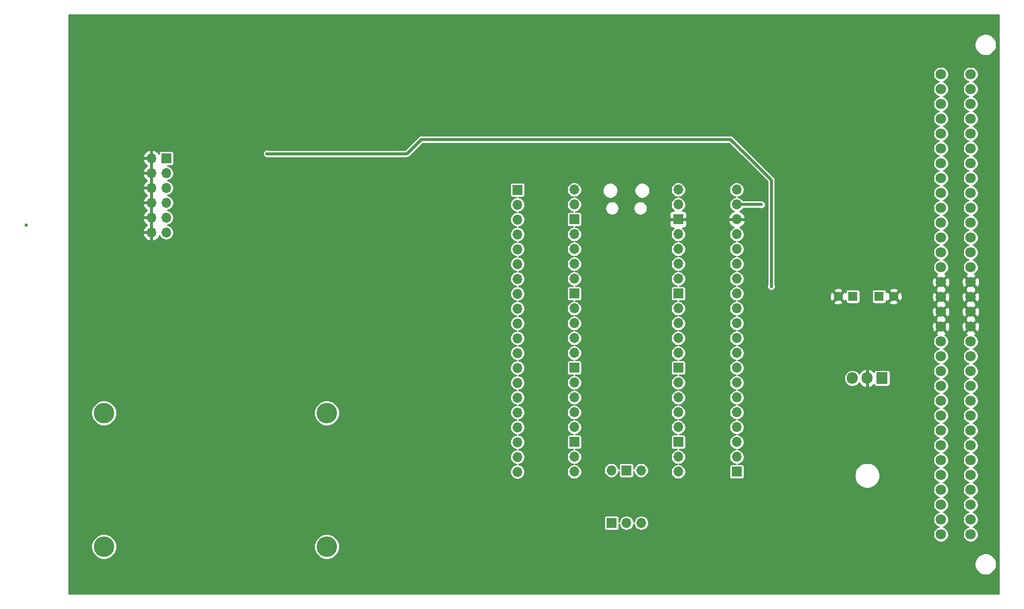
<source format=gbr>
%TF.GenerationSoftware,KiCad,Pcbnew,5.1.10-88a1d61d58~90~ubuntu20.04.1*%
%TF.CreationDate,2021-10-19T21:58:50+02:00*%
%TF.ProjectId,PrawnBlaster,50726177-6e42-46c6-9173-7465722e6b69,v1.0*%
%TF.SameCoordinates,Original*%
%TF.FileFunction,Copper,L2,Bot*%
%TF.FilePolarity,Positive*%
%FSLAX45Y45*%
G04 Gerber Fmt 4.5, Leading zero omitted, Abs format (unit mm)*
G04 Created by KiCad (PCBNEW 5.1.10-88a1d61d58~90~ubuntu20.04.1) date 2021-10-19 21:58:50*
%MOMM*%
%LPD*%
G01*
G04 APERTURE LIST*
%TA.AperFunction,ComponentPad*%
%ADD10C,3.500000*%
%TD*%
%TA.AperFunction,ComponentPad*%
%ADD11O,1.700000X1.700000*%
%TD*%
%TA.AperFunction,ComponentPad*%
%ADD12R,1.700000X1.700000*%
%TD*%
%TA.AperFunction,ComponentPad*%
%ADD13R,1.905000X2.000000*%
%TD*%
%TA.AperFunction,ComponentPad*%
%ADD14O,1.905000X2.000000*%
%TD*%
%TA.AperFunction,ComponentPad*%
%ADD15C,1.800000*%
%TD*%
%TA.AperFunction,ComponentPad*%
%ADD16R,1.600000X1.600000*%
%TD*%
%TA.AperFunction,ComponentPad*%
%ADD17C,1.600000*%
%TD*%
%TA.AperFunction,ViaPad*%
%ADD18C,0.600000*%
%TD*%
%TA.AperFunction,Conductor*%
%ADD19C,0.500000*%
%TD*%
%TA.AperFunction,Conductor*%
%ADD20C,0.250000*%
%TD*%
%TA.AperFunction,Conductor*%
%ADD21C,0.100000*%
%TD*%
%TA.AperFunction,Conductor*%
%ADD22C,0.254000*%
%TD*%
G04 APERTURE END LIST*
D10*
%TO.P,REF\u002A\u002A,4*%
%TO.N,N/C*%
X8561000Y-13946000D03*
%TO.P,REF\u002A\u002A,3*%
X4751000Y-13946000D03*
%TO.P,REF\u002A\u002A,2*%
X4751000Y-11660000D03*
%TO.P,REF\u002A\u002A,1*%
X8561000Y-11660000D03*
%TD*%
D11*
%TO.P,J10,20*%
%TO.N,/Output Buffer/A0*%
X11820000Y-12666000D03*
%TO.P,J10,19*%
%TO.N,Net-(J10-Pad19)*%
X11820000Y-12412000D03*
%TO.P,J10,18*%
%TO.N,Net-(J10-Pad18)*%
X11820000Y-12158000D03*
%TO.P,J10,17*%
%TO.N,/Output Buffer/A1*%
X11820000Y-11904000D03*
%TO.P,J10,16*%
%TO.N,Net-(J10-Pad16)*%
X11820000Y-11650000D03*
%TO.P,J10,15*%
%TO.N,/Output Buffer/A2*%
X11820000Y-11396000D03*
%TO.P,J10,14*%
%TO.N,Net-(J10-Pad14)*%
X11820000Y-11142000D03*
%TO.P,J10,13*%
%TO.N,Net-(J10-Pad13)*%
X11820000Y-10888000D03*
%TO.P,J10,12*%
%TO.N,/Output Buffer/A3*%
X11820000Y-10634000D03*
%TO.P,J10,11*%
%TO.N,Net-(J10-Pad11)*%
X11820000Y-10380000D03*
%TO.P,J10,10*%
%TO.N,Net-(J10-Pad10)*%
X11820000Y-10126000D03*
%TO.P,J10,9*%
%TO.N,Net-(J10-Pad9)*%
X11820000Y-9872000D03*
%TO.P,J10,8*%
%TO.N,Net-(J10-Pad8)*%
X11820000Y-9618000D03*
%TO.P,J10,7*%
%TO.N,Net-(J10-Pad7)*%
X11820000Y-9364000D03*
%TO.P,J10,6*%
%TO.N,Net-(J10-Pad6)*%
X11820000Y-9110000D03*
%TO.P,J10,5*%
%TO.N,Net-(J10-Pad5)*%
X11820000Y-8856000D03*
%TO.P,J10,4*%
%TO.N,Net-(J10-Pad4)*%
X11820000Y-8602000D03*
%TO.P,J10,3*%
%TO.N,Net-(J10-Pad3)*%
X11820000Y-8348000D03*
%TO.P,J10,2*%
%TO.N,Net-(J10-Pad2)*%
X11820000Y-8094000D03*
D12*
%TO.P,J10,1*%
%TO.N,Net-(J10-Pad1)*%
X11820000Y-7840000D03*
%TD*%
D11*
%TO.P,J1,12*%
%TO.N,GND*%
X5562000Y-8570000D03*
%TO.P,J1,11*%
%TO.N,Net-(J1-Pad11)*%
X5816000Y-8570000D03*
%TO.P,J1,10*%
%TO.N,GND*%
X5562000Y-8316000D03*
%TO.P,J1,9*%
%TO.N,Net-(J1-Pad9)*%
X5816000Y-8316000D03*
%TO.P,J1,8*%
%TO.N,GND*%
X5562000Y-8062000D03*
%TO.P,J1,7*%
%TO.N,Net-(J1-Pad7)*%
X5816000Y-8062000D03*
%TO.P,J1,6*%
%TO.N,GND*%
X5562000Y-7808000D03*
%TO.P,J1,5*%
%TO.N,Net-(J1-Pad5)*%
X5816000Y-7808000D03*
%TO.P,J1,4*%
%TO.N,GND*%
X5562000Y-7554000D03*
%TO.P,J1,3*%
%TO.N,Net-(J1-Pad3)*%
X5816000Y-7554000D03*
%TO.P,J1,2*%
%TO.N,GND*%
X5562000Y-7300000D03*
D12*
%TO.P,J1,1*%
%TO.N,Net-(J1-Pad1)*%
X5816000Y-7300000D03*
%TD*%
D13*
%TO.P,U3,1*%
%TO.N,/Power Supply/Reverse Polarity Protection/V18*%
X18054000Y-11063000D03*
D14*
%TO.P,U3,2*%
%TO.N,GND*%
X17800000Y-11063000D03*
%TO.P,U3,3*%
%TO.N,/Output Buffer/Vcc_5V*%
X17546000Y-11063000D03*
%TD*%
D11*
%TO.P,U1,43*%
%TO.N,Net-(J9-Pad3)*%
X13934000Y-12640000D03*
D12*
%TO.P,U1,42*%
%TO.N,Net-(J9-Pad2)*%
X13680000Y-12640000D03*
D11*
%TO.P,U1,41*%
%TO.N,Net-(J9-Pad1)*%
X13426000Y-12640000D03*
%TO.P,U1,40*%
%TO.N,Net-(J8-Pad20)*%
X14569000Y-7837000D03*
%TO.P,U1,39*%
%TO.N,Net-(J8-Pad19)*%
X14569000Y-8091000D03*
D12*
%TO.P,U1,38*%
%TO.N,GND*%
X14569000Y-8345000D03*
D11*
%TO.P,U1,37*%
%TO.N,Net-(J8-Pad17)*%
X14569000Y-8599000D03*
%TO.P,U1,36*%
%TO.N,3_3V_Pico*%
X14569000Y-8853000D03*
%TO.P,U1,35*%
%TO.N,Net-(J8-Pad15)*%
X14569000Y-9107000D03*
%TO.P,U1,34*%
%TO.N,Net-(J8-Pad14)*%
X14569000Y-9361000D03*
D12*
%TO.P,U1,33*%
%TO.N,Net-(J8-Pad13)*%
X14569000Y-9615000D03*
D11*
%TO.P,U1,32*%
%TO.N,Net-(J8-Pad12)*%
X14569000Y-9869000D03*
%TO.P,U1,31*%
%TO.N,Net-(J8-Pad11)*%
X14569000Y-10123000D03*
%TO.P,U1,30*%
%TO.N,Net-(J8-Pad10)*%
X14569000Y-10377000D03*
%TO.P,U1,29*%
%TO.N,Net-(J8-Pad9)*%
X14569000Y-10631000D03*
D12*
%TO.P,U1,28*%
%TO.N,Net-(J8-Pad8)*%
X14569000Y-10885000D03*
D11*
%TO.P,U1,27*%
%TO.N,Net-(J8-Pad7)*%
X14569000Y-11139000D03*
%TO.P,U1,26*%
%TO.N,Net-(J8-Pad6)*%
X14569000Y-11393000D03*
%TO.P,U1,25*%
%TO.N,Net-(J8-Pad5)*%
X14569000Y-11647000D03*
%TO.P,U1,24*%
%TO.N,Net-(J8-Pad4)*%
X14569000Y-11901000D03*
D12*
%TO.P,U1,23*%
%TO.N,Net-(J8-Pad3)*%
X14569000Y-12155000D03*
D11*
%TO.P,U1,22*%
%TO.N,Net-(J8-Pad2)*%
X14569000Y-12409000D03*
%TO.P,U1,21*%
%TO.N,Net-(J8-Pad1)*%
X14569000Y-12663000D03*
%TO.P,U1,20*%
%TO.N,/Output Buffer/A0*%
X12791000Y-12663000D03*
%TO.P,U1,19*%
%TO.N,Net-(J10-Pad19)*%
X12791000Y-12409000D03*
D12*
%TO.P,U1,18*%
%TO.N,Net-(J10-Pad18)*%
X12791000Y-12155000D03*
D11*
%TO.P,U1,17*%
%TO.N,/Output Buffer/A1*%
X12791000Y-11901000D03*
%TO.P,U1,16*%
%TO.N,Net-(J10-Pad16)*%
X12791000Y-11647000D03*
%TO.P,U1,15*%
%TO.N,/Output Buffer/A2*%
X12791000Y-11393000D03*
%TO.P,U1,14*%
%TO.N,Net-(J10-Pad14)*%
X12791000Y-11139000D03*
D12*
%TO.P,U1,13*%
%TO.N,Net-(J10-Pad13)*%
X12791000Y-10885000D03*
D11*
%TO.P,U1,12*%
%TO.N,/Output Buffer/A3*%
X12791000Y-10631000D03*
%TO.P,U1,11*%
%TO.N,Net-(J10-Pad11)*%
X12791000Y-10377000D03*
%TO.P,U1,10*%
%TO.N,Net-(J10-Pad10)*%
X12791000Y-10123000D03*
%TO.P,U1,9*%
%TO.N,Net-(J10-Pad9)*%
X12791000Y-9869000D03*
D12*
%TO.P,U1,8*%
%TO.N,Net-(J10-Pad8)*%
X12791000Y-9615000D03*
D11*
%TO.P,U1,7*%
%TO.N,Net-(J10-Pad7)*%
X12791000Y-9361000D03*
%TO.P,U1,6*%
%TO.N,Net-(J10-Pad6)*%
X12791000Y-9107000D03*
%TO.P,U1,5*%
%TO.N,Net-(J10-Pad5)*%
X12791000Y-8853000D03*
%TO.P,U1,4*%
%TO.N,Net-(J10-Pad4)*%
X12791000Y-8599000D03*
D12*
%TO.P,U1,3*%
%TO.N,Net-(J10-Pad3)*%
X12791000Y-8345000D03*
D11*
%TO.P,U1,2*%
%TO.N,Net-(J10-Pad2)*%
X12791000Y-8091000D03*
%TO.P,U1,1*%
%TO.N,Net-(J10-Pad1)*%
X12791000Y-7837000D03*
%TD*%
%TO.P,J9,3*%
%TO.N,Net-(J9-Pad3)*%
X13938000Y-13540000D03*
%TO.P,J9,2*%
%TO.N,Net-(J9-Pad2)*%
X13684000Y-13540000D03*
D12*
%TO.P,J9,1*%
%TO.N,Net-(J9-Pad1)*%
X13430000Y-13540000D03*
%TD*%
D11*
%TO.P,J8,20*%
%TO.N,Net-(J8-Pad20)*%
X15570000Y-7837000D03*
%TO.P,J8,19*%
%TO.N,Net-(J8-Pad19)*%
X15570000Y-8091000D03*
%TO.P,J8,18*%
%TO.N,GND*%
X15570000Y-8345000D03*
%TO.P,J8,17*%
%TO.N,Net-(J8-Pad17)*%
X15570000Y-8599000D03*
%TO.P,J8,16*%
%TO.N,3_3V_Pico*%
X15570000Y-8853000D03*
%TO.P,J8,15*%
%TO.N,Net-(J8-Pad15)*%
X15570000Y-9107000D03*
%TO.P,J8,14*%
%TO.N,Net-(J8-Pad14)*%
X15570000Y-9361000D03*
%TO.P,J8,13*%
%TO.N,Net-(J8-Pad13)*%
X15570000Y-9615000D03*
%TO.P,J8,12*%
%TO.N,Net-(J8-Pad12)*%
X15570000Y-9869000D03*
%TO.P,J8,11*%
%TO.N,Net-(J8-Pad11)*%
X15570000Y-10123000D03*
%TO.P,J8,10*%
%TO.N,Net-(J8-Pad10)*%
X15570000Y-10377000D03*
%TO.P,J8,9*%
%TO.N,Net-(J8-Pad9)*%
X15570000Y-10631000D03*
%TO.P,J8,8*%
%TO.N,Net-(J8-Pad8)*%
X15570000Y-10885000D03*
%TO.P,J8,7*%
%TO.N,Net-(J8-Pad7)*%
X15570000Y-11139000D03*
%TO.P,J8,6*%
%TO.N,Net-(J8-Pad6)*%
X15570000Y-11393000D03*
%TO.P,J8,5*%
%TO.N,Net-(J8-Pad5)*%
X15570000Y-11647000D03*
%TO.P,J8,4*%
%TO.N,Net-(J8-Pad4)*%
X15570000Y-11901000D03*
%TO.P,J8,3*%
%TO.N,Net-(J8-Pad3)*%
X15570000Y-12155000D03*
%TO.P,J8,2*%
%TO.N,Net-(J8-Pad2)*%
X15570000Y-12409000D03*
D12*
%TO.P,J8,1*%
%TO.N,Net-(J8-Pad1)*%
X15570000Y-12663000D03*
%TD*%
D15*
%TO.P,J6,C1*%
%TO.N,/Power Supply/Reverse Polarity Protection/V18_unprot*%
X19570000Y-5863000D03*
%TO.P,J6,C2*%
X19570000Y-6117000D03*
%TO.P,J6,C4*%
%TO.N,Net-(J6-PadC4)*%
X19570000Y-6625000D03*
%TO.P,J6,C3*%
%TO.N,Net-(J6-PadC3)*%
X19570000Y-6371000D03*
%TO.P,J6,C5*%
%TO.N,Net-(J6-PadC5)*%
X19570000Y-6879000D03*
%TO.P,J6,C6*%
%TO.N,Net-(J6-PadC6)*%
X19570000Y-7133000D03*
%TO.P,J6,C7*%
%TO.N,Net-(J6-PadC7)*%
X19570000Y-7387000D03*
%TO.P,J6,C8*%
%TO.N,Net-(J6-PadC8)*%
X19570000Y-7641000D03*
%TO.P,J6,C9*%
%TO.N,Net-(J6-PadC9)*%
X19570000Y-7895000D03*
%TO.P,J6,C10*%
%TO.N,Net-(J6-PadC10)*%
X19570000Y-8149000D03*
%TO.P,J6,C11*%
%TO.N,Net-(J6-PadC11)*%
X19570000Y-8403000D03*
%TO.P,J6,C12*%
%TO.N,Net-(J6-PadC12)*%
X19570000Y-8657000D03*
%TO.P,J6,C13*%
%TO.N,Net-(J6-PadC13)*%
X19570000Y-8911000D03*
%TO.P,J6,C14*%
%TO.N,Net-(J6-PadC14)*%
X19570000Y-9165000D03*
%TO.P,J6,C15*%
%TO.N,GND*%
X19570000Y-9419000D03*
%TO.P,J6,C16*%
X19570000Y-9673000D03*
%TO.P,J6,C17*%
X19570000Y-9927000D03*
%TO.P,J6,C18*%
X19570000Y-10181000D03*
%TO.P,J6,C19*%
%TO.N,Net-(J6-PadC19)*%
X19570000Y-10435000D03*
%TO.P,J6,C20*%
%TO.N,Net-(J6-PadC20)*%
X19570000Y-10689000D03*
%TO.P,J6,C21*%
%TO.N,Net-(J6-PadC21)*%
X19570000Y-10943000D03*
%TO.P,J6,C22*%
%TO.N,Net-(J6-PadC22)*%
X19570000Y-11197000D03*
%TO.P,J6,C23*%
%TO.N,Net-(J6-PadC23)*%
X19570000Y-11451000D03*
%TO.P,J6,C24*%
%TO.N,Net-(J6-PadC24)*%
X19570000Y-11705000D03*
%TO.P,J6,C25*%
%TO.N,Net-(J6-PadC25)*%
X19570000Y-11959000D03*
%TO.P,J6,C26*%
%TO.N,Net-(J6-PadC26)*%
X19570000Y-12213000D03*
%TO.P,J6,C27*%
%TO.N,Net-(J6-PadC27)*%
X19570000Y-12467000D03*
%TO.P,J6,C28*%
%TO.N,Net-(J6-PadC28)*%
X19570000Y-12721000D03*
%TO.P,J6,C29*%
%TO.N,Net-(J6-PadC29)*%
X19570000Y-12975000D03*
%TO.P,J6,C30*%
%TO.N,Net-(J6-PadC30)*%
X19570000Y-13229000D03*
%TO.P,J6,C31*%
%TO.N,Net-(J6-PadC31)*%
X19570000Y-13483000D03*
%TO.P,J6,C32*%
%TO.N,Net-(J6-PadC32)*%
X19570000Y-13737000D03*
%TO.P,J6,A1*%
%TO.N,/Power Supply/Reverse Polarity Protection/V18_unprot*%
X19062000Y-5863000D03*
%TO.P,J6,A2*%
X19062000Y-6117000D03*
%TO.P,J6,A4*%
%TO.N,Net-(J6-PadA4)*%
X19062000Y-6625000D03*
%TO.P,J6,A3*%
%TO.N,Net-(J6-PadA3)*%
X19062000Y-6371000D03*
%TO.P,J6,A5*%
%TO.N,Net-(J6-PadA5)*%
X19062000Y-6879000D03*
%TO.P,J6,A6*%
%TO.N,Net-(J6-PadA6)*%
X19062000Y-7133000D03*
%TO.P,J6,A7*%
%TO.N,Net-(J6-PadA7)*%
X19062000Y-7387000D03*
%TO.P,J6,A8*%
%TO.N,Net-(J6-PadA8)*%
X19062000Y-7641000D03*
%TO.P,J6,A9*%
%TO.N,Net-(J6-PadA9)*%
X19062000Y-7895000D03*
%TO.P,J6,A10*%
%TO.N,Net-(J6-PadA10)*%
X19062000Y-8149000D03*
%TO.P,J6,A11*%
%TO.N,Net-(J6-PadA11)*%
X19062000Y-8403000D03*
%TO.P,J6,A12*%
%TO.N,Net-(J6-PadA12)*%
X19062000Y-8657000D03*
%TO.P,J6,A13*%
%TO.N,Net-(J6-PadA13)*%
X19062000Y-8911000D03*
%TO.P,J6,A14*%
%TO.N,Net-(J6-PadA14)*%
X19062000Y-9165000D03*
%TO.P,J6,A15*%
%TO.N,GND*%
X19062000Y-9419000D03*
%TO.P,J6,A16*%
X19062000Y-9673000D03*
%TO.P,J6,A17*%
X19062000Y-9927000D03*
%TO.P,J6,A18*%
X19062000Y-10181000D03*
%TO.P,J6,A19*%
%TO.N,Net-(J6-PadA19)*%
X19062000Y-10435000D03*
%TO.P,J6,A20*%
%TO.N,Net-(J6-PadA20)*%
X19062000Y-10689000D03*
%TO.P,J6,A21*%
%TO.N,Net-(J6-PadA21)*%
X19062000Y-10943000D03*
%TO.P,J6,A22*%
%TO.N,Net-(J6-PadA22)*%
X19062000Y-11197000D03*
%TO.P,J6,A23*%
%TO.N,Net-(J6-PadA23)*%
X19062000Y-11451000D03*
%TO.P,J6,A24*%
%TO.N,Net-(J6-PadA24)*%
X19062000Y-11705000D03*
%TO.P,J6,A25*%
%TO.N,Net-(J6-PadA25)*%
X19062000Y-11959000D03*
%TO.P,J6,A26*%
%TO.N,Net-(J6-PadA26)*%
X19062000Y-12213000D03*
%TO.P,J6,A27*%
%TO.N,Net-(J6-PadA27)*%
X19062000Y-12467000D03*
%TO.P,J6,A28*%
%TO.N,Net-(J6-PadA28)*%
X19062000Y-12721000D03*
%TO.P,J6,A29*%
%TO.N,Net-(J6-PadA29)*%
X19062000Y-12975000D03*
%TO.P,J6,A30*%
%TO.N,Net-(J6-PadA30)*%
X19062000Y-13229000D03*
%TO.P,J6,A31*%
%TO.N,Net-(J6-PadA31)*%
X19062000Y-13483000D03*
%TO.P,J6,A32*%
%TO.N,Net-(J6-PadA32)*%
X19062000Y-13737000D03*
%TD*%
D16*
%TO.P,C2,1*%
%TO.N,/Output Buffer/Vcc_5V*%
X17554000Y-9663000D03*
D17*
%TO.P,C2,2*%
%TO.N,GND*%
X17304000Y-9663000D03*
%TD*%
%TO.P,C1,2*%
%TO.N,GND*%
X18254000Y-9663000D03*
D16*
%TO.P,C1,1*%
%TO.N,/Power Supply/Reverse Polarity Protection/V18*%
X18004000Y-9663000D03*
%TD*%
D18*
%TO.N,*%
X3420000Y-8440000D03*
%TO.N,GND*%
X4324000Y-5092000D03*
X17379000Y-9138000D03*
X4824000Y-5092000D03*
X5324000Y-5092000D03*
X5824000Y-5092000D03*
X6324000Y-5092000D03*
X6824000Y-5092000D03*
X7324000Y-5092000D03*
X7824000Y-5092000D03*
X8324000Y-5092000D03*
X8824000Y-5092000D03*
X9324000Y-5092000D03*
X9824000Y-5092000D03*
X10324000Y-5092000D03*
X10824000Y-5092000D03*
X11324000Y-5092000D03*
X11824000Y-5092000D03*
X12324000Y-5092000D03*
X12824000Y-5092000D03*
X13324000Y-5092000D03*
X13824000Y-5092000D03*
X14324000Y-5092000D03*
X14824000Y-5092000D03*
X15324000Y-5092000D03*
X15824000Y-5092000D03*
X16324000Y-5092000D03*
X16824000Y-5092000D03*
X17324000Y-5092000D03*
X17824000Y-5092000D03*
X18324000Y-5092000D03*
X18824000Y-5092000D03*
X19324000Y-5092000D03*
X19824000Y-5092000D03*
X4324000Y-5592000D03*
X4824000Y-5592000D03*
X5324000Y-5592000D03*
X5824000Y-5592000D03*
X6324000Y-5592000D03*
X6824000Y-5592000D03*
X7324000Y-5592000D03*
X7824000Y-5592000D03*
X8324000Y-5592000D03*
X8824000Y-5592000D03*
X9324000Y-5592000D03*
X9824000Y-5592000D03*
X10324000Y-5592000D03*
X10824000Y-5592000D03*
X11324000Y-5592000D03*
X11824000Y-5592000D03*
X12324000Y-5592000D03*
X12824000Y-5592000D03*
X13324000Y-5592000D03*
X13824000Y-5592000D03*
X14324000Y-5592000D03*
X14824000Y-5592000D03*
X15324000Y-5592000D03*
X15824000Y-5592000D03*
X16324000Y-5592000D03*
X16824000Y-5592000D03*
X17324000Y-5592000D03*
X17824000Y-5592000D03*
X18324000Y-5592000D03*
X18824000Y-5592000D03*
X19324000Y-5592000D03*
X19824000Y-5592000D03*
X4324000Y-6092000D03*
X4824000Y-6092000D03*
X5324000Y-6092000D03*
X5824000Y-6092000D03*
X6324000Y-6092000D03*
X6824000Y-6092000D03*
X7324000Y-6092000D03*
X7824000Y-6092000D03*
X8324000Y-6092000D03*
X8824000Y-6092000D03*
X9324000Y-6092000D03*
X9824000Y-6092000D03*
X10324000Y-6092000D03*
X10824000Y-6092000D03*
X11324000Y-6092000D03*
X11824000Y-6092000D03*
X12324000Y-6092000D03*
X12824000Y-6092000D03*
X13324000Y-6092000D03*
X13824000Y-6092000D03*
X14324000Y-6092000D03*
X14824000Y-6092000D03*
X15324000Y-6092000D03*
X15824000Y-6092000D03*
X16324000Y-6092000D03*
X16824000Y-6092000D03*
X17324000Y-6092000D03*
X17824000Y-6092000D03*
X18324000Y-6092000D03*
X18824000Y-6092000D03*
X19324000Y-6092000D03*
X19824000Y-6092000D03*
X4324000Y-6592000D03*
X4824000Y-6592000D03*
X5324000Y-6592000D03*
X5824000Y-6592000D03*
X6324000Y-6592000D03*
X6824000Y-6592000D03*
X7324000Y-6592000D03*
X7824000Y-6592000D03*
X8324000Y-6592000D03*
X8824000Y-6592000D03*
X9324000Y-6592000D03*
X9824000Y-6592000D03*
X10324000Y-6592000D03*
X10824000Y-6592000D03*
X11324000Y-6592000D03*
X11824000Y-6592000D03*
X12324000Y-6592000D03*
X12824000Y-6592000D03*
X13324000Y-6592000D03*
X13824000Y-6592000D03*
X14324000Y-6592000D03*
X14824000Y-6592000D03*
X15324000Y-6592000D03*
X15824000Y-6592000D03*
X16324000Y-6592000D03*
X16824000Y-6592000D03*
X17324000Y-6592000D03*
X17824000Y-6592000D03*
X18324000Y-6592000D03*
X18824000Y-6592000D03*
X19324000Y-6592000D03*
X19824000Y-6592000D03*
X4324000Y-7092000D03*
X4824000Y-7092000D03*
X5324000Y-7092000D03*
X5824000Y-7092000D03*
X6380000Y-7050000D03*
X6824000Y-7092000D03*
X7324000Y-7092000D03*
X7824000Y-7092000D03*
X8324000Y-7092000D03*
X8824000Y-7092000D03*
X9324000Y-7092000D03*
X9824000Y-7092000D03*
X15824000Y-7092000D03*
X16324000Y-7092000D03*
X16824000Y-7092000D03*
X17324000Y-7092000D03*
X17824000Y-7092000D03*
X18324000Y-7092000D03*
X18824000Y-7092000D03*
X19324000Y-7092000D03*
X19824000Y-7092000D03*
X4324000Y-7592000D03*
X4824000Y-7592000D03*
X5324000Y-7592000D03*
X6390000Y-7730000D03*
X7824000Y-7592000D03*
X8324000Y-7592000D03*
X8824000Y-7592000D03*
X9324000Y-7592000D03*
X9824000Y-7592000D03*
X11824000Y-7592000D03*
X12324000Y-7592000D03*
X12824000Y-7592000D03*
X13324000Y-7592000D03*
X13824000Y-7592000D03*
X14324000Y-7592000D03*
X14824000Y-7592000D03*
X15324000Y-7592000D03*
X16324000Y-7592000D03*
X16824000Y-7592000D03*
X17324000Y-7592000D03*
X18324000Y-7592000D03*
X18824000Y-7592000D03*
X19324000Y-7592000D03*
X19824000Y-7592000D03*
X4324000Y-8092000D03*
X4824000Y-8092000D03*
X5324000Y-8092000D03*
X6324000Y-8092000D03*
X6824000Y-8092000D03*
X7324000Y-8092000D03*
X7824000Y-8092000D03*
X8324000Y-8092000D03*
X8824000Y-8092000D03*
X9324000Y-8092000D03*
X9824000Y-8092000D03*
X10324000Y-8092000D03*
X10824000Y-8092000D03*
X11324000Y-8092000D03*
X13324000Y-8092000D03*
X14324000Y-8092000D03*
X17324000Y-8092000D03*
X18324000Y-8092000D03*
X18824000Y-8092000D03*
X19324000Y-8092000D03*
X19824000Y-8092000D03*
X4324000Y-8592000D03*
X4824000Y-8592000D03*
X5324000Y-8592000D03*
X6824000Y-8592000D03*
X7324000Y-8592000D03*
X7824000Y-8592000D03*
X8324000Y-8592000D03*
X8824000Y-8592000D03*
X9324000Y-8592000D03*
X9824000Y-8592000D03*
X10324000Y-8592000D03*
X10824000Y-8592000D03*
X11324000Y-8592000D03*
X13324000Y-8592000D03*
X13824000Y-8592000D03*
X14324000Y-8592000D03*
X15824000Y-8592000D03*
X16324000Y-8592000D03*
X16824000Y-8592000D03*
X17324000Y-8592000D03*
X18324000Y-8592000D03*
X18824000Y-8592000D03*
X19324000Y-8592000D03*
X19824000Y-8592000D03*
X4324000Y-9092000D03*
X4824000Y-9092000D03*
X5324000Y-9092000D03*
X6324000Y-9092000D03*
X13324000Y-9092000D03*
X13824000Y-9092000D03*
X14324000Y-9092000D03*
X15824000Y-9092000D03*
X16324000Y-9092000D03*
X16824000Y-9092000D03*
X17824000Y-9092000D03*
X18324000Y-9092000D03*
X18824000Y-9092000D03*
X19324000Y-9092000D03*
X19824000Y-9092000D03*
X4324000Y-9592000D03*
X4824000Y-9592000D03*
X5324000Y-9592000D03*
X6324000Y-9592000D03*
X6824000Y-9592000D03*
X13324000Y-9592000D03*
X13824000Y-9592000D03*
X14324000Y-9592000D03*
X15824000Y-9592000D03*
X16324000Y-9592000D03*
X16824000Y-9592000D03*
X17824000Y-9592000D03*
X18824000Y-9592000D03*
X19324000Y-9592000D03*
X19824000Y-9592000D03*
X4324000Y-10092000D03*
X4824000Y-10092000D03*
X5324000Y-10092000D03*
X5824000Y-10092000D03*
X6324000Y-10092000D03*
X6824000Y-10092000D03*
X13324000Y-10092000D03*
X13824000Y-10092000D03*
X14324000Y-10092000D03*
X15824000Y-10092000D03*
X16324000Y-10092000D03*
X17324000Y-10092000D03*
X17824000Y-10092000D03*
X18324000Y-10092000D03*
X18824000Y-10092000D03*
X19324000Y-10092000D03*
X19824000Y-10092000D03*
X4324000Y-10592000D03*
X4824000Y-10592000D03*
X5324000Y-10592000D03*
X5824000Y-10592000D03*
X6324000Y-10592000D03*
X13324000Y-10592000D03*
X13824000Y-10592000D03*
X14324000Y-10592000D03*
X15824000Y-10592000D03*
X16324000Y-10592000D03*
X17324000Y-10592000D03*
X17824000Y-10592000D03*
X18324000Y-10592000D03*
X18824000Y-10592000D03*
X19324000Y-10592000D03*
X19824000Y-10592000D03*
X4324000Y-11092000D03*
X4824000Y-11092000D03*
X5324000Y-11092000D03*
X5824000Y-11092000D03*
X6324000Y-11092000D03*
X6824000Y-11092000D03*
X13324000Y-11092000D03*
X13824000Y-11092000D03*
X14324000Y-11092000D03*
X17324000Y-11092000D03*
X18324000Y-11092000D03*
X18824000Y-11092000D03*
X19324000Y-11092000D03*
X19824000Y-11092000D03*
X4324000Y-11592000D03*
X5324000Y-11592000D03*
X5824000Y-11592000D03*
X6324000Y-11592000D03*
X6824000Y-11592000D03*
X7324000Y-11592000D03*
X13324000Y-11592000D03*
X13824000Y-11592000D03*
X14324000Y-11592000D03*
X15824000Y-11592000D03*
X17324000Y-11592000D03*
X17824000Y-11592000D03*
X18324000Y-11592000D03*
X18824000Y-11592000D03*
X19324000Y-11592000D03*
X19824000Y-11592000D03*
X4324000Y-12092000D03*
X4824000Y-12092000D03*
X5324000Y-12092000D03*
X5824000Y-12092000D03*
X6324000Y-12092000D03*
X6824000Y-12092000D03*
X7324000Y-12092000D03*
X13324000Y-12092000D03*
X13824000Y-12092000D03*
X14324000Y-12092000D03*
X15824000Y-12092000D03*
X16324000Y-12092000D03*
X17324000Y-12092000D03*
X17824000Y-12092000D03*
X18324000Y-12092000D03*
X18824000Y-12092000D03*
X19324000Y-12092000D03*
X19824000Y-12092000D03*
X4324000Y-12592000D03*
X4824000Y-12592000D03*
X5324000Y-12592000D03*
X5824000Y-12592000D03*
X6324000Y-12592000D03*
X6824000Y-12592000D03*
X7324000Y-12592000D03*
X12324000Y-12592000D03*
X14324000Y-12592000D03*
X15824000Y-12592000D03*
X16324000Y-12592000D03*
X17324000Y-12592000D03*
X18324000Y-12592000D03*
X18824000Y-12592000D03*
X19324000Y-12592000D03*
X19824000Y-12592000D03*
X4324000Y-13092000D03*
X4824000Y-13092000D03*
X5324000Y-13092000D03*
X5824000Y-13092000D03*
X6324000Y-13092000D03*
X6824000Y-13092000D03*
X7324000Y-13092000D03*
X7824000Y-13092000D03*
X8324000Y-13092000D03*
X8824000Y-13092000D03*
X9324000Y-13092000D03*
X10324000Y-13092000D03*
X10824000Y-13092000D03*
X11324000Y-13092000D03*
X11824000Y-13092000D03*
X12324000Y-13092000D03*
X12824000Y-13092000D03*
X13324000Y-13092000D03*
X13824000Y-13092000D03*
X14324000Y-13092000D03*
X14824000Y-13092000D03*
X15324000Y-13092000D03*
X15824000Y-13092000D03*
X16324000Y-13092000D03*
X16824000Y-13092000D03*
X17324000Y-13092000D03*
X17824000Y-13092000D03*
X18324000Y-13092000D03*
X18824000Y-13092000D03*
X19324000Y-13092000D03*
X19824000Y-13092000D03*
X4324000Y-13592000D03*
X4824000Y-13592000D03*
X5324000Y-13592000D03*
X5824000Y-13592000D03*
X6324000Y-13592000D03*
X6824000Y-13592000D03*
X7324000Y-13592000D03*
X7824000Y-13592000D03*
X8324000Y-13592000D03*
X8824000Y-13592000D03*
X9324000Y-13592000D03*
X9824000Y-13592000D03*
X10324000Y-13592000D03*
X10824000Y-13592000D03*
X11324000Y-13592000D03*
X11824000Y-13592000D03*
X12324000Y-13592000D03*
X12824000Y-13592000D03*
X14324000Y-13592000D03*
X14824000Y-13592000D03*
X15324000Y-13592000D03*
X15824000Y-13592000D03*
X16324000Y-13592000D03*
X16824000Y-13592000D03*
X17324000Y-13592000D03*
X17824000Y-13592000D03*
X18324000Y-13592000D03*
X18824000Y-13592000D03*
X19324000Y-13592000D03*
X19824000Y-13592000D03*
X4324000Y-14092000D03*
X10600000Y-7300000D03*
X5324000Y-14092000D03*
X5824000Y-14092000D03*
X6324000Y-14092000D03*
X6824000Y-14092000D03*
X7324000Y-14092000D03*
X7824000Y-14092000D03*
X8324000Y-14092000D03*
X8824000Y-14092000D03*
X9324000Y-14092000D03*
X9824000Y-14092000D03*
X10324000Y-14092000D03*
X10824000Y-14092000D03*
X11324000Y-14092000D03*
X11824000Y-14092000D03*
X12324000Y-14092000D03*
X12824000Y-14092000D03*
X13324000Y-14092000D03*
X13824000Y-14092000D03*
X14324000Y-14092000D03*
X14824000Y-14092000D03*
X15324000Y-14092000D03*
X15824000Y-14092000D03*
X16324000Y-14092000D03*
X16824000Y-14092000D03*
X17324000Y-14092000D03*
X17824000Y-14092000D03*
X18324000Y-14092000D03*
X18824000Y-14092000D03*
X19324000Y-14092000D03*
X4324000Y-14592000D03*
X4824000Y-14592000D03*
X5324000Y-14592000D03*
X5824000Y-14592000D03*
X6324000Y-14592000D03*
X6824000Y-14592000D03*
X7324000Y-14592000D03*
X7824000Y-14592000D03*
X8324000Y-14592000D03*
X8824000Y-14592000D03*
X9324000Y-14592000D03*
X9824000Y-14592000D03*
X10324000Y-14592000D03*
X10824000Y-14592000D03*
X11324000Y-14592000D03*
X11824000Y-14592000D03*
X12324000Y-14592000D03*
X12824000Y-14592000D03*
X13324000Y-14592000D03*
X13824000Y-14592000D03*
X14324000Y-14592000D03*
X14824000Y-14592000D03*
X15324000Y-14592000D03*
X15824000Y-14592000D03*
X16324000Y-14592000D03*
X16824000Y-14592000D03*
X17324000Y-14592000D03*
X17824000Y-14592000D03*
X18324000Y-14592000D03*
X18824000Y-14592000D03*
X19324000Y-14592000D03*
X19824000Y-14592000D03*
X11235000Y-7839000D03*
X10910000Y-9310000D03*
X10910000Y-9840000D03*
X9336000Y-10793000D03*
X10910000Y-9560000D03*
X10490000Y-9190000D03*
X9190000Y-10210000D03*
X9265000Y-10610000D03*
X10913000Y-10083000D03*
X16404000Y-11582000D03*
X11370000Y-7220000D03*
X15600000Y-7300000D03*
X15100000Y-7300000D03*
X14100000Y-7300000D03*
X14600000Y-7300000D03*
X13600000Y-7300000D03*
X13100000Y-7300000D03*
X12600000Y-7300000D03*
X12100000Y-7300000D03*
X11100000Y-7300000D03*
X10100000Y-7300000D03*
X11130000Y-10270000D03*
X11150000Y-10720000D03*
X11140000Y-11220000D03*
X11170000Y-11580000D03*
X11500000Y-11870000D03*
X11650000Y-12150000D03*
X11600000Y-12290000D03*
X11370000Y-12060000D03*
X11170000Y-11850000D03*
X10910000Y-11580000D03*
X10890000Y-11130000D03*
X10900000Y-10580000D03*
X10690000Y-10210000D03*
X10510000Y-10300000D03*
X10440000Y-10550000D03*
X10270000Y-10720000D03*
X10070000Y-10930000D03*
X10060000Y-11290000D03*
X10230000Y-11570000D03*
X10550000Y-11900000D03*
X10850000Y-12210000D03*
X11170000Y-12500000D03*
X11530000Y-12870000D03*
X12770000Y-12830000D03*
X12290000Y-12780000D03*
X11910000Y-12800000D03*
X11640000Y-12660000D03*
X11420000Y-12420000D03*
X11160000Y-12150000D03*
X10890000Y-11890000D03*
X10700000Y-11710000D03*
X10680000Y-11320000D03*
X10700000Y-10970000D03*
X10690000Y-10580000D03*
X10500000Y-10880000D03*
X10360000Y-11180000D03*
X10490000Y-11480000D03*
X9670000Y-10660000D03*
X9940000Y-10640000D03*
X10140000Y-10430000D03*
X10110000Y-9900000D03*
X10100000Y-9530000D03*
X10100000Y-9260000D03*
X9550000Y-9270000D03*
X9570000Y-9620000D03*
X9560000Y-9970000D03*
X9580000Y-10370000D03*
X10320000Y-12460000D03*
X9790000Y-13060000D03*
X9820000Y-12510000D03*
X9210000Y-12510000D03*
X8740000Y-12540000D03*
X8270000Y-12540000D03*
X7790000Y-12560000D03*
X7840000Y-12000000D03*
X9130000Y-12050000D03*
X9780000Y-12010000D03*
X9720000Y-11610000D03*
X10200000Y-12080000D03*
X9770000Y-11040000D03*
X9550000Y-11100000D03*
X9130000Y-11130000D03*
X8960000Y-10970000D03*
X9000000Y-10550000D03*
X8840000Y-10270000D03*
X8370000Y-10270000D03*
X7750000Y-10330000D03*
X7280000Y-10200000D03*
X7000000Y-9890000D03*
X7120000Y-10670000D03*
X8030000Y-10640000D03*
X8620000Y-10680000D03*
X8100000Y-11050000D03*
X7420000Y-11020000D03*
X5840000Y-9250000D03*
X17860000Y-8820000D03*
X17640000Y-8820000D03*
X17570000Y-9360000D03*
X13840000Y-12990000D03*
X13530000Y-12980000D03*
X13530000Y-13380000D03*
X13830000Y-13380000D03*
%TO.N,Net-(J8-Pad19)*%
X15990000Y-8090000D03*
%TO.N,Net-(R11-Pad2)*%
X16160000Y-9490000D03*
X7540000Y-7220000D03*
%TD*%
D19*
%TO.N,Net-(J8-Pad19)*%
X15989000Y-8091000D02*
X15990000Y-8090000D01*
X15570000Y-8091000D02*
X15989000Y-8091000D01*
%TO.N,Net-(R11-Pad2)*%
X16160000Y-9490000D02*
X16160000Y-7670000D01*
X16160000Y-7670000D02*
X15715000Y-7225000D01*
X15465000Y-6975000D02*
X10175000Y-6975000D01*
X15715000Y-7225000D02*
X15465000Y-6975000D01*
X10175000Y-6975000D02*
X9930000Y-7220000D01*
X9930000Y-7220000D02*
X7540000Y-7220000D01*
%TD*%
D20*
%TO.N,GND*%
X20052500Y-14752500D02*
X4147500Y-14752500D01*
X4147500Y-14226533D01*
X19636500Y-14226533D01*
X19636500Y-14263467D01*
X19643706Y-14299692D01*
X19657840Y-14333814D01*
X19678359Y-14364524D01*
X19704476Y-14390641D01*
X19735186Y-14411160D01*
X19769308Y-14425294D01*
X19805533Y-14432500D01*
X19842467Y-14432500D01*
X19878692Y-14425294D01*
X19912815Y-14411160D01*
X19943524Y-14390641D01*
X19969641Y-14364524D01*
X19990160Y-14333814D01*
X20004294Y-14299692D01*
X20011500Y-14263467D01*
X20011500Y-14226533D01*
X20004294Y-14190308D01*
X19990160Y-14156185D01*
X19969641Y-14125476D01*
X19943524Y-14099359D01*
X19912815Y-14078840D01*
X19878692Y-14064706D01*
X19842467Y-14057500D01*
X19805533Y-14057500D01*
X19769308Y-14064706D01*
X19735186Y-14078840D01*
X19704476Y-14099359D01*
X19678359Y-14125476D01*
X19657840Y-14156185D01*
X19643706Y-14190308D01*
X19636500Y-14226533D01*
X4147500Y-14226533D01*
X4147500Y-13924578D01*
X4533500Y-13924578D01*
X4533500Y-13967422D01*
X4541858Y-14009442D01*
X4558254Y-14049025D01*
X4582057Y-14084648D01*
X4612352Y-14114943D01*
X4647975Y-14138746D01*
X4687558Y-14155142D01*
X4729578Y-14163500D01*
X4772422Y-14163500D01*
X4814442Y-14155142D01*
X4854025Y-14138746D01*
X4889648Y-14114943D01*
X4919943Y-14084648D01*
X4943746Y-14049025D01*
X4960142Y-14009442D01*
X4968500Y-13967422D01*
X4968500Y-13924578D01*
X8343500Y-13924578D01*
X8343500Y-13967422D01*
X8351858Y-14009442D01*
X8368254Y-14049025D01*
X8392057Y-14084648D01*
X8422352Y-14114943D01*
X8457975Y-14138746D01*
X8497558Y-14155142D01*
X8539578Y-14163500D01*
X8582422Y-14163500D01*
X8624442Y-14155142D01*
X8664025Y-14138746D01*
X8699648Y-14114943D01*
X8729943Y-14084648D01*
X8753746Y-14049025D01*
X8770142Y-14009442D01*
X8778500Y-13967422D01*
X8778500Y-13924578D01*
X8770142Y-13882558D01*
X8753746Y-13842975D01*
X8729943Y-13807352D01*
X8699648Y-13777057D01*
X8664025Y-13753254D01*
X8624442Y-13736858D01*
X8582422Y-13728500D01*
X8539578Y-13728500D01*
X8497558Y-13736858D01*
X8457975Y-13753254D01*
X8422352Y-13777057D01*
X8392057Y-13807352D01*
X8368254Y-13842975D01*
X8351858Y-13882558D01*
X8343500Y-13924578D01*
X4968500Y-13924578D01*
X4960142Y-13882558D01*
X4943746Y-13842975D01*
X4919943Y-13807352D01*
X4889648Y-13777057D01*
X4854025Y-13753254D01*
X4814442Y-13736858D01*
X4772422Y-13728500D01*
X4729578Y-13728500D01*
X4687558Y-13736858D01*
X4647975Y-13753254D01*
X4612352Y-13777057D01*
X4582057Y-13807352D01*
X4558254Y-13842975D01*
X4541858Y-13882558D01*
X4533500Y-13924578D01*
X4147500Y-13924578D01*
X4147500Y-13455000D01*
X13302294Y-13455000D01*
X13302294Y-13625000D01*
X13303115Y-13633331D01*
X13305545Y-13641343D01*
X13309492Y-13648726D01*
X13314803Y-13655197D01*
X13321274Y-13660508D01*
X13328657Y-13664455D01*
X13336669Y-13666885D01*
X13345000Y-13667706D01*
X13515000Y-13667706D01*
X13523331Y-13666885D01*
X13531343Y-13664455D01*
X13538726Y-13660508D01*
X13545197Y-13655197D01*
X13550508Y-13648726D01*
X13554455Y-13641343D01*
X13556885Y-13633331D01*
X13557706Y-13625000D01*
X13557706Y-13558619D01*
X13561400Y-13577190D01*
X13571011Y-13600394D01*
X13584964Y-13621276D01*
X13602723Y-13639036D01*
X13623606Y-13652989D01*
X13646810Y-13662600D01*
X13671442Y-13667500D01*
X13696558Y-13667500D01*
X13721190Y-13662600D01*
X13744394Y-13652989D01*
X13765276Y-13639036D01*
X13783036Y-13621276D01*
X13796989Y-13600394D01*
X13806600Y-13577190D01*
X13811000Y-13555071D01*
X13815400Y-13577190D01*
X13825011Y-13600394D01*
X13838964Y-13621276D01*
X13856723Y-13639036D01*
X13877606Y-13652989D01*
X13900810Y-13662600D01*
X13925442Y-13667500D01*
X13950558Y-13667500D01*
X13975190Y-13662600D01*
X13998394Y-13652989D01*
X14019276Y-13639036D01*
X14037036Y-13621276D01*
X14050989Y-13600394D01*
X14060600Y-13577190D01*
X14065500Y-13552558D01*
X14065500Y-13527442D01*
X14060600Y-13502810D01*
X14050989Y-13479606D01*
X14037036Y-13458723D01*
X14019276Y-13440964D01*
X13998394Y-13427011D01*
X13975190Y-13417400D01*
X13950558Y-13412500D01*
X13925442Y-13412500D01*
X13900810Y-13417400D01*
X13877606Y-13427011D01*
X13856723Y-13440964D01*
X13838964Y-13458723D01*
X13825011Y-13479606D01*
X13815400Y-13502810D01*
X13811000Y-13524929D01*
X13806600Y-13502810D01*
X13796989Y-13479606D01*
X13783036Y-13458723D01*
X13765276Y-13440964D01*
X13744394Y-13427011D01*
X13721190Y-13417400D01*
X13696558Y-13412500D01*
X13671442Y-13412500D01*
X13646810Y-13417400D01*
X13623606Y-13427011D01*
X13602723Y-13440964D01*
X13584964Y-13458723D01*
X13571011Y-13479606D01*
X13561400Y-13502810D01*
X13557706Y-13521381D01*
X13557706Y-13455000D01*
X13556885Y-13446669D01*
X13554455Y-13438657D01*
X13550508Y-13431274D01*
X13545197Y-13424803D01*
X13538726Y-13419492D01*
X13531343Y-13415545D01*
X13523331Y-13413115D01*
X13515000Y-13412294D01*
X13345000Y-13412294D01*
X13336669Y-13413115D01*
X13328657Y-13415545D01*
X13321274Y-13419492D01*
X13314803Y-13424803D01*
X13309492Y-13431274D01*
X13305545Y-13438657D01*
X13303115Y-13446669D01*
X13302294Y-13455000D01*
X4147500Y-13455000D01*
X4147500Y-11638578D01*
X4533500Y-11638578D01*
X4533500Y-11681422D01*
X4541858Y-11723442D01*
X4558254Y-11763025D01*
X4582057Y-11798648D01*
X4612352Y-11828943D01*
X4647975Y-11852746D01*
X4687558Y-11869142D01*
X4729578Y-11877500D01*
X4772422Y-11877500D01*
X4814442Y-11869142D01*
X4854025Y-11852746D01*
X4889648Y-11828943D01*
X4919943Y-11798648D01*
X4943746Y-11763025D01*
X4960142Y-11723442D01*
X4968500Y-11681422D01*
X4968500Y-11638578D01*
X8343500Y-11638578D01*
X8343500Y-11681422D01*
X8351858Y-11723442D01*
X8368254Y-11763025D01*
X8392057Y-11798648D01*
X8422352Y-11828943D01*
X8457975Y-11852746D01*
X8497558Y-11869142D01*
X8539578Y-11877500D01*
X8582422Y-11877500D01*
X8624442Y-11869142D01*
X8664025Y-11852746D01*
X8699648Y-11828943D01*
X8729943Y-11798648D01*
X8753746Y-11763025D01*
X8770142Y-11723442D01*
X8778500Y-11681422D01*
X8778500Y-11638578D01*
X8770142Y-11596558D01*
X8753746Y-11556975D01*
X8729943Y-11521352D01*
X8699648Y-11491057D01*
X8664025Y-11467254D01*
X8624442Y-11450858D01*
X8582422Y-11442500D01*
X8539578Y-11442500D01*
X8497558Y-11450858D01*
X8457975Y-11467254D01*
X8422352Y-11491057D01*
X8392057Y-11521352D01*
X8368254Y-11556975D01*
X8351858Y-11596558D01*
X8343500Y-11638578D01*
X4968500Y-11638578D01*
X4960142Y-11596558D01*
X4943746Y-11556975D01*
X4919943Y-11521352D01*
X4889648Y-11491057D01*
X4854025Y-11467254D01*
X4814442Y-11450858D01*
X4772422Y-11442500D01*
X4729578Y-11442500D01*
X4687558Y-11450858D01*
X4647975Y-11467254D01*
X4612352Y-11491057D01*
X4582057Y-11521352D01*
X4558254Y-11556975D01*
X4541858Y-11596558D01*
X4533500Y-11638578D01*
X4147500Y-11638578D01*
X4147500Y-8605337D01*
X5418796Y-8605337D01*
X5423297Y-8620179D01*
X5435752Y-8646274D01*
X5453058Y-8669438D01*
X5474550Y-8688781D01*
X5499404Y-8703559D01*
X5526663Y-8713205D01*
X5549500Y-8701345D01*
X5549500Y-8582500D01*
X5430719Y-8582500D01*
X5418796Y-8605337D01*
X4147500Y-8605337D01*
X4147500Y-8351337D01*
X5418796Y-8351337D01*
X5423297Y-8366179D01*
X5435752Y-8392274D01*
X5453058Y-8415438D01*
X5474550Y-8434781D01*
X5488373Y-8443000D01*
X5474550Y-8451219D01*
X5453058Y-8470562D01*
X5435752Y-8493726D01*
X5423297Y-8519821D01*
X5418796Y-8534663D01*
X5430719Y-8557500D01*
X5549500Y-8557500D01*
X5549500Y-8328500D01*
X5430719Y-8328500D01*
X5418796Y-8351337D01*
X4147500Y-8351337D01*
X4147500Y-8097337D01*
X5418796Y-8097337D01*
X5423297Y-8112179D01*
X5435752Y-8138274D01*
X5453058Y-8161438D01*
X5474550Y-8180781D01*
X5488373Y-8189000D01*
X5474550Y-8197219D01*
X5453058Y-8216562D01*
X5435752Y-8239726D01*
X5423297Y-8265821D01*
X5418796Y-8280663D01*
X5430719Y-8303500D01*
X5549500Y-8303500D01*
X5549500Y-8074500D01*
X5430719Y-8074500D01*
X5418796Y-8097337D01*
X4147500Y-8097337D01*
X4147500Y-7843337D01*
X5418796Y-7843337D01*
X5423297Y-7858179D01*
X5435752Y-7884274D01*
X5453058Y-7907438D01*
X5474550Y-7926781D01*
X5488373Y-7935000D01*
X5474550Y-7943219D01*
X5453058Y-7962562D01*
X5435752Y-7985726D01*
X5423297Y-8011821D01*
X5418796Y-8026663D01*
X5430719Y-8049500D01*
X5549500Y-8049500D01*
X5549500Y-7820500D01*
X5430719Y-7820500D01*
X5418796Y-7843337D01*
X4147500Y-7843337D01*
X4147500Y-7589337D01*
X5418796Y-7589337D01*
X5423297Y-7604179D01*
X5435752Y-7630274D01*
X5453058Y-7653438D01*
X5474550Y-7672781D01*
X5488373Y-7681000D01*
X5474550Y-7689219D01*
X5453058Y-7708562D01*
X5435752Y-7731726D01*
X5423297Y-7757821D01*
X5418796Y-7772663D01*
X5430719Y-7795500D01*
X5549500Y-7795500D01*
X5549500Y-7566500D01*
X5430719Y-7566500D01*
X5418796Y-7589337D01*
X4147500Y-7589337D01*
X4147500Y-7335337D01*
X5418796Y-7335337D01*
X5423297Y-7350179D01*
X5435752Y-7376274D01*
X5453058Y-7399438D01*
X5474550Y-7418781D01*
X5488373Y-7427000D01*
X5474550Y-7435219D01*
X5453058Y-7454562D01*
X5435752Y-7477726D01*
X5423297Y-7503821D01*
X5418796Y-7518663D01*
X5430719Y-7541500D01*
X5549500Y-7541500D01*
X5549500Y-7312500D01*
X5430719Y-7312500D01*
X5418796Y-7335337D01*
X4147500Y-7335337D01*
X4147500Y-7264663D01*
X5418796Y-7264663D01*
X5430719Y-7287500D01*
X5549500Y-7287500D01*
X5549500Y-7168655D01*
X5574500Y-7168655D01*
X5574500Y-7287500D01*
X5576500Y-7287500D01*
X5576500Y-7312500D01*
X5574500Y-7312500D01*
X5574500Y-7541500D01*
X5576500Y-7541500D01*
X5576500Y-7566500D01*
X5574500Y-7566500D01*
X5574500Y-7795500D01*
X5576500Y-7795500D01*
X5576500Y-7820500D01*
X5574500Y-7820500D01*
X5574500Y-8049500D01*
X5576500Y-8049500D01*
X5576500Y-8074500D01*
X5574500Y-8074500D01*
X5574500Y-8303500D01*
X5576500Y-8303500D01*
X5576500Y-8328500D01*
X5574500Y-8328500D01*
X5574500Y-8557500D01*
X5576500Y-8557500D01*
X5576500Y-8582500D01*
X5574500Y-8582500D01*
X5574500Y-8701345D01*
X5597337Y-8713205D01*
X5624596Y-8703559D01*
X5649450Y-8688781D01*
X5670942Y-8669438D01*
X5688248Y-8646274D01*
X5699673Y-8622336D01*
X5703011Y-8630394D01*
X5716964Y-8651277D01*
X5734723Y-8669036D01*
X5755606Y-8682989D01*
X5778810Y-8692600D01*
X5803442Y-8697500D01*
X5828558Y-8697500D01*
X5853190Y-8692600D01*
X5876394Y-8682989D01*
X5897276Y-8669036D01*
X5915036Y-8651277D01*
X5928989Y-8630394D01*
X5938600Y-8607190D01*
X5943500Y-8582558D01*
X5943500Y-8557442D01*
X5938600Y-8532810D01*
X5928989Y-8509606D01*
X5915036Y-8488724D01*
X5897276Y-8470964D01*
X5876394Y-8457011D01*
X5853190Y-8447400D01*
X5831071Y-8443000D01*
X5853190Y-8438600D01*
X5876394Y-8428989D01*
X5897276Y-8415036D01*
X5915036Y-8397277D01*
X5928989Y-8376394D01*
X5938600Y-8353190D01*
X5943500Y-8328558D01*
X5943500Y-8303442D01*
X5938600Y-8278810D01*
X5928989Y-8255606D01*
X5915036Y-8234723D01*
X5897276Y-8216964D01*
X5876394Y-8203011D01*
X5853190Y-8193400D01*
X5831071Y-8189000D01*
X5853190Y-8184600D01*
X5876394Y-8174989D01*
X5897276Y-8161036D01*
X5915036Y-8143276D01*
X5928989Y-8122394D01*
X5938600Y-8099190D01*
X5943500Y-8074558D01*
X5943500Y-8049442D01*
X5938600Y-8024810D01*
X5928989Y-8001606D01*
X5915036Y-7980723D01*
X5897276Y-7962964D01*
X5876394Y-7949011D01*
X5853190Y-7939400D01*
X5831071Y-7935000D01*
X5853190Y-7930600D01*
X5876394Y-7920989D01*
X5897276Y-7907036D01*
X5915036Y-7889276D01*
X5928989Y-7868394D01*
X5938600Y-7845190D01*
X5943500Y-7820558D01*
X5943500Y-7795442D01*
X5938600Y-7770810D01*
X5932052Y-7755000D01*
X11692294Y-7755000D01*
X11692294Y-7925000D01*
X11693115Y-7933331D01*
X11695545Y-7941343D01*
X11699492Y-7948726D01*
X11704803Y-7955197D01*
X11711274Y-7960508D01*
X11718657Y-7964455D01*
X11726669Y-7966885D01*
X11735000Y-7967706D01*
X11801381Y-7967706D01*
X11782810Y-7971400D01*
X11759606Y-7981011D01*
X11738723Y-7994964D01*
X11720964Y-8012723D01*
X11707011Y-8033606D01*
X11697400Y-8056810D01*
X11692500Y-8081442D01*
X11692500Y-8106558D01*
X11697400Y-8131190D01*
X11707011Y-8154394D01*
X11720964Y-8175276D01*
X11738723Y-8193036D01*
X11759606Y-8206989D01*
X11782810Y-8216600D01*
X11804929Y-8221000D01*
X11782810Y-8225400D01*
X11759606Y-8235011D01*
X11738723Y-8248964D01*
X11720964Y-8266723D01*
X11707011Y-8287606D01*
X11697400Y-8310810D01*
X11692500Y-8335442D01*
X11692500Y-8360558D01*
X11697400Y-8385190D01*
X11707011Y-8408394D01*
X11720964Y-8429277D01*
X11738723Y-8447036D01*
X11759606Y-8460989D01*
X11782810Y-8470600D01*
X11804929Y-8475000D01*
X11782810Y-8479400D01*
X11759606Y-8489011D01*
X11738723Y-8502964D01*
X11720964Y-8520724D01*
X11707011Y-8541606D01*
X11697400Y-8564810D01*
X11692500Y-8589442D01*
X11692500Y-8614558D01*
X11697400Y-8639190D01*
X11707011Y-8662394D01*
X11720964Y-8683277D01*
X11738723Y-8701036D01*
X11759606Y-8714989D01*
X11782810Y-8724600D01*
X11804929Y-8729000D01*
X11782810Y-8733400D01*
X11759606Y-8743011D01*
X11738723Y-8756964D01*
X11720964Y-8774724D01*
X11707011Y-8795606D01*
X11697400Y-8818810D01*
X11692500Y-8843442D01*
X11692500Y-8868558D01*
X11697400Y-8893190D01*
X11707011Y-8916394D01*
X11720964Y-8937277D01*
X11738723Y-8955036D01*
X11759606Y-8968989D01*
X11782810Y-8978600D01*
X11804929Y-8983000D01*
X11782810Y-8987400D01*
X11759606Y-8997011D01*
X11738723Y-9010964D01*
X11720964Y-9028724D01*
X11707011Y-9049606D01*
X11697400Y-9072810D01*
X11692500Y-9097442D01*
X11692500Y-9122558D01*
X11697400Y-9147190D01*
X11707011Y-9170394D01*
X11720964Y-9191277D01*
X11738723Y-9209036D01*
X11759606Y-9222989D01*
X11782810Y-9232600D01*
X11804929Y-9237000D01*
X11782810Y-9241400D01*
X11759606Y-9251011D01*
X11738723Y-9264964D01*
X11720964Y-9282724D01*
X11707011Y-9303606D01*
X11697400Y-9326810D01*
X11692500Y-9351442D01*
X11692500Y-9376558D01*
X11697400Y-9401190D01*
X11707011Y-9424394D01*
X11720964Y-9445277D01*
X11738723Y-9463036D01*
X11759606Y-9476989D01*
X11782810Y-9486600D01*
X11804929Y-9491000D01*
X11782810Y-9495400D01*
X11759606Y-9505011D01*
X11738723Y-9518964D01*
X11720964Y-9536724D01*
X11707011Y-9557606D01*
X11697400Y-9580810D01*
X11692500Y-9605442D01*
X11692500Y-9630558D01*
X11697400Y-9655190D01*
X11707011Y-9678394D01*
X11720964Y-9699277D01*
X11738723Y-9717036D01*
X11759606Y-9730989D01*
X11782810Y-9740600D01*
X11804929Y-9745000D01*
X11782810Y-9749400D01*
X11759606Y-9759011D01*
X11738723Y-9772964D01*
X11720964Y-9790724D01*
X11707011Y-9811606D01*
X11697400Y-9834810D01*
X11692500Y-9859442D01*
X11692500Y-9884558D01*
X11697400Y-9909190D01*
X11707011Y-9932394D01*
X11720964Y-9953277D01*
X11738723Y-9971036D01*
X11759606Y-9984989D01*
X11782810Y-9994600D01*
X11804929Y-9999000D01*
X11782810Y-10003400D01*
X11759606Y-10013011D01*
X11738723Y-10026964D01*
X11720964Y-10044724D01*
X11707011Y-10065606D01*
X11697400Y-10088810D01*
X11692500Y-10113442D01*
X11692500Y-10138558D01*
X11697400Y-10163190D01*
X11707011Y-10186394D01*
X11720964Y-10207277D01*
X11738723Y-10225036D01*
X11759606Y-10238989D01*
X11782810Y-10248600D01*
X11804929Y-10253000D01*
X11782810Y-10257400D01*
X11759606Y-10267011D01*
X11738723Y-10280964D01*
X11720964Y-10298724D01*
X11707011Y-10319606D01*
X11697400Y-10342810D01*
X11692500Y-10367442D01*
X11692500Y-10392558D01*
X11697400Y-10417190D01*
X11707011Y-10440394D01*
X11720964Y-10461277D01*
X11738723Y-10479036D01*
X11759606Y-10492989D01*
X11782810Y-10502600D01*
X11804929Y-10507000D01*
X11782810Y-10511400D01*
X11759606Y-10521011D01*
X11738723Y-10534964D01*
X11720964Y-10552724D01*
X11707011Y-10573606D01*
X11697400Y-10596810D01*
X11692500Y-10621442D01*
X11692500Y-10646558D01*
X11697400Y-10671190D01*
X11707011Y-10694394D01*
X11720964Y-10715277D01*
X11738723Y-10733036D01*
X11759606Y-10746989D01*
X11782810Y-10756600D01*
X11804929Y-10761000D01*
X11782810Y-10765400D01*
X11759606Y-10775011D01*
X11738723Y-10788964D01*
X11720964Y-10806724D01*
X11707011Y-10827606D01*
X11697400Y-10850810D01*
X11692500Y-10875442D01*
X11692500Y-10900558D01*
X11697400Y-10925190D01*
X11707011Y-10948394D01*
X11720964Y-10969277D01*
X11738723Y-10987036D01*
X11759606Y-11000989D01*
X11782810Y-11010600D01*
X11804929Y-11015000D01*
X11782810Y-11019400D01*
X11759606Y-11029011D01*
X11738723Y-11042964D01*
X11720964Y-11060724D01*
X11707011Y-11081606D01*
X11697400Y-11104810D01*
X11692500Y-11129442D01*
X11692500Y-11154558D01*
X11697400Y-11179190D01*
X11707011Y-11202394D01*
X11720964Y-11223276D01*
X11738723Y-11241036D01*
X11759606Y-11254989D01*
X11782810Y-11264600D01*
X11804929Y-11269000D01*
X11782810Y-11273400D01*
X11759606Y-11283011D01*
X11738723Y-11296964D01*
X11720964Y-11314723D01*
X11707011Y-11335606D01*
X11697400Y-11358810D01*
X11692500Y-11383442D01*
X11692500Y-11408558D01*
X11697400Y-11433190D01*
X11707011Y-11456394D01*
X11720964Y-11477276D01*
X11738723Y-11495036D01*
X11759606Y-11508989D01*
X11782810Y-11518600D01*
X11804929Y-11523000D01*
X11782810Y-11527400D01*
X11759606Y-11537011D01*
X11738723Y-11550964D01*
X11720964Y-11568723D01*
X11707011Y-11589606D01*
X11697400Y-11612810D01*
X11692500Y-11637442D01*
X11692500Y-11662558D01*
X11697400Y-11687190D01*
X11707011Y-11710394D01*
X11720964Y-11731276D01*
X11738723Y-11749036D01*
X11759606Y-11762989D01*
X11782810Y-11772600D01*
X11804929Y-11777000D01*
X11782810Y-11781400D01*
X11759606Y-11791011D01*
X11738723Y-11804964D01*
X11720964Y-11822723D01*
X11707011Y-11843606D01*
X11697400Y-11866810D01*
X11692500Y-11891442D01*
X11692500Y-11916558D01*
X11697400Y-11941190D01*
X11707011Y-11964394D01*
X11720964Y-11985276D01*
X11738723Y-12003036D01*
X11759606Y-12016989D01*
X11782810Y-12026600D01*
X11804929Y-12031000D01*
X11782810Y-12035400D01*
X11759606Y-12045011D01*
X11738723Y-12058964D01*
X11720964Y-12076723D01*
X11707011Y-12097606D01*
X11697400Y-12120810D01*
X11692500Y-12145442D01*
X11692500Y-12170558D01*
X11697400Y-12195190D01*
X11707011Y-12218394D01*
X11720964Y-12239276D01*
X11738723Y-12257036D01*
X11759606Y-12270989D01*
X11782810Y-12280600D01*
X11804929Y-12285000D01*
X11782810Y-12289400D01*
X11759606Y-12299011D01*
X11738723Y-12312964D01*
X11720964Y-12330723D01*
X11707011Y-12351606D01*
X11697400Y-12374810D01*
X11692500Y-12399442D01*
X11692500Y-12424558D01*
X11697400Y-12449190D01*
X11707011Y-12472394D01*
X11720964Y-12493276D01*
X11738723Y-12511036D01*
X11759606Y-12524989D01*
X11782810Y-12534600D01*
X11804929Y-12539000D01*
X11782810Y-12543400D01*
X11759606Y-12553011D01*
X11738723Y-12566964D01*
X11720964Y-12584723D01*
X11707011Y-12605606D01*
X11697400Y-12628810D01*
X11692500Y-12653442D01*
X11692500Y-12678558D01*
X11697400Y-12703190D01*
X11707011Y-12726394D01*
X11720964Y-12747276D01*
X11738723Y-12765036D01*
X11759606Y-12778989D01*
X11782810Y-12788600D01*
X11807442Y-12793500D01*
X11832558Y-12793500D01*
X11857190Y-12788600D01*
X11880394Y-12778989D01*
X11901276Y-12765036D01*
X11919036Y-12747276D01*
X11932989Y-12726394D01*
X11942600Y-12703190D01*
X11947500Y-12678558D01*
X11947500Y-12653442D01*
X11942600Y-12628810D01*
X11932989Y-12605606D01*
X11919036Y-12584723D01*
X11901276Y-12566964D01*
X11880394Y-12553011D01*
X11857190Y-12543400D01*
X11835071Y-12539000D01*
X11857190Y-12534600D01*
X11880394Y-12524989D01*
X11901276Y-12511036D01*
X11919036Y-12493276D01*
X11932989Y-12472394D01*
X11942600Y-12449190D01*
X11947500Y-12424558D01*
X11947500Y-12399442D01*
X11942600Y-12374810D01*
X11932989Y-12351606D01*
X11919036Y-12330723D01*
X11901276Y-12312964D01*
X11880394Y-12299011D01*
X11857190Y-12289400D01*
X11835071Y-12285000D01*
X11857190Y-12280600D01*
X11880394Y-12270989D01*
X11901276Y-12257036D01*
X11919036Y-12239276D01*
X11932989Y-12218394D01*
X11942600Y-12195190D01*
X11947500Y-12170558D01*
X11947500Y-12145442D01*
X11942600Y-12120810D01*
X11932989Y-12097606D01*
X11919036Y-12076723D01*
X11901276Y-12058964D01*
X11880394Y-12045011D01*
X11857190Y-12035400D01*
X11835071Y-12031000D01*
X11857190Y-12026600D01*
X11880394Y-12016989D01*
X11901276Y-12003036D01*
X11919036Y-11985276D01*
X11932989Y-11964394D01*
X11942600Y-11941190D01*
X11947500Y-11916558D01*
X11947500Y-11891442D01*
X11942600Y-11866810D01*
X11932989Y-11843606D01*
X11919036Y-11822723D01*
X11901276Y-11804964D01*
X11880394Y-11791011D01*
X11857190Y-11781400D01*
X11835071Y-11777000D01*
X11857190Y-11772600D01*
X11880394Y-11762989D01*
X11901276Y-11749036D01*
X11919036Y-11731276D01*
X11932989Y-11710394D01*
X11942600Y-11687190D01*
X11947500Y-11662558D01*
X11947500Y-11637442D01*
X11942600Y-11612810D01*
X11932989Y-11589606D01*
X11919036Y-11568723D01*
X11901276Y-11550964D01*
X11880394Y-11537011D01*
X11857190Y-11527400D01*
X11835071Y-11523000D01*
X11857190Y-11518600D01*
X11880394Y-11508989D01*
X11901276Y-11495036D01*
X11919036Y-11477276D01*
X11932989Y-11456394D01*
X11942600Y-11433190D01*
X11947500Y-11408558D01*
X11947500Y-11383442D01*
X11942600Y-11358810D01*
X11932989Y-11335606D01*
X11919036Y-11314723D01*
X11901276Y-11296964D01*
X11880394Y-11283011D01*
X11857190Y-11273400D01*
X11835071Y-11269000D01*
X11857190Y-11264600D01*
X11880394Y-11254989D01*
X11901276Y-11241036D01*
X11919036Y-11223276D01*
X11932989Y-11202394D01*
X11942600Y-11179190D01*
X11947500Y-11154558D01*
X11947500Y-11129442D01*
X11942600Y-11104810D01*
X11932989Y-11081606D01*
X11919036Y-11060724D01*
X11901276Y-11042964D01*
X11880394Y-11029011D01*
X11857190Y-11019400D01*
X11835071Y-11015000D01*
X11857190Y-11010600D01*
X11880394Y-11000989D01*
X11901276Y-10987036D01*
X11919036Y-10969277D01*
X11932989Y-10948394D01*
X11942600Y-10925190D01*
X11947500Y-10900558D01*
X11947500Y-10875442D01*
X11942600Y-10850810D01*
X11932989Y-10827606D01*
X11919036Y-10806724D01*
X11901276Y-10788964D01*
X11880394Y-10775011D01*
X11857190Y-10765400D01*
X11835071Y-10761000D01*
X11857190Y-10756600D01*
X11880394Y-10746989D01*
X11901276Y-10733036D01*
X11919036Y-10715277D01*
X11932989Y-10694394D01*
X11942600Y-10671190D01*
X11947500Y-10646558D01*
X11947500Y-10621442D01*
X11942600Y-10596810D01*
X11932989Y-10573606D01*
X11919036Y-10552724D01*
X11901276Y-10534964D01*
X11880394Y-10521011D01*
X11857190Y-10511400D01*
X11835071Y-10507000D01*
X11857190Y-10502600D01*
X11880394Y-10492989D01*
X11901276Y-10479036D01*
X11919036Y-10461277D01*
X11932989Y-10440394D01*
X11942600Y-10417190D01*
X11947500Y-10392558D01*
X11947500Y-10367442D01*
X11942600Y-10342810D01*
X11932989Y-10319606D01*
X11919036Y-10298724D01*
X11901276Y-10280964D01*
X11880394Y-10267011D01*
X11857190Y-10257400D01*
X11835071Y-10253000D01*
X11857190Y-10248600D01*
X11880394Y-10238989D01*
X11901276Y-10225036D01*
X11919036Y-10207277D01*
X11932989Y-10186394D01*
X11942600Y-10163190D01*
X11947500Y-10138558D01*
X11947500Y-10113442D01*
X11942600Y-10088810D01*
X11932989Y-10065606D01*
X11919036Y-10044724D01*
X11901276Y-10026964D01*
X11880394Y-10013011D01*
X11857190Y-10003400D01*
X11835071Y-9999000D01*
X11857190Y-9994600D01*
X11880394Y-9984989D01*
X11901276Y-9971036D01*
X11919036Y-9953277D01*
X11932989Y-9932394D01*
X11942600Y-9909190D01*
X11947500Y-9884558D01*
X11947500Y-9859442D01*
X11942600Y-9834810D01*
X11932989Y-9811606D01*
X11919036Y-9790724D01*
X11901276Y-9772964D01*
X11880394Y-9759011D01*
X11857190Y-9749400D01*
X11835071Y-9745000D01*
X11857190Y-9740600D01*
X11880394Y-9730989D01*
X11901276Y-9717036D01*
X11919036Y-9699277D01*
X11932989Y-9678394D01*
X11942600Y-9655190D01*
X11947500Y-9630558D01*
X11947500Y-9605442D01*
X11942600Y-9580810D01*
X11932989Y-9557606D01*
X11919036Y-9536724D01*
X11901276Y-9518964D01*
X11880394Y-9505011D01*
X11857190Y-9495400D01*
X11835071Y-9491000D01*
X11857190Y-9486600D01*
X11880394Y-9476989D01*
X11901276Y-9463036D01*
X11919036Y-9445277D01*
X11932989Y-9424394D01*
X11942600Y-9401190D01*
X11947500Y-9376558D01*
X11947500Y-9351442D01*
X11942600Y-9326810D01*
X11932989Y-9303606D01*
X11919036Y-9282724D01*
X11901276Y-9264964D01*
X11880394Y-9251011D01*
X11857190Y-9241400D01*
X11835071Y-9237000D01*
X11857190Y-9232600D01*
X11880394Y-9222989D01*
X11901276Y-9209036D01*
X11919036Y-9191277D01*
X11932989Y-9170394D01*
X11942600Y-9147190D01*
X11947500Y-9122558D01*
X11947500Y-9097442D01*
X11942600Y-9072810D01*
X11932989Y-9049606D01*
X11919036Y-9028724D01*
X11901276Y-9010964D01*
X11880394Y-8997011D01*
X11857190Y-8987400D01*
X11835071Y-8983000D01*
X11857190Y-8978600D01*
X11880394Y-8968989D01*
X11901276Y-8955036D01*
X11919036Y-8937277D01*
X11932989Y-8916394D01*
X11942600Y-8893190D01*
X11947500Y-8868558D01*
X11947500Y-8843442D01*
X11942600Y-8818810D01*
X11932989Y-8795606D01*
X11919036Y-8774724D01*
X11901276Y-8756964D01*
X11880394Y-8743011D01*
X11857190Y-8733400D01*
X11835071Y-8729000D01*
X11857190Y-8724600D01*
X11880394Y-8714989D01*
X11901276Y-8701036D01*
X11919036Y-8683277D01*
X11932989Y-8662394D01*
X11942600Y-8639190D01*
X11947500Y-8614558D01*
X11947500Y-8589442D01*
X11942600Y-8564810D01*
X11932989Y-8541606D01*
X11919036Y-8520724D01*
X11901276Y-8502964D01*
X11880394Y-8489011D01*
X11857190Y-8479400D01*
X11835071Y-8475000D01*
X11857190Y-8470600D01*
X11880394Y-8460989D01*
X11901276Y-8447036D01*
X11919036Y-8429277D01*
X11932989Y-8408394D01*
X11942600Y-8385190D01*
X11947500Y-8360558D01*
X11947500Y-8335442D01*
X11942600Y-8310810D01*
X11932989Y-8287606D01*
X11919036Y-8266723D01*
X11912312Y-8260000D01*
X12663294Y-8260000D01*
X12663294Y-8430000D01*
X12664115Y-8438331D01*
X12666545Y-8446343D01*
X12670492Y-8453726D01*
X12675803Y-8460197D01*
X12682274Y-8465508D01*
X12689657Y-8469455D01*
X12697669Y-8471885D01*
X12706000Y-8472706D01*
X12772381Y-8472706D01*
X12753810Y-8476400D01*
X12730606Y-8486011D01*
X12709723Y-8499964D01*
X12691964Y-8517724D01*
X12678011Y-8538606D01*
X12668400Y-8561810D01*
X12663500Y-8586442D01*
X12663500Y-8611558D01*
X12668400Y-8636190D01*
X12678011Y-8659394D01*
X12691964Y-8680277D01*
X12709723Y-8698036D01*
X12730606Y-8711989D01*
X12753810Y-8721600D01*
X12775929Y-8726000D01*
X12753810Y-8730400D01*
X12730606Y-8740011D01*
X12709723Y-8753964D01*
X12691964Y-8771724D01*
X12678011Y-8792606D01*
X12668400Y-8815810D01*
X12663500Y-8840442D01*
X12663500Y-8865558D01*
X12668400Y-8890190D01*
X12678011Y-8913394D01*
X12691964Y-8934277D01*
X12709723Y-8952036D01*
X12730606Y-8965989D01*
X12753810Y-8975600D01*
X12775929Y-8980000D01*
X12753810Y-8984400D01*
X12730606Y-8994011D01*
X12709723Y-9007964D01*
X12691964Y-9025724D01*
X12678011Y-9046606D01*
X12668400Y-9069810D01*
X12663500Y-9094442D01*
X12663500Y-9119558D01*
X12668400Y-9144190D01*
X12678011Y-9167394D01*
X12691964Y-9188277D01*
X12709723Y-9206036D01*
X12730606Y-9219989D01*
X12753810Y-9229600D01*
X12775929Y-9234000D01*
X12753810Y-9238400D01*
X12730606Y-9248011D01*
X12709723Y-9261964D01*
X12691964Y-9279724D01*
X12678011Y-9300606D01*
X12668400Y-9323810D01*
X12663500Y-9348442D01*
X12663500Y-9373558D01*
X12668400Y-9398190D01*
X12678011Y-9421394D01*
X12691964Y-9442277D01*
X12709723Y-9460036D01*
X12730606Y-9473989D01*
X12753810Y-9483600D01*
X12772381Y-9487294D01*
X12706000Y-9487294D01*
X12697669Y-9488115D01*
X12689657Y-9490545D01*
X12682274Y-9494492D01*
X12675803Y-9499803D01*
X12670492Y-9506274D01*
X12666545Y-9513657D01*
X12664115Y-9521669D01*
X12663294Y-9530000D01*
X12663294Y-9700000D01*
X12664115Y-9708331D01*
X12666545Y-9716343D01*
X12670492Y-9723726D01*
X12675803Y-9730197D01*
X12682274Y-9735508D01*
X12689657Y-9739455D01*
X12697669Y-9741885D01*
X12706000Y-9742706D01*
X12772381Y-9742706D01*
X12753810Y-9746400D01*
X12730606Y-9756011D01*
X12709723Y-9769964D01*
X12691964Y-9787724D01*
X12678011Y-9808606D01*
X12668400Y-9831810D01*
X12663500Y-9856442D01*
X12663500Y-9881558D01*
X12668400Y-9906190D01*
X12678011Y-9929394D01*
X12691964Y-9950277D01*
X12709723Y-9968036D01*
X12730606Y-9981989D01*
X12753810Y-9991600D01*
X12775929Y-9996000D01*
X12753810Y-10000400D01*
X12730606Y-10010011D01*
X12709723Y-10023964D01*
X12691964Y-10041724D01*
X12678011Y-10062606D01*
X12668400Y-10085810D01*
X12663500Y-10110442D01*
X12663500Y-10135558D01*
X12668400Y-10160190D01*
X12678011Y-10183394D01*
X12691964Y-10204277D01*
X12709723Y-10222036D01*
X12730606Y-10235989D01*
X12753810Y-10245600D01*
X12775929Y-10250000D01*
X12753810Y-10254400D01*
X12730606Y-10264011D01*
X12709723Y-10277964D01*
X12691964Y-10295724D01*
X12678011Y-10316606D01*
X12668400Y-10339810D01*
X12663500Y-10364442D01*
X12663500Y-10389558D01*
X12668400Y-10414190D01*
X12678011Y-10437394D01*
X12691964Y-10458277D01*
X12709723Y-10476036D01*
X12730606Y-10489989D01*
X12753810Y-10499600D01*
X12775929Y-10504000D01*
X12753810Y-10508400D01*
X12730606Y-10518011D01*
X12709723Y-10531964D01*
X12691964Y-10549724D01*
X12678011Y-10570606D01*
X12668400Y-10593810D01*
X12663500Y-10618442D01*
X12663500Y-10643558D01*
X12668400Y-10668190D01*
X12678011Y-10691394D01*
X12691964Y-10712277D01*
X12709723Y-10730036D01*
X12730606Y-10743989D01*
X12753810Y-10753600D01*
X12772381Y-10757294D01*
X12706000Y-10757294D01*
X12697669Y-10758115D01*
X12689657Y-10760545D01*
X12682274Y-10764492D01*
X12675803Y-10769803D01*
X12670492Y-10776274D01*
X12666545Y-10783657D01*
X12664115Y-10791669D01*
X12663294Y-10800000D01*
X12663294Y-10970000D01*
X12664115Y-10978331D01*
X12666545Y-10986343D01*
X12670492Y-10993726D01*
X12675803Y-11000197D01*
X12682274Y-11005508D01*
X12689657Y-11009455D01*
X12697669Y-11011885D01*
X12706000Y-11012706D01*
X12772381Y-11012706D01*
X12753810Y-11016400D01*
X12730606Y-11026011D01*
X12709723Y-11039964D01*
X12691964Y-11057724D01*
X12678011Y-11078606D01*
X12668400Y-11101810D01*
X12663500Y-11126442D01*
X12663500Y-11151558D01*
X12668400Y-11176190D01*
X12678011Y-11199394D01*
X12691964Y-11220276D01*
X12709723Y-11238036D01*
X12730606Y-11251989D01*
X12753810Y-11261600D01*
X12775929Y-11266000D01*
X12753810Y-11270400D01*
X12730606Y-11280011D01*
X12709723Y-11293964D01*
X12691964Y-11311723D01*
X12678011Y-11332606D01*
X12668400Y-11355810D01*
X12663500Y-11380442D01*
X12663500Y-11405558D01*
X12668400Y-11430190D01*
X12678011Y-11453394D01*
X12691964Y-11474276D01*
X12709723Y-11492036D01*
X12730606Y-11505989D01*
X12753810Y-11515600D01*
X12775929Y-11520000D01*
X12753810Y-11524400D01*
X12730606Y-11534011D01*
X12709723Y-11547964D01*
X12691964Y-11565723D01*
X12678011Y-11586606D01*
X12668400Y-11609810D01*
X12663500Y-11634442D01*
X12663500Y-11659558D01*
X12668400Y-11684190D01*
X12678011Y-11707394D01*
X12691964Y-11728276D01*
X12709723Y-11746036D01*
X12730606Y-11759989D01*
X12753810Y-11769600D01*
X12775929Y-11774000D01*
X12753810Y-11778400D01*
X12730606Y-11788011D01*
X12709723Y-11801964D01*
X12691964Y-11819723D01*
X12678011Y-11840606D01*
X12668400Y-11863810D01*
X12663500Y-11888442D01*
X12663500Y-11913558D01*
X12668400Y-11938190D01*
X12678011Y-11961394D01*
X12691964Y-11982276D01*
X12709723Y-12000036D01*
X12730606Y-12013989D01*
X12753810Y-12023600D01*
X12772381Y-12027294D01*
X12706000Y-12027294D01*
X12697669Y-12028115D01*
X12689657Y-12030545D01*
X12682274Y-12034492D01*
X12675803Y-12039803D01*
X12670492Y-12046274D01*
X12666545Y-12053657D01*
X12664115Y-12061669D01*
X12663294Y-12070000D01*
X12663294Y-12240000D01*
X12664115Y-12248331D01*
X12666545Y-12256343D01*
X12670492Y-12263726D01*
X12675803Y-12270197D01*
X12682274Y-12275508D01*
X12689657Y-12279455D01*
X12697669Y-12281885D01*
X12706000Y-12282706D01*
X12772381Y-12282706D01*
X12753810Y-12286400D01*
X12730606Y-12296011D01*
X12709723Y-12309964D01*
X12691964Y-12327723D01*
X12678011Y-12348606D01*
X12668400Y-12371810D01*
X12663500Y-12396442D01*
X12663500Y-12421558D01*
X12668400Y-12446190D01*
X12678011Y-12469394D01*
X12691964Y-12490276D01*
X12709723Y-12508036D01*
X12730606Y-12521989D01*
X12753810Y-12531600D01*
X12775929Y-12536000D01*
X12753810Y-12540400D01*
X12730606Y-12550011D01*
X12709723Y-12563964D01*
X12691964Y-12581723D01*
X12678011Y-12602606D01*
X12668400Y-12625810D01*
X12663500Y-12650442D01*
X12663500Y-12675558D01*
X12668400Y-12700190D01*
X12678011Y-12723394D01*
X12691964Y-12744276D01*
X12709723Y-12762036D01*
X12730606Y-12775989D01*
X12753810Y-12785600D01*
X12778442Y-12790500D01*
X12803558Y-12790500D01*
X12828190Y-12785600D01*
X12851394Y-12775989D01*
X12872276Y-12762036D01*
X12890036Y-12744276D01*
X12903989Y-12723394D01*
X12913600Y-12700190D01*
X12918500Y-12675558D01*
X12918500Y-12650442D01*
X12913925Y-12627442D01*
X13298500Y-12627442D01*
X13298500Y-12652558D01*
X13303400Y-12677190D01*
X13313011Y-12700394D01*
X13326964Y-12721276D01*
X13344723Y-12739036D01*
X13365606Y-12752989D01*
X13388810Y-12762600D01*
X13413442Y-12767500D01*
X13438558Y-12767500D01*
X13463190Y-12762600D01*
X13486394Y-12752989D01*
X13507276Y-12739036D01*
X13525036Y-12721276D01*
X13538989Y-12700394D01*
X13548600Y-12677190D01*
X13552294Y-12658619D01*
X13552294Y-12725000D01*
X13553115Y-12733331D01*
X13555545Y-12741343D01*
X13559492Y-12748726D01*
X13564803Y-12755197D01*
X13571274Y-12760508D01*
X13578657Y-12764455D01*
X13586669Y-12766885D01*
X13595000Y-12767706D01*
X13765000Y-12767706D01*
X13773331Y-12766885D01*
X13781343Y-12764455D01*
X13788726Y-12760508D01*
X13795197Y-12755197D01*
X13800508Y-12748726D01*
X13804455Y-12741343D01*
X13806885Y-12733331D01*
X13807706Y-12725000D01*
X13807706Y-12658619D01*
X13811400Y-12677190D01*
X13821011Y-12700394D01*
X13834964Y-12721276D01*
X13852723Y-12739036D01*
X13873606Y-12752989D01*
X13896810Y-12762600D01*
X13921442Y-12767500D01*
X13946558Y-12767500D01*
X13971190Y-12762600D01*
X13994394Y-12752989D01*
X14015276Y-12739036D01*
X14033036Y-12721276D01*
X14046989Y-12700394D01*
X14056600Y-12677190D01*
X14061500Y-12652558D01*
X14061500Y-12627442D01*
X14056600Y-12602810D01*
X14046989Y-12579606D01*
X14033036Y-12558723D01*
X14015276Y-12540964D01*
X13994394Y-12527011D01*
X13971190Y-12517400D01*
X13946558Y-12512500D01*
X13921442Y-12512500D01*
X13896810Y-12517400D01*
X13873606Y-12527011D01*
X13852723Y-12540964D01*
X13834964Y-12558723D01*
X13821011Y-12579606D01*
X13811400Y-12602810D01*
X13807706Y-12621381D01*
X13807706Y-12555000D01*
X13806885Y-12546669D01*
X13804455Y-12538657D01*
X13800508Y-12531274D01*
X13795197Y-12524803D01*
X13788726Y-12519492D01*
X13781343Y-12515545D01*
X13773331Y-12513115D01*
X13765000Y-12512294D01*
X13595000Y-12512294D01*
X13586669Y-12513115D01*
X13578657Y-12515545D01*
X13571274Y-12519492D01*
X13564803Y-12524803D01*
X13559492Y-12531274D01*
X13555545Y-12538657D01*
X13553115Y-12546669D01*
X13552294Y-12555000D01*
X13552294Y-12621381D01*
X13548600Y-12602810D01*
X13538989Y-12579606D01*
X13525036Y-12558723D01*
X13507276Y-12540964D01*
X13486394Y-12527011D01*
X13463190Y-12517400D01*
X13438558Y-12512500D01*
X13413442Y-12512500D01*
X13388810Y-12517400D01*
X13365606Y-12527011D01*
X13344723Y-12540964D01*
X13326964Y-12558723D01*
X13313011Y-12579606D01*
X13303400Y-12602810D01*
X13298500Y-12627442D01*
X12913925Y-12627442D01*
X12913600Y-12625810D01*
X12903989Y-12602606D01*
X12890036Y-12581723D01*
X12872276Y-12563964D01*
X12851394Y-12550011D01*
X12828190Y-12540400D01*
X12806071Y-12536000D01*
X12828190Y-12531600D01*
X12851394Y-12521989D01*
X12872276Y-12508036D01*
X12890036Y-12490276D01*
X12903989Y-12469394D01*
X12913600Y-12446190D01*
X12918500Y-12421558D01*
X12918500Y-12396442D01*
X12913600Y-12371810D01*
X12903989Y-12348606D01*
X12890036Y-12327723D01*
X12872276Y-12309964D01*
X12851394Y-12296011D01*
X12828190Y-12286400D01*
X12809619Y-12282706D01*
X12876000Y-12282706D01*
X12884331Y-12281885D01*
X12892343Y-12279455D01*
X12899726Y-12275508D01*
X12906197Y-12270197D01*
X12911508Y-12263726D01*
X12915455Y-12256343D01*
X12917885Y-12248331D01*
X12918706Y-12240000D01*
X12918706Y-12070000D01*
X12917885Y-12061669D01*
X12915455Y-12053657D01*
X12911508Y-12046274D01*
X12906197Y-12039803D01*
X12899726Y-12034492D01*
X12892343Y-12030545D01*
X12884331Y-12028115D01*
X12876000Y-12027294D01*
X12809619Y-12027294D01*
X12828190Y-12023600D01*
X12851394Y-12013989D01*
X12872276Y-12000036D01*
X12890036Y-11982276D01*
X12903989Y-11961394D01*
X12913600Y-11938190D01*
X12918500Y-11913558D01*
X12918500Y-11888442D01*
X12913600Y-11863810D01*
X12903989Y-11840606D01*
X12890036Y-11819723D01*
X12872276Y-11801964D01*
X12851394Y-11788011D01*
X12828190Y-11778400D01*
X12806071Y-11774000D01*
X12828190Y-11769600D01*
X12851394Y-11759989D01*
X12872276Y-11746036D01*
X12890036Y-11728276D01*
X12903989Y-11707394D01*
X12913600Y-11684190D01*
X12918500Y-11659558D01*
X12918500Y-11634442D01*
X12913600Y-11609810D01*
X12903989Y-11586606D01*
X12890036Y-11565723D01*
X12872276Y-11547964D01*
X12851394Y-11534011D01*
X12828190Y-11524400D01*
X12806071Y-11520000D01*
X12828190Y-11515600D01*
X12851394Y-11505989D01*
X12872276Y-11492036D01*
X12890036Y-11474276D01*
X12903989Y-11453394D01*
X12913600Y-11430190D01*
X12918500Y-11405558D01*
X12918500Y-11380442D01*
X12913600Y-11355810D01*
X12903989Y-11332606D01*
X12890036Y-11311723D01*
X12872276Y-11293964D01*
X12851394Y-11280011D01*
X12828190Y-11270400D01*
X12806071Y-11266000D01*
X12828190Y-11261600D01*
X12851394Y-11251989D01*
X12872276Y-11238036D01*
X12890036Y-11220276D01*
X12903989Y-11199394D01*
X12913600Y-11176190D01*
X12918500Y-11151558D01*
X12918500Y-11126442D01*
X12913600Y-11101810D01*
X12903989Y-11078606D01*
X12890036Y-11057724D01*
X12872276Y-11039964D01*
X12851394Y-11026011D01*
X12828190Y-11016400D01*
X12809619Y-11012706D01*
X12876000Y-11012706D01*
X12884331Y-11011885D01*
X12892343Y-11009455D01*
X12899726Y-11005508D01*
X12906197Y-11000197D01*
X12911508Y-10993726D01*
X12915455Y-10986343D01*
X12917885Y-10978331D01*
X12918706Y-10970000D01*
X12918706Y-10800000D01*
X12917885Y-10791669D01*
X12915455Y-10783657D01*
X12911508Y-10776274D01*
X12906197Y-10769803D01*
X12899726Y-10764492D01*
X12892343Y-10760545D01*
X12884331Y-10758115D01*
X12876000Y-10757294D01*
X12809619Y-10757294D01*
X12828190Y-10753600D01*
X12851394Y-10743989D01*
X12872276Y-10730036D01*
X12890036Y-10712277D01*
X12903989Y-10691394D01*
X12913600Y-10668190D01*
X12918500Y-10643558D01*
X12918500Y-10618442D01*
X12913600Y-10593810D01*
X12903989Y-10570606D01*
X12890036Y-10549724D01*
X12872276Y-10531964D01*
X12851394Y-10518011D01*
X12828190Y-10508400D01*
X12806071Y-10504000D01*
X12828190Y-10499600D01*
X12851394Y-10489989D01*
X12872276Y-10476036D01*
X12890036Y-10458277D01*
X12903989Y-10437394D01*
X12913600Y-10414190D01*
X12918500Y-10389558D01*
X12918500Y-10364442D01*
X12913600Y-10339810D01*
X12903989Y-10316606D01*
X12890036Y-10295724D01*
X12872276Y-10277964D01*
X12851394Y-10264011D01*
X12828190Y-10254400D01*
X12806071Y-10250000D01*
X12828190Y-10245600D01*
X12851394Y-10235989D01*
X12872276Y-10222036D01*
X12890036Y-10204277D01*
X12903989Y-10183394D01*
X12913600Y-10160190D01*
X12918500Y-10135558D01*
X12918500Y-10110442D01*
X12913600Y-10085810D01*
X12903989Y-10062606D01*
X12890036Y-10041724D01*
X12872276Y-10023964D01*
X12851394Y-10010011D01*
X12828190Y-10000400D01*
X12806071Y-9996000D01*
X12828190Y-9991600D01*
X12851394Y-9981989D01*
X12872276Y-9968036D01*
X12890036Y-9950277D01*
X12903989Y-9929394D01*
X12913600Y-9906190D01*
X12918500Y-9881558D01*
X12918500Y-9856442D01*
X12913600Y-9831810D01*
X12903989Y-9808606D01*
X12890036Y-9787724D01*
X12872276Y-9769964D01*
X12851394Y-9756011D01*
X12828190Y-9746400D01*
X12809619Y-9742706D01*
X12876000Y-9742706D01*
X12884331Y-9741885D01*
X12892343Y-9739455D01*
X12899726Y-9735508D01*
X12906197Y-9730197D01*
X12911508Y-9723726D01*
X12915455Y-9716343D01*
X12917885Y-9708331D01*
X12918706Y-9700000D01*
X12918706Y-9530000D01*
X12917885Y-9521669D01*
X12915455Y-9513657D01*
X12911508Y-9506274D01*
X12906197Y-9499803D01*
X12899726Y-9494492D01*
X12892343Y-9490545D01*
X12884331Y-9488115D01*
X12876000Y-9487294D01*
X12809619Y-9487294D01*
X12828190Y-9483600D01*
X12851394Y-9473989D01*
X12872276Y-9460036D01*
X12890036Y-9442277D01*
X12903989Y-9421394D01*
X12913600Y-9398190D01*
X12918500Y-9373558D01*
X12918500Y-9348442D01*
X12913600Y-9323810D01*
X12903989Y-9300606D01*
X12890036Y-9279724D01*
X12872276Y-9261964D01*
X12851394Y-9248011D01*
X12828190Y-9238400D01*
X12806071Y-9234000D01*
X12828190Y-9229600D01*
X12851394Y-9219989D01*
X12872276Y-9206036D01*
X12890036Y-9188277D01*
X12903989Y-9167394D01*
X12913600Y-9144190D01*
X12918500Y-9119558D01*
X12918500Y-9094442D01*
X12913600Y-9069810D01*
X12903989Y-9046606D01*
X12890036Y-9025724D01*
X12872276Y-9007964D01*
X12851394Y-8994011D01*
X12828190Y-8984400D01*
X12806071Y-8980000D01*
X12828190Y-8975600D01*
X12851394Y-8965989D01*
X12872276Y-8952036D01*
X12890036Y-8934277D01*
X12903989Y-8913394D01*
X12913600Y-8890190D01*
X12918500Y-8865558D01*
X12918500Y-8840442D01*
X12913600Y-8815810D01*
X12903989Y-8792606D01*
X12890036Y-8771724D01*
X12872276Y-8753964D01*
X12851394Y-8740011D01*
X12828190Y-8730400D01*
X12806071Y-8726000D01*
X12828190Y-8721600D01*
X12851394Y-8711989D01*
X12872276Y-8698036D01*
X12890036Y-8680277D01*
X12903989Y-8659394D01*
X12913600Y-8636190D01*
X12918500Y-8611558D01*
X12918500Y-8586442D01*
X12913600Y-8561810D01*
X12903989Y-8538606D01*
X12890036Y-8517724D01*
X12872276Y-8499964D01*
X12851394Y-8486011D01*
X12828190Y-8476400D01*
X12809619Y-8472706D01*
X12876000Y-8472706D01*
X12884331Y-8471885D01*
X12892343Y-8469455D01*
X12899726Y-8465508D01*
X12906197Y-8460197D01*
X12911508Y-8453726D01*
X12915455Y-8446343D01*
X12917885Y-8438331D01*
X12918706Y-8430000D01*
X14421198Y-8430000D01*
X14422404Y-8442252D01*
X14425978Y-8454033D01*
X14431782Y-8464891D01*
X14439592Y-8474408D01*
X14449109Y-8482218D01*
X14459967Y-8488022D01*
X14471748Y-8491596D01*
X14484000Y-8492802D01*
X14498558Y-8492725D01*
X14487723Y-8499964D01*
X14469964Y-8517724D01*
X14456011Y-8538606D01*
X14446400Y-8561810D01*
X14441500Y-8586442D01*
X14441500Y-8611558D01*
X14446400Y-8636190D01*
X14456011Y-8659394D01*
X14469964Y-8680277D01*
X14487723Y-8698036D01*
X14508606Y-8711989D01*
X14531810Y-8721600D01*
X14553929Y-8726000D01*
X14531810Y-8730400D01*
X14508606Y-8740011D01*
X14487723Y-8753964D01*
X14469964Y-8771724D01*
X14456011Y-8792606D01*
X14446400Y-8815810D01*
X14441500Y-8840442D01*
X14441500Y-8865558D01*
X14446400Y-8890190D01*
X14456011Y-8913394D01*
X14469964Y-8934277D01*
X14487723Y-8952036D01*
X14508606Y-8965989D01*
X14531810Y-8975600D01*
X14553929Y-8980000D01*
X14531810Y-8984400D01*
X14508606Y-8994011D01*
X14487723Y-9007964D01*
X14469964Y-9025724D01*
X14456011Y-9046606D01*
X14446400Y-9069810D01*
X14441500Y-9094442D01*
X14441500Y-9119558D01*
X14446400Y-9144190D01*
X14456011Y-9167394D01*
X14469964Y-9188277D01*
X14487723Y-9206036D01*
X14508606Y-9219989D01*
X14531810Y-9229600D01*
X14553929Y-9234000D01*
X14531810Y-9238400D01*
X14508606Y-9248011D01*
X14487723Y-9261964D01*
X14469964Y-9279724D01*
X14456011Y-9300606D01*
X14446400Y-9323810D01*
X14441500Y-9348442D01*
X14441500Y-9373558D01*
X14446400Y-9398190D01*
X14456011Y-9421394D01*
X14469964Y-9442277D01*
X14487723Y-9460036D01*
X14508606Y-9473989D01*
X14531810Y-9483600D01*
X14550381Y-9487294D01*
X14484000Y-9487294D01*
X14475669Y-9488115D01*
X14467657Y-9490545D01*
X14460274Y-9494492D01*
X14453803Y-9499803D01*
X14448492Y-9506274D01*
X14444545Y-9513657D01*
X14442115Y-9521669D01*
X14441294Y-9530000D01*
X14441294Y-9700000D01*
X14442115Y-9708331D01*
X14444545Y-9716343D01*
X14448492Y-9723726D01*
X14453803Y-9730197D01*
X14460274Y-9735508D01*
X14467657Y-9739455D01*
X14475669Y-9741885D01*
X14484000Y-9742706D01*
X14550381Y-9742706D01*
X14531810Y-9746400D01*
X14508606Y-9756011D01*
X14487723Y-9769964D01*
X14469964Y-9787724D01*
X14456011Y-9808606D01*
X14446400Y-9831810D01*
X14441500Y-9856442D01*
X14441500Y-9881558D01*
X14446400Y-9906190D01*
X14456011Y-9929394D01*
X14469964Y-9950277D01*
X14487723Y-9968036D01*
X14508606Y-9981989D01*
X14531810Y-9991600D01*
X14553929Y-9996000D01*
X14531810Y-10000400D01*
X14508606Y-10010011D01*
X14487723Y-10023964D01*
X14469964Y-10041724D01*
X14456011Y-10062606D01*
X14446400Y-10085810D01*
X14441500Y-10110442D01*
X14441500Y-10135558D01*
X14446400Y-10160190D01*
X14456011Y-10183394D01*
X14469964Y-10204277D01*
X14487723Y-10222036D01*
X14508606Y-10235989D01*
X14531810Y-10245600D01*
X14553929Y-10250000D01*
X14531810Y-10254400D01*
X14508606Y-10264011D01*
X14487723Y-10277964D01*
X14469964Y-10295724D01*
X14456011Y-10316606D01*
X14446400Y-10339810D01*
X14441500Y-10364442D01*
X14441500Y-10389558D01*
X14446400Y-10414190D01*
X14456011Y-10437394D01*
X14469964Y-10458277D01*
X14487723Y-10476036D01*
X14508606Y-10489989D01*
X14531810Y-10499600D01*
X14553929Y-10504000D01*
X14531810Y-10508400D01*
X14508606Y-10518011D01*
X14487723Y-10531964D01*
X14469964Y-10549724D01*
X14456011Y-10570606D01*
X14446400Y-10593810D01*
X14441500Y-10618442D01*
X14441500Y-10643558D01*
X14446400Y-10668190D01*
X14456011Y-10691394D01*
X14469964Y-10712277D01*
X14487723Y-10730036D01*
X14508606Y-10743989D01*
X14531810Y-10753600D01*
X14550381Y-10757294D01*
X14484000Y-10757294D01*
X14475669Y-10758115D01*
X14467657Y-10760545D01*
X14460274Y-10764492D01*
X14453803Y-10769803D01*
X14448492Y-10776274D01*
X14444545Y-10783657D01*
X14442115Y-10791669D01*
X14441294Y-10800000D01*
X14441294Y-10970000D01*
X14442115Y-10978331D01*
X14444545Y-10986343D01*
X14448492Y-10993726D01*
X14453803Y-11000197D01*
X14460274Y-11005508D01*
X14467657Y-11009455D01*
X14475669Y-11011885D01*
X14484000Y-11012706D01*
X14550381Y-11012706D01*
X14531810Y-11016400D01*
X14508606Y-11026011D01*
X14487723Y-11039964D01*
X14469964Y-11057724D01*
X14456011Y-11078606D01*
X14446400Y-11101810D01*
X14441500Y-11126442D01*
X14441500Y-11151558D01*
X14446400Y-11176190D01*
X14456011Y-11199394D01*
X14469964Y-11220276D01*
X14487723Y-11238036D01*
X14508606Y-11251989D01*
X14531810Y-11261600D01*
X14553929Y-11266000D01*
X14531810Y-11270400D01*
X14508606Y-11280011D01*
X14487723Y-11293964D01*
X14469964Y-11311723D01*
X14456011Y-11332606D01*
X14446400Y-11355810D01*
X14441500Y-11380442D01*
X14441500Y-11405558D01*
X14446400Y-11430190D01*
X14456011Y-11453394D01*
X14469964Y-11474276D01*
X14487723Y-11492036D01*
X14508606Y-11505989D01*
X14531810Y-11515600D01*
X14553929Y-11520000D01*
X14531810Y-11524400D01*
X14508606Y-11534011D01*
X14487723Y-11547964D01*
X14469964Y-11565723D01*
X14456011Y-11586606D01*
X14446400Y-11609810D01*
X14441500Y-11634442D01*
X14441500Y-11659558D01*
X14446400Y-11684190D01*
X14456011Y-11707394D01*
X14469964Y-11728276D01*
X14487723Y-11746036D01*
X14508606Y-11759989D01*
X14531810Y-11769600D01*
X14553929Y-11774000D01*
X14531810Y-11778400D01*
X14508606Y-11788011D01*
X14487723Y-11801964D01*
X14469964Y-11819723D01*
X14456011Y-11840606D01*
X14446400Y-11863810D01*
X14441500Y-11888442D01*
X14441500Y-11913558D01*
X14446400Y-11938190D01*
X14456011Y-11961394D01*
X14469964Y-11982276D01*
X14487723Y-12000036D01*
X14508606Y-12013989D01*
X14531810Y-12023600D01*
X14550381Y-12027294D01*
X14484000Y-12027294D01*
X14475669Y-12028115D01*
X14467657Y-12030545D01*
X14460274Y-12034492D01*
X14453803Y-12039803D01*
X14448492Y-12046274D01*
X14444545Y-12053657D01*
X14442115Y-12061669D01*
X14441294Y-12070000D01*
X14441294Y-12240000D01*
X14442115Y-12248331D01*
X14444545Y-12256343D01*
X14448492Y-12263726D01*
X14453803Y-12270197D01*
X14460274Y-12275508D01*
X14467657Y-12279455D01*
X14475669Y-12281885D01*
X14484000Y-12282706D01*
X14550381Y-12282706D01*
X14531810Y-12286400D01*
X14508606Y-12296011D01*
X14487723Y-12309964D01*
X14469964Y-12327723D01*
X14456011Y-12348606D01*
X14446400Y-12371810D01*
X14441500Y-12396442D01*
X14441500Y-12421558D01*
X14446400Y-12446190D01*
X14456011Y-12469394D01*
X14469964Y-12490276D01*
X14487723Y-12508036D01*
X14508606Y-12521989D01*
X14531810Y-12531600D01*
X14553929Y-12536000D01*
X14531810Y-12540400D01*
X14508606Y-12550011D01*
X14487723Y-12563964D01*
X14469964Y-12581723D01*
X14456011Y-12602606D01*
X14446400Y-12625810D01*
X14441500Y-12650442D01*
X14441500Y-12675558D01*
X14446400Y-12700190D01*
X14456011Y-12723394D01*
X14469964Y-12744276D01*
X14487723Y-12762036D01*
X14508606Y-12775989D01*
X14531810Y-12785600D01*
X14556442Y-12790500D01*
X14581558Y-12790500D01*
X14606190Y-12785600D01*
X14629394Y-12775989D01*
X14650276Y-12762036D01*
X14668036Y-12744276D01*
X14681989Y-12723394D01*
X14691600Y-12700190D01*
X14696500Y-12675558D01*
X14696500Y-12650442D01*
X14691600Y-12625810D01*
X14681989Y-12602606D01*
X14668036Y-12581723D01*
X14650276Y-12563964D01*
X14629394Y-12550011D01*
X14606190Y-12540400D01*
X14584071Y-12536000D01*
X14606190Y-12531600D01*
X14629394Y-12521989D01*
X14650276Y-12508036D01*
X14668036Y-12490276D01*
X14681989Y-12469394D01*
X14691600Y-12446190D01*
X14696500Y-12421558D01*
X14696500Y-12396442D01*
X14691600Y-12371810D01*
X14681989Y-12348606D01*
X14668036Y-12327723D01*
X14650276Y-12309964D01*
X14629394Y-12296011D01*
X14606190Y-12286400D01*
X14587619Y-12282706D01*
X14654000Y-12282706D01*
X14662331Y-12281885D01*
X14670343Y-12279455D01*
X14677726Y-12275508D01*
X14684197Y-12270197D01*
X14689508Y-12263726D01*
X14693455Y-12256343D01*
X14695885Y-12248331D01*
X14696706Y-12240000D01*
X14696706Y-12070000D01*
X14695885Y-12061669D01*
X14693455Y-12053657D01*
X14689508Y-12046274D01*
X14684197Y-12039803D01*
X14677726Y-12034492D01*
X14670343Y-12030545D01*
X14662331Y-12028115D01*
X14654000Y-12027294D01*
X14587619Y-12027294D01*
X14606190Y-12023600D01*
X14629394Y-12013989D01*
X14650276Y-12000036D01*
X14668036Y-11982276D01*
X14681989Y-11961394D01*
X14691600Y-11938190D01*
X14696500Y-11913558D01*
X14696500Y-11888442D01*
X14691600Y-11863810D01*
X14681989Y-11840606D01*
X14668036Y-11819723D01*
X14650276Y-11801964D01*
X14629394Y-11788011D01*
X14606190Y-11778400D01*
X14584071Y-11774000D01*
X14606190Y-11769600D01*
X14629394Y-11759989D01*
X14650276Y-11746036D01*
X14668036Y-11728276D01*
X14681989Y-11707394D01*
X14691600Y-11684190D01*
X14696500Y-11659558D01*
X14696500Y-11634442D01*
X14691600Y-11609810D01*
X14681989Y-11586606D01*
X14668036Y-11565723D01*
X14650276Y-11547964D01*
X14629394Y-11534011D01*
X14606190Y-11524400D01*
X14584071Y-11520000D01*
X14606190Y-11515600D01*
X14629394Y-11505989D01*
X14650276Y-11492036D01*
X14668036Y-11474276D01*
X14681989Y-11453394D01*
X14691600Y-11430190D01*
X14696500Y-11405558D01*
X14696500Y-11380442D01*
X14691600Y-11355810D01*
X14681989Y-11332606D01*
X14668036Y-11311723D01*
X14650276Y-11293964D01*
X14629394Y-11280011D01*
X14606190Y-11270400D01*
X14584071Y-11266000D01*
X14606190Y-11261600D01*
X14629394Y-11251989D01*
X14650276Y-11238036D01*
X14668036Y-11220276D01*
X14681989Y-11199394D01*
X14691600Y-11176190D01*
X14696500Y-11151558D01*
X14696500Y-11126442D01*
X14691600Y-11101810D01*
X14681989Y-11078606D01*
X14668036Y-11057724D01*
X14650276Y-11039964D01*
X14629394Y-11026011D01*
X14606190Y-11016400D01*
X14587619Y-11012706D01*
X14654000Y-11012706D01*
X14662331Y-11011885D01*
X14670343Y-11009455D01*
X14677726Y-11005508D01*
X14684197Y-11000197D01*
X14689508Y-10993726D01*
X14693455Y-10986343D01*
X14695885Y-10978331D01*
X14696706Y-10970000D01*
X14696706Y-10800000D01*
X14695885Y-10791669D01*
X14693455Y-10783657D01*
X14689508Y-10776274D01*
X14684197Y-10769803D01*
X14677726Y-10764492D01*
X14670343Y-10760545D01*
X14662331Y-10758115D01*
X14654000Y-10757294D01*
X14587619Y-10757294D01*
X14606190Y-10753600D01*
X14629394Y-10743989D01*
X14650276Y-10730036D01*
X14668036Y-10712277D01*
X14681989Y-10691394D01*
X14691600Y-10668190D01*
X14696500Y-10643558D01*
X14696500Y-10618442D01*
X14691600Y-10593810D01*
X14681989Y-10570606D01*
X14668036Y-10549724D01*
X14650276Y-10531964D01*
X14629394Y-10518011D01*
X14606190Y-10508400D01*
X14584071Y-10504000D01*
X14606190Y-10499600D01*
X14629394Y-10489989D01*
X14650276Y-10476036D01*
X14668036Y-10458277D01*
X14681989Y-10437394D01*
X14691600Y-10414190D01*
X14696500Y-10389558D01*
X14696500Y-10364442D01*
X14691600Y-10339810D01*
X14681989Y-10316606D01*
X14668036Y-10295724D01*
X14650276Y-10277964D01*
X14629394Y-10264011D01*
X14606190Y-10254400D01*
X14584071Y-10250000D01*
X14606190Y-10245600D01*
X14629394Y-10235989D01*
X14650276Y-10222036D01*
X14668036Y-10204277D01*
X14681989Y-10183394D01*
X14691600Y-10160190D01*
X14696500Y-10135558D01*
X14696500Y-10110442D01*
X14691600Y-10085810D01*
X14681989Y-10062606D01*
X14668036Y-10041724D01*
X14650276Y-10023964D01*
X14629394Y-10010011D01*
X14606190Y-10000400D01*
X14584071Y-9996000D01*
X14606190Y-9991600D01*
X14629394Y-9981989D01*
X14650276Y-9968036D01*
X14668036Y-9950277D01*
X14681989Y-9929394D01*
X14691600Y-9906190D01*
X14696500Y-9881558D01*
X14696500Y-9856442D01*
X14691600Y-9831810D01*
X14681989Y-9808606D01*
X14668036Y-9787724D01*
X14650276Y-9769964D01*
X14629394Y-9756011D01*
X14606190Y-9746400D01*
X14587619Y-9742706D01*
X14654000Y-9742706D01*
X14662331Y-9741885D01*
X14670343Y-9739455D01*
X14677726Y-9735508D01*
X14684197Y-9730197D01*
X14689508Y-9723726D01*
X14693455Y-9716343D01*
X14695885Y-9708331D01*
X14696706Y-9700000D01*
X14696706Y-9530000D01*
X14695885Y-9521669D01*
X14693455Y-9513657D01*
X14689508Y-9506274D01*
X14684197Y-9499803D01*
X14677726Y-9494492D01*
X14670343Y-9490545D01*
X14662331Y-9488115D01*
X14654000Y-9487294D01*
X14587619Y-9487294D01*
X14606190Y-9483600D01*
X14629394Y-9473989D01*
X14650276Y-9460036D01*
X14668036Y-9442277D01*
X14681989Y-9421394D01*
X14691600Y-9398190D01*
X14696500Y-9373558D01*
X14696500Y-9348442D01*
X14691600Y-9323810D01*
X14681989Y-9300606D01*
X14668036Y-9279724D01*
X14650276Y-9261964D01*
X14629394Y-9248011D01*
X14606190Y-9238400D01*
X14584071Y-9234000D01*
X14606190Y-9229600D01*
X14629394Y-9219989D01*
X14650276Y-9206036D01*
X14668036Y-9188277D01*
X14681989Y-9167394D01*
X14691600Y-9144190D01*
X14696500Y-9119558D01*
X14696500Y-9094442D01*
X14691600Y-9069810D01*
X14681989Y-9046606D01*
X14668036Y-9025724D01*
X14650276Y-9007964D01*
X14629394Y-8994011D01*
X14606190Y-8984400D01*
X14584071Y-8980000D01*
X14606190Y-8975600D01*
X14629394Y-8965989D01*
X14650276Y-8952036D01*
X14668036Y-8934277D01*
X14681989Y-8913394D01*
X14691600Y-8890190D01*
X14696500Y-8865558D01*
X14696500Y-8840442D01*
X14691600Y-8815810D01*
X14681989Y-8792606D01*
X14668036Y-8771724D01*
X14650276Y-8753964D01*
X14629394Y-8740011D01*
X14606190Y-8730400D01*
X14584071Y-8726000D01*
X14606190Y-8721600D01*
X14629394Y-8711989D01*
X14650276Y-8698036D01*
X14668036Y-8680277D01*
X14681989Y-8659394D01*
X14691600Y-8636190D01*
X14696500Y-8611558D01*
X14696500Y-8586442D01*
X14691600Y-8561810D01*
X14681989Y-8538606D01*
X14668036Y-8517724D01*
X14650276Y-8499964D01*
X14639442Y-8492725D01*
X14654000Y-8492802D01*
X14666252Y-8491596D01*
X14678033Y-8488022D01*
X14688891Y-8482218D01*
X14698408Y-8474408D01*
X14706218Y-8464891D01*
X14712022Y-8454033D01*
X14715596Y-8442252D01*
X14716802Y-8430000D01*
X14716538Y-8380337D01*
X15426795Y-8380337D01*
X15431297Y-8395179D01*
X15443751Y-8421274D01*
X15461058Y-8444438D01*
X15482550Y-8463781D01*
X15507404Y-8478559D01*
X15518293Y-8482413D01*
X15509606Y-8486011D01*
X15488723Y-8499964D01*
X15470964Y-8517724D01*
X15457011Y-8538606D01*
X15447400Y-8561810D01*
X15442500Y-8586442D01*
X15442500Y-8611558D01*
X15447400Y-8636190D01*
X15457011Y-8659394D01*
X15470964Y-8680277D01*
X15488723Y-8698036D01*
X15509606Y-8711989D01*
X15532810Y-8721600D01*
X15554929Y-8726000D01*
X15532810Y-8730400D01*
X15509606Y-8740011D01*
X15488723Y-8753964D01*
X15470964Y-8771724D01*
X15457011Y-8792606D01*
X15447400Y-8815810D01*
X15442500Y-8840442D01*
X15442500Y-8865558D01*
X15447400Y-8890190D01*
X15457011Y-8913394D01*
X15470964Y-8934277D01*
X15488723Y-8952036D01*
X15509606Y-8965989D01*
X15532810Y-8975600D01*
X15554929Y-8980000D01*
X15532810Y-8984400D01*
X15509606Y-8994011D01*
X15488723Y-9007964D01*
X15470964Y-9025724D01*
X15457011Y-9046606D01*
X15447400Y-9069810D01*
X15442500Y-9094442D01*
X15442500Y-9119558D01*
X15447400Y-9144190D01*
X15457011Y-9167394D01*
X15470964Y-9188277D01*
X15488723Y-9206036D01*
X15509606Y-9219989D01*
X15532810Y-9229600D01*
X15554929Y-9234000D01*
X15532810Y-9238400D01*
X15509606Y-9248011D01*
X15488723Y-9261964D01*
X15470964Y-9279724D01*
X15457011Y-9300606D01*
X15447400Y-9323810D01*
X15442500Y-9348442D01*
X15442500Y-9373558D01*
X15447400Y-9398190D01*
X15457011Y-9421394D01*
X15470964Y-9442277D01*
X15488723Y-9460036D01*
X15509606Y-9473989D01*
X15532810Y-9483600D01*
X15554929Y-9488000D01*
X15532810Y-9492400D01*
X15509606Y-9502011D01*
X15488723Y-9515964D01*
X15470964Y-9533724D01*
X15457011Y-9554606D01*
X15447400Y-9577810D01*
X15442500Y-9602442D01*
X15442500Y-9627558D01*
X15447400Y-9652190D01*
X15457011Y-9675394D01*
X15470964Y-9696277D01*
X15488723Y-9714036D01*
X15509606Y-9727989D01*
X15532810Y-9737600D01*
X15554929Y-9742000D01*
X15532810Y-9746400D01*
X15509606Y-9756011D01*
X15488723Y-9769964D01*
X15470964Y-9787724D01*
X15457011Y-9808606D01*
X15447400Y-9831810D01*
X15442500Y-9856442D01*
X15442500Y-9881558D01*
X15447400Y-9906190D01*
X15457011Y-9929394D01*
X15470964Y-9950277D01*
X15488723Y-9968036D01*
X15509606Y-9981989D01*
X15532810Y-9991600D01*
X15554929Y-9996000D01*
X15532810Y-10000400D01*
X15509606Y-10010011D01*
X15488723Y-10023964D01*
X15470964Y-10041724D01*
X15457011Y-10062606D01*
X15447400Y-10085810D01*
X15442500Y-10110442D01*
X15442500Y-10135558D01*
X15447400Y-10160190D01*
X15457011Y-10183394D01*
X15470964Y-10204277D01*
X15488723Y-10222036D01*
X15509606Y-10235989D01*
X15532810Y-10245600D01*
X15554929Y-10250000D01*
X15532810Y-10254400D01*
X15509606Y-10264011D01*
X15488723Y-10277964D01*
X15470964Y-10295724D01*
X15457011Y-10316606D01*
X15447400Y-10339810D01*
X15442500Y-10364442D01*
X15442500Y-10389558D01*
X15447400Y-10414190D01*
X15457011Y-10437394D01*
X15470964Y-10458277D01*
X15488723Y-10476036D01*
X15509606Y-10489989D01*
X15532810Y-10499600D01*
X15554929Y-10504000D01*
X15532810Y-10508400D01*
X15509606Y-10518011D01*
X15488723Y-10531964D01*
X15470964Y-10549724D01*
X15457011Y-10570606D01*
X15447400Y-10593810D01*
X15442500Y-10618442D01*
X15442500Y-10643558D01*
X15447400Y-10668190D01*
X15457011Y-10691394D01*
X15470964Y-10712277D01*
X15488723Y-10730036D01*
X15509606Y-10743989D01*
X15532810Y-10753600D01*
X15554929Y-10758000D01*
X15532810Y-10762400D01*
X15509606Y-10772011D01*
X15488723Y-10785964D01*
X15470964Y-10803724D01*
X15457011Y-10824606D01*
X15447400Y-10847810D01*
X15442500Y-10872442D01*
X15442500Y-10897558D01*
X15447400Y-10922190D01*
X15457011Y-10945394D01*
X15470964Y-10966277D01*
X15488723Y-10984036D01*
X15509606Y-10997989D01*
X15532810Y-11007600D01*
X15554929Y-11012000D01*
X15532810Y-11016400D01*
X15509606Y-11026011D01*
X15488723Y-11039964D01*
X15470964Y-11057724D01*
X15457011Y-11078606D01*
X15447400Y-11101810D01*
X15442500Y-11126442D01*
X15442500Y-11151558D01*
X15447400Y-11176190D01*
X15457011Y-11199394D01*
X15470964Y-11220276D01*
X15488723Y-11238036D01*
X15509606Y-11251989D01*
X15532810Y-11261600D01*
X15554929Y-11266000D01*
X15532810Y-11270400D01*
X15509606Y-11280011D01*
X15488723Y-11293964D01*
X15470964Y-11311723D01*
X15457011Y-11332606D01*
X15447400Y-11355810D01*
X15442500Y-11380442D01*
X15442500Y-11405558D01*
X15447400Y-11430190D01*
X15457011Y-11453394D01*
X15470964Y-11474276D01*
X15488723Y-11492036D01*
X15509606Y-11505989D01*
X15532810Y-11515600D01*
X15554929Y-11520000D01*
X15532810Y-11524400D01*
X15509606Y-11534011D01*
X15488723Y-11547964D01*
X15470964Y-11565723D01*
X15457011Y-11586606D01*
X15447400Y-11609810D01*
X15442500Y-11634442D01*
X15442500Y-11659558D01*
X15447400Y-11684190D01*
X15457011Y-11707394D01*
X15470964Y-11728276D01*
X15488723Y-11746036D01*
X15509606Y-11759989D01*
X15532810Y-11769600D01*
X15554929Y-11774000D01*
X15532810Y-11778400D01*
X15509606Y-11788011D01*
X15488723Y-11801964D01*
X15470964Y-11819723D01*
X15457011Y-11840606D01*
X15447400Y-11863810D01*
X15442500Y-11888442D01*
X15442500Y-11913558D01*
X15447400Y-11938190D01*
X15457011Y-11961394D01*
X15470964Y-11982276D01*
X15488723Y-12000036D01*
X15509606Y-12013989D01*
X15532810Y-12023600D01*
X15554929Y-12028000D01*
X15532810Y-12032400D01*
X15509606Y-12042011D01*
X15488723Y-12055964D01*
X15470964Y-12073723D01*
X15457011Y-12094606D01*
X15447400Y-12117810D01*
X15442500Y-12142442D01*
X15442500Y-12167558D01*
X15447400Y-12192190D01*
X15457011Y-12215394D01*
X15470964Y-12236276D01*
X15488723Y-12254036D01*
X15509606Y-12267989D01*
X15532810Y-12277600D01*
X15554929Y-12282000D01*
X15532810Y-12286400D01*
X15509606Y-12296011D01*
X15488723Y-12309964D01*
X15470964Y-12327723D01*
X15457011Y-12348606D01*
X15447400Y-12371810D01*
X15442500Y-12396442D01*
X15442500Y-12421558D01*
X15447400Y-12446190D01*
X15457011Y-12469394D01*
X15470964Y-12490276D01*
X15488723Y-12508036D01*
X15509606Y-12521989D01*
X15532810Y-12531600D01*
X15551381Y-12535294D01*
X15485000Y-12535294D01*
X15476669Y-12536115D01*
X15468657Y-12538545D01*
X15461274Y-12542492D01*
X15454803Y-12547803D01*
X15449492Y-12554274D01*
X15445545Y-12561657D01*
X15443115Y-12569669D01*
X15442294Y-12578000D01*
X15442294Y-12748000D01*
X15443115Y-12756331D01*
X15445545Y-12764343D01*
X15449492Y-12771726D01*
X15454803Y-12778197D01*
X15461274Y-12783508D01*
X15468657Y-12787455D01*
X15476669Y-12789885D01*
X15485000Y-12790706D01*
X15655000Y-12790706D01*
X15663331Y-12789885D01*
X15671343Y-12787455D01*
X15678726Y-12783508D01*
X15685197Y-12778197D01*
X15690508Y-12771726D01*
X15694455Y-12764343D01*
X15696885Y-12756331D01*
X15697706Y-12748000D01*
X15697706Y-12707578D01*
X17582500Y-12707578D01*
X17582500Y-12750422D01*
X17590858Y-12792442D01*
X17607254Y-12832025D01*
X17631057Y-12867648D01*
X17661352Y-12897943D01*
X17696975Y-12921746D01*
X17736558Y-12938142D01*
X17778578Y-12946500D01*
X17821422Y-12946500D01*
X17863442Y-12938142D01*
X17903025Y-12921746D01*
X17938648Y-12897943D01*
X17968943Y-12867648D01*
X17992746Y-12832025D01*
X18009142Y-12792442D01*
X18017500Y-12750422D01*
X18017500Y-12707578D01*
X18009142Y-12665558D01*
X17992746Y-12625975D01*
X17968943Y-12590352D01*
X17938648Y-12560057D01*
X17903025Y-12536254D01*
X17863442Y-12519858D01*
X17821422Y-12511500D01*
X17778578Y-12511500D01*
X17736558Y-12519858D01*
X17696975Y-12536254D01*
X17661352Y-12560057D01*
X17631057Y-12590352D01*
X17607254Y-12625975D01*
X17590858Y-12665558D01*
X17582500Y-12707578D01*
X15697706Y-12707578D01*
X15697706Y-12578000D01*
X15696885Y-12569669D01*
X15694455Y-12561657D01*
X15690508Y-12554274D01*
X15685197Y-12547803D01*
X15678726Y-12542492D01*
X15671343Y-12538545D01*
X15663331Y-12536115D01*
X15655000Y-12535294D01*
X15588619Y-12535294D01*
X15607190Y-12531600D01*
X15630394Y-12521989D01*
X15651276Y-12508036D01*
X15669036Y-12490276D01*
X15682989Y-12469394D01*
X15692600Y-12446190D01*
X15697500Y-12421558D01*
X15697500Y-12396442D01*
X15692600Y-12371810D01*
X15682989Y-12348606D01*
X15669036Y-12327723D01*
X15651276Y-12309964D01*
X15630394Y-12296011D01*
X15607190Y-12286400D01*
X15585071Y-12282000D01*
X15607190Y-12277600D01*
X15630394Y-12267989D01*
X15651276Y-12254036D01*
X15669036Y-12236276D01*
X15682989Y-12215394D01*
X15692600Y-12192190D01*
X15697500Y-12167558D01*
X15697500Y-12142442D01*
X15692600Y-12117810D01*
X15682989Y-12094606D01*
X15669036Y-12073723D01*
X15651276Y-12055964D01*
X15630394Y-12042011D01*
X15607190Y-12032400D01*
X15585071Y-12028000D01*
X15607190Y-12023600D01*
X15630394Y-12013989D01*
X15651276Y-12000036D01*
X15669036Y-11982276D01*
X15682989Y-11961394D01*
X15692600Y-11938190D01*
X15697500Y-11913558D01*
X15697500Y-11888442D01*
X15692600Y-11863810D01*
X15682989Y-11840606D01*
X15669036Y-11819723D01*
X15651276Y-11801964D01*
X15630394Y-11788011D01*
X15607190Y-11778400D01*
X15585071Y-11774000D01*
X15607190Y-11769600D01*
X15630394Y-11759989D01*
X15651276Y-11746036D01*
X15669036Y-11728276D01*
X15682989Y-11707394D01*
X15692600Y-11684190D01*
X15697500Y-11659558D01*
X15697500Y-11634442D01*
X15692600Y-11609810D01*
X15682989Y-11586606D01*
X15669036Y-11565723D01*
X15651276Y-11547964D01*
X15630394Y-11534011D01*
X15607190Y-11524400D01*
X15585071Y-11520000D01*
X15607190Y-11515600D01*
X15630394Y-11505989D01*
X15651276Y-11492036D01*
X15669036Y-11474276D01*
X15682989Y-11453394D01*
X15692600Y-11430190D01*
X15697500Y-11405558D01*
X15697500Y-11380442D01*
X15692600Y-11355810D01*
X15682989Y-11332606D01*
X15669036Y-11311723D01*
X15651276Y-11293964D01*
X15630394Y-11280011D01*
X15607190Y-11270400D01*
X15585071Y-11266000D01*
X15607190Y-11261600D01*
X15630394Y-11251989D01*
X15651276Y-11238036D01*
X15669036Y-11220276D01*
X15682989Y-11199394D01*
X15692600Y-11176190D01*
X15697500Y-11151558D01*
X15697500Y-11126442D01*
X15692600Y-11101810D01*
X15682989Y-11078606D01*
X15669036Y-11057724D01*
X15662795Y-11051483D01*
X17408250Y-11051483D01*
X17408250Y-11074517D01*
X17410243Y-11094754D01*
X17418120Y-11120720D01*
X17430911Y-11144650D01*
X17448125Y-11165625D01*
X17469100Y-11182839D01*
X17493030Y-11195630D01*
X17518996Y-11203507D01*
X17546000Y-11206166D01*
X17573004Y-11203507D01*
X17598970Y-11195630D01*
X17622900Y-11182839D01*
X17643875Y-11165625D01*
X17661089Y-11144650D01*
X17662159Y-11142648D01*
X17669807Y-11156622D01*
X17689647Y-11180313D01*
X17713727Y-11199679D01*
X17741123Y-11213975D01*
X17763054Y-11221112D01*
X17787500Y-11209324D01*
X17787500Y-11075500D01*
X17785500Y-11075500D01*
X17785500Y-11050500D01*
X17787500Y-11050500D01*
X17787500Y-10916676D01*
X17812500Y-10916676D01*
X17812500Y-11050500D01*
X17814500Y-11050500D01*
X17814500Y-11075500D01*
X17812500Y-11075500D01*
X17812500Y-11209324D01*
X17836946Y-11221112D01*
X17858877Y-11213975D01*
X17886273Y-11199679D01*
X17910353Y-11180313D01*
X17917134Y-11172217D01*
X17919295Y-11179343D01*
X17923242Y-11186726D01*
X17928553Y-11193197D01*
X17935024Y-11198508D01*
X17942407Y-11202455D01*
X17950419Y-11204885D01*
X17958750Y-11205706D01*
X18149250Y-11205706D01*
X18157581Y-11204885D01*
X18165593Y-11202455D01*
X18172976Y-11198508D01*
X18179447Y-11193197D01*
X18184758Y-11186726D01*
X18188705Y-11179343D01*
X18191135Y-11171331D01*
X18191956Y-11163000D01*
X18191956Y-10963000D01*
X18191135Y-10954669D01*
X18188705Y-10946657D01*
X18184758Y-10939274D01*
X18179447Y-10932803D01*
X18172976Y-10927492D01*
X18165593Y-10923545D01*
X18157581Y-10921115D01*
X18149250Y-10920294D01*
X17958750Y-10920294D01*
X17950419Y-10921115D01*
X17942407Y-10923545D01*
X17935024Y-10927492D01*
X17928553Y-10932803D01*
X17923242Y-10939274D01*
X17919295Y-10946657D01*
X17917134Y-10953784D01*
X17910353Y-10945687D01*
X17886273Y-10926321D01*
X17858877Y-10912025D01*
X17836946Y-10904888D01*
X17812500Y-10916676D01*
X17787500Y-10916676D01*
X17763054Y-10904888D01*
X17741123Y-10912025D01*
X17713727Y-10926321D01*
X17689647Y-10945687D01*
X17669807Y-10969378D01*
X17662159Y-10983352D01*
X17661089Y-10981350D01*
X17643875Y-10960375D01*
X17622900Y-10943161D01*
X17598970Y-10930370D01*
X17573004Y-10922493D01*
X17546000Y-10919834D01*
X17518996Y-10922493D01*
X17493030Y-10930370D01*
X17469100Y-10943161D01*
X17448125Y-10960375D01*
X17430911Y-10981350D01*
X17418120Y-11005280D01*
X17410243Y-11031246D01*
X17408250Y-11051483D01*
X15662795Y-11051483D01*
X15651276Y-11039964D01*
X15630394Y-11026011D01*
X15607190Y-11016400D01*
X15585071Y-11012000D01*
X15607190Y-11007600D01*
X15630394Y-10997989D01*
X15651276Y-10984036D01*
X15669036Y-10966277D01*
X15682989Y-10945394D01*
X15692600Y-10922190D01*
X15697500Y-10897558D01*
X15697500Y-10872442D01*
X15692600Y-10847810D01*
X15682989Y-10824606D01*
X15669036Y-10803724D01*
X15651276Y-10785964D01*
X15630394Y-10772011D01*
X15607190Y-10762400D01*
X15585071Y-10758000D01*
X15607190Y-10753600D01*
X15630394Y-10743989D01*
X15651276Y-10730036D01*
X15669036Y-10712277D01*
X15682989Y-10691394D01*
X15692600Y-10668190D01*
X15697500Y-10643558D01*
X15697500Y-10618442D01*
X15692600Y-10593810D01*
X15682989Y-10570606D01*
X15669036Y-10549724D01*
X15651276Y-10531964D01*
X15630394Y-10518011D01*
X15607190Y-10508400D01*
X15585071Y-10504000D01*
X15607190Y-10499600D01*
X15630394Y-10489989D01*
X15651276Y-10476036D01*
X15669036Y-10458277D01*
X15682989Y-10437394D01*
X15689386Y-10421950D01*
X18929500Y-10421950D01*
X18929500Y-10448050D01*
X18934592Y-10473649D01*
X18944580Y-10497762D01*
X18959081Y-10519464D01*
X18977536Y-10537920D01*
X18999238Y-10552420D01*
X19022366Y-10562000D01*
X18999238Y-10571580D01*
X18977536Y-10586081D01*
X18959081Y-10604536D01*
X18944580Y-10626238D01*
X18934592Y-10650351D01*
X18929500Y-10675950D01*
X18929500Y-10702050D01*
X18934592Y-10727649D01*
X18944580Y-10751762D01*
X18959081Y-10773464D01*
X18977536Y-10791920D01*
X18999238Y-10806420D01*
X19022366Y-10816000D01*
X18999238Y-10825580D01*
X18977536Y-10840081D01*
X18959081Y-10858536D01*
X18944580Y-10880238D01*
X18934592Y-10904351D01*
X18929500Y-10929950D01*
X18929500Y-10956050D01*
X18934592Y-10981649D01*
X18944580Y-11005762D01*
X18959081Y-11027464D01*
X18977536Y-11045920D01*
X18999238Y-11060420D01*
X19022366Y-11070000D01*
X18999238Y-11079580D01*
X18977536Y-11094081D01*
X18959081Y-11112536D01*
X18944580Y-11134238D01*
X18934592Y-11158351D01*
X18929500Y-11183950D01*
X18929500Y-11210050D01*
X18934592Y-11235649D01*
X18944580Y-11259762D01*
X18959081Y-11281464D01*
X18977536Y-11299919D01*
X18999238Y-11314420D01*
X19022366Y-11324000D01*
X18999238Y-11333580D01*
X18977536Y-11348080D01*
X18959081Y-11366536D01*
X18944580Y-11388238D01*
X18934592Y-11412351D01*
X18929500Y-11437950D01*
X18929500Y-11464050D01*
X18934592Y-11489649D01*
X18944580Y-11513762D01*
X18959081Y-11535464D01*
X18977536Y-11553919D01*
X18999238Y-11568420D01*
X19022366Y-11578000D01*
X18999238Y-11587580D01*
X18977536Y-11602080D01*
X18959081Y-11620536D01*
X18944580Y-11642238D01*
X18934592Y-11666351D01*
X18929500Y-11691950D01*
X18929500Y-11718050D01*
X18934592Y-11743649D01*
X18944580Y-11767762D01*
X18959081Y-11789464D01*
X18977536Y-11807919D01*
X18999238Y-11822420D01*
X19022366Y-11832000D01*
X18999238Y-11841580D01*
X18977536Y-11856080D01*
X18959081Y-11874536D01*
X18944580Y-11896238D01*
X18934592Y-11920351D01*
X18929500Y-11945950D01*
X18929500Y-11972050D01*
X18934592Y-11997649D01*
X18944580Y-12021762D01*
X18959081Y-12043464D01*
X18977536Y-12061919D01*
X18999238Y-12076420D01*
X19022366Y-12086000D01*
X18999238Y-12095580D01*
X18977536Y-12110080D01*
X18959081Y-12128536D01*
X18944580Y-12150238D01*
X18934592Y-12174351D01*
X18929500Y-12199950D01*
X18929500Y-12226050D01*
X18934592Y-12251649D01*
X18944580Y-12275762D01*
X18959081Y-12297464D01*
X18977536Y-12315919D01*
X18999238Y-12330420D01*
X19022366Y-12340000D01*
X18999238Y-12349580D01*
X18977536Y-12364080D01*
X18959081Y-12382536D01*
X18944580Y-12404238D01*
X18934592Y-12428351D01*
X18929500Y-12453950D01*
X18929500Y-12480050D01*
X18934592Y-12505649D01*
X18944580Y-12529762D01*
X18959081Y-12551464D01*
X18977536Y-12569919D01*
X18999238Y-12584420D01*
X19022366Y-12594000D01*
X18999238Y-12603580D01*
X18977536Y-12618080D01*
X18959081Y-12636536D01*
X18944580Y-12658238D01*
X18934592Y-12682351D01*
X18929500Y-12707950D01*
X18929500Y-12734050D01*
X18934592Y-12759649D01*
X18944580Y-12783762D01*
X18959081Y-12805464D01*
X18977536Y-12823919D01*
X18999238Y-12838420D01*
X19022366Y-12848000D01*
X18999238Y-12857580D01*
X18977536Y-12872080D01*
X18959081Y-12890536D01*
X18944580Y-12912238D01*
X18934592Y-12936351D01*
X18929500Y-12961950D01*
X18929500Y-12988050D01*
X18934592Y-13013649D01*
X18944580Y-13037762D01*
X18959081Y-13059464D01*
X18977536Y-13077919D01*
X18999238Y-13092420D01*
X19022366Y-13102000D01*
X18999238Y-13111580D01*
X18977536Y-13126080D01*
X18959081Y-13144536D01*
X18944580Y-13166238D01*
X18934592Y-13190351D01*
X18929500Y-13215950D01*
X18929500Y-13242050D01*
X18934592Y-13267649D01*
X18944580Y-13291762D01*
X18959081Y-13313464D01*
X18977536Y-13331919D01*
X18999238Y-13346420D01*
X19022366Y-13356000D01*
X18999238Y-13365580D01*
X18977536Y-13380080D01*
X18959081Y-13398536D01*
X18944580Y-13420238D01*
X18934592Y-13444351D01*
X18929500Y-13469950D01*
X18929500Y-13496050D01*
X18934592Y-13521649D01*
X18944580Y-13545762D01*
X18959081Y-13567464D01*
X18977536Y-13585919D01*
X18999238Y-13600420D01*
X19022366Y-13610000D01*
X18999238Y-13619580D01*
X18977536Y-13634080D01*
X18959081Y-13652536D01*
X18944580Y-13674238D01*
X18934592Y-13698351D01*
X18929500Y-13723950D01*
X18929500Y-13750050D01*
X18934592Y-13775649D01*
X18944580Y-13799762D01*
X18959081Y-13821464D01*
X18977536Y-13839919D01*
X18999238Y-13854420D01*
X19023351Y-13864408D01*
X19048950Y-13869500D01*
X19075050Y-13869500D01*
X19100649Y-13864408D01*
X19124762Y-13854420D01*
X19146464Y-13839919D01*
X19164920Y-13821464D01*
X19179420Y-13799762D01*
X19189408Y-13775649D01*
X19194500Y-13750050D01*
X19194500Y-13723950D01*
X19189408Y-13698351D01*
X19179420Y-13674238D01*
X19164920Y-13652536D01*
X19146464Y-13634080D01*
X19124762Y-13619580D01*
X19101634Y-13610000D01*
X19124762Y-13600420D01*
X19146464Y-13585919D01*
X19164920Y-13567464D01*
X19179420Y-13545762D01*
X19189408Y-13521649D01*
X19194500Y-13496050D01*
X19194500Y-13469950D01*
X19189408Y-13444351D01*
X19179420Y-13420238D01*
X19164920Y-13398536D01*
X19146464Y-13380080D01*
X19124762Y-13365580D01*
X19101634Y-13356000D01*
X19124762Y-13346420D01*
X19146464Y-13331919D01*
X19164920Y-13313464D01*
X19179420Y-13291762D01*
X19189408Y-13267649D01*
X19194500Y-13242050D01*
X19194500Y-13215950D01*
X19189408Y-13190351D01*
X19179420Y-13166238D01*
X19164920Y-13144536D01*
X19146464Y-13126080D01*
X19124762Y-13111580D01*
X19101634Y-13102000D01*
X19124762Y-13092420D01*
X19146464Y-13077919D01*
X19164920Y-13059464D01*
X19179420Y-13037762D01*
X19189408Y-13013649D01*
X19194500Y-12988050D01*
X19194500Y-12961950D01*
X19189408Y-12936351D01*
X19179420Y-12912238D01*
X19164920Y-12890536D01*
X19146464Y-12872080D01*
X19124762Y-12857580D01*
X19101634Y-12848000D01*
X19124762Y-12838420D01*
X19146464Y-12823919D01*
X19164920Y-12805464D01*
X19179420Y-12783762D01*
X19189408Y-12759649D01*
X19194500Y-12734050D01*
X19194500Y-12707950D01*
X19189408Y-12682351D01*
X19179420Y-12658238D01*
X19164920Y-12636536D01*
X19146464Y-12618080D01*
X19124762Y-12603580D01*
X19101634Y-12594000D01*
X19124762Y-12584420D01*
X19146464Y-12569919D01*
X19164920Y-12551464D01*
X19179420Y-12529762D01*
X19189408Y-12505649D01*
X19194500Y-12480050D01*
X19194500Y-12453950D01*
X19189408Y-12428351D01*
X19179420Y-12404238D01*
X19164920Y-12382536D01*
X19146464Y-12364080D01*
X19124762Y-12349580D01*
X19101634Y-12340000D01*
X19124762Y-12330420D01*
X19146464Y-12315919D01*
X19164920Y-12297464D01*
X19179420Y-12275762D01*
X19189408Y-12251649D01*
X19194500Y-12226050D01*
X19194500Y-12199950D01*
X19189408Y-12174351D01*
X19179420Y-12150238D01*
X19164920Y-12128536D01*
X19146464Y-12110080D01*
X19124762Y-12095580D01*
X19101634Y-12086000D01*
X19124762Y-12076420D01*
X19146464Y-12061919D01*
X19164920Y-12043464D01*
X19179420Y-12021762D01*
X19189408Y-11997649D01*
X19194500Y-11972050D01*
X19194500Y-11945950D01*
X19189408Y-11920351D01*
X19179420Y-11896238D01*
X19164920Y-11874536D01*
X19146464Y-11856080D01*
X19124762Y-11841580D01*
X19101634Y-11832000D01*
X19124762Y-11822420D01*
X19146464Y-11807919D01*
X19164920Y-11789464D01*
X19179420Y-11767762D01*
X19189408Y-11743649D01*
X19194500Y-11718050D01*
X19194500Y-11691950D01*
X19189408Y-11666351D01*
X19179420Y-11642238D01*
X19164920Y-11620536D01*
X19146464Y-11602080D01*
X19124762Y-11587580D01*
X19101634Y-11578000D01*
X19124762Y-11568420D01*
X19146464Y-11553919D01*
X19164920Y-11535464D01*
X19179420Y-11513762D01*
X19189408Y-11489649D01*
X19194500Y-11464050D01*
X19194500Y-11437950D01*
X19189408Y-11412351D01*
X19179420Y-11388238D01*
X19164920Y-11366536D01*
X19146464Y-11348080D01*
X19124762Y-11333580D01*
X19101634Y-11324000D01*
X19124762Y-11314420D01*
X19146464Y-11299919D01*
X19164920Y-11281464D01*
X19179420Y-11259762D01*
X19189408Y-11235649D01*
X19194500Y-11210050D01*
X19194500Y-11183950D01*
X19189408Y-11158351D01*
X19179420Y-11134238D01*
X19164920Y-11112536D01*
X19146464Y-11094081D01*
X19124762Y-11079580D01*
X19101634Y-11070000D01*
X19124762Y-11060420D01*
X19146464Y-11045920D01*
X19164920Y-11027464D01*
X19179420Y-11005762D01*
X19189408Y-10981649D01*
X19194500Y-10956050D01*
X19194500Y-10929950D01*
X19189408Y-10904351D01*
X19179420Y-10880238D01*
X19164920Y-10858536D01*
X19146464Y-10840081D01*
X19124762Y-10825580D01*
X19101634Y-10816000D01*
X19124762Y-10806420D01*
X19146464Y-10791920D01*
X19164920Y-10773464D01*
X19179420Y-10751762D01*
X19189408Y-10727649D01*
X19194500Y-10702050D01*
X19194500Y-10675950D01*
X19189408Y-10650351D01*
X19179420Y-10626238D01*
X19164920Y-10604536D01*
X19146464Y-10586081D01*
X19124762Y-10571580D01*
X19101634Y-10562000D01*
X19124762Y-10552420D01*
X19146464Y-10537920D01*
X19164920Y-10519464D01*
X19179420Y-10497762D01*
X19189408Y-10473649D01*
X19194500Y-10448050D01*
X19194500Y-10421950D01*
X19437500Y-10421950D01*
X19437500Y-10448050D01*
X19442592Y-10473649D01*
X19452580Y-10497762D01*
X19467081Y-10519464D01*
X19485536Y-10537920D01*
X19507238Y-10552420D01*
X19530366Y-10562000D01*
X19507238Y-10571580D01*
X19485536Y-10586081D01*
X19467081Y-10604536D01*
X19452580Y-10626238D01*
X19442592Y-10650351D01*
X19437500Y-10675950D01*
X19437500Y-10702050D01*
X19442592Y-10727649D01*
X19452580Y-10751762D01*
X19467081Y-10773464D01*
X19485536Y-10791920D01*
X19507238Y-10806420D01*
X19530366Y-10816000D01*
X19507238Y-10825580D01*
X19485536Y-10840081D01*
X19467081Y-10858536D01*
X19452580Y-10880238D01*
X19442592Y-10904351D01*
X19437500Y-10929950D01*
X19437500Y-10956050D01*
X19442592Y-10981649D01*
X19452580Y-11005762D01*
X19467081Y-11027464D01*
X19485536Y-11045920D01*
X19507238Y-11060420D01*
X19530366Y-11070000D01*
X19507238Y-11079580D01*
X19485536Y-11094081D01*
X19467081Y-11112536D01*
X19452580Y-11134238D01*
X19442592Y-11158351D01*
X19437500Y-11183950D01*
X19437500Y-11210050D01*
X19442592Y-11235649D01*
X19452580Y-11259762D01*
X19467081Y-11281464D01*
X19485536Y-11299919D01*
X19507238Y-11314420D01*
X19530366Y-11324000D01*
X19507238Y-11333580D01*
X19485536Y-11348080D01*
X19467081Y-11366536D01*
X19452580Y-11388238D01*
X19442592Y-11412351D01*
X19437500Y-11437950D01*
X19437500Y-11464050D01*
X19442592Y-11489649D01*
X19452580Y-11513762D01*
X19467081Y-11535464D01*
X19485536Y-11553919D01*
X19507238Y-11568420D01*
X19530366Y-11578000D01*
X19507238Y-11587580D01*
X19485536Y-11602080D01*
X19467081Y-11620536D01*
X19452580Y-11642238D01*
X19442592Y-11666351D01*
X19437500Y-11691950D01*
X19437500Y-11718050D01*
X19442592Y-11743649D01*
X19452580Y-11767762D01*
X19467081Y-11789464D01*
X19485536Y-11807919D01*
X19507238Y-11822420D01*
X19530366Y-11832000D01*
X19507238Y-11841580D01*
X19485536Y-11856080D01*
X19467081Y-11874536D01*
X19452580Y-11896238D01*
X19442592Y-11920351D01*
X19437500Y-11945950D01*
X19437500Y-11972050D01*
X19442592Y-11997649D01*
X19452580Y-12021762D01*
X19467081Y-12043464D01*
X19485536Y-12061919D01*
X19507238Y-12076420D01*
X19530366Y-12086000D01*
X19507238Y-12095580D01*
X19485536Y-12110080D01*
X19467081Y-12128536D01*
X19452580Y-12150238D01*
X19442592Y-12174351D01*
X19437500Y-12199950D01*
X19437500Y-12226050D01*
X19442592Y-12251649D01*
X19452580Y-12275762D01*
X19467081Y-12297464D01*
X19485536Y-12315919D01*
X19507238Y-12330420D01*
X19530366Y-12340000D01*
X19507238Y-12349580D01*
X19485536Y-12364080D01*
X19467081Y-12382536D01*
X19452580Y-12404238D01*
X19442592Y-12428351D01*
X19437500Y-12453950D01*
X19437500Y-12480050D01*
X19442592Y-12505649D01*
X19452580Y-12529762D01*
X19467081Y-12551464D01*
X19485536Y-12569919D01*
X19507238Y-12584420D01*
X19530366Y-12594000D01*
X19507238Y-12603580D01*
X19485536Y-12618080D01*
X19467081Y-12636536D01*
X19452580Y-12658238D01*
X19442592Y-12682351D01*
X19437500Y-12707950D01*
X19437500Y-12734050D01*
X19442592Y-12759649D01*
X19452580Y-12783762D01*
X19467081Y-12805464D01*
X19485536Y-12823919D01*
X19507238Y-12838420D01*
X19530366Y-12848000D01*
X19507238Y-12857580D01*
X19485536Y-12872080D01*
X19467081Y-12890536D01*
X19452580Y-12912238D01*
X19442592Y-12936351D01*
X19437500Y-12961950D01*
X19437500Y-12988050D01*
X19442592Y-13013649D01*
X19452580Y-13037762D01*
X19467081Y-13059464D01*
X19485536Y-13077919D01*
X19507238Y-13092420D01*
X19530366Y-13102000D01*
X19507238Y-13111580D01*
X19485536Y-13126080D01*
X19467081Y-13144536D01*
X19452580Y-13166238D01*
X19442592Y-13190351D01*
X19437500Y-13215950D01*
X19437500Y-13242050D01*
X19442592Y-13267649D01*
X19452580Y-13291762D01*
X19467081Y-13313464D01*
X19485536Y-13331919D01*
X19507238Y-13346420D01*
X19530366Y-13356000D01*
X19507238Y-13365580D01*
X19485536Y-13380080D01*
X19467081Y-13398536D01*
X19452580Y-13420238D01*
X19442592Y-13444351D01*
X19437500Y-13469950D01*
X19437500Y-13496050D01*
X19442592Y-13521649D01*
X19452580Y-13545762D01*
X19467081Y-13567464D01*
X19485536Y-13585919D01*
X19507238Y-13600420D01*
X19530366Y-13610000D01*
X19507238Y-13619580D01*
X19485536Y-13634080D01*
X19467081Y-13652536D01*
X19452580Y-13674238D01*
X19442592Y-13698351D01*
X19437500Y-13723950D01*
X19437500Y-13750050D01*
X19442592Y-13775649D01*
X19452580Y-13799762D01*
X19467081Y-13821464D01*
X19485536Y-13839919D01*
X19507238Y-13854420D01*
X19531351Y-13864408D01*
X19556950Y-13869500D01*
X19583050Y-13869500D01*
X19608649Y-13864408D01*
X19632762Y-13854420D01*
X19654464Y-13839919D01*
X19672920Y-13821464D01*
X19687420Y-13799762D01*
X19697408Y-13775649D01*
X19702500Y-13750050D01*
X19702500Y-13723950D01*
X19697408Y-13698351D01*
X19687420Y-13674238D01*
X19672920Y-13652536D01*
X19654464Y-13634080D01*
X19632762Y-13619580D01*
X19609634Y-13610000D01*
X19632762Y-13600420D01*
X19654464Y-13585919D01*
X19672920Y-13567464D01*
X19687420Y-13545762D01*
X19697408Y-13521649D01*
X19702500Y-13496050D01*
X19702500Y-13469950D01*
X19697408Y-13444351D01*
X19687420Y-13420238D01*
X19672920Y-13398536D01*
X19654464Y-13380080D01*
X19632762Y-13365580D01*
X19609634Y-13356000D01*
X19632762Y-13346420D01*
X19654464Y-13331919D01*
X19672920Y-13313464D01*
X19687420Y-13291762D01*
X19697408Y-13267649D01*
X19702500Y-13242050D01*
X19702500Y-13215950D01*
X19697408Y-13190351D01*
X19687420Y-13166238D01*
X19672920Y-13144536D01*
X19654464Y-13126080D01*
X19632762Y-13111580D01*
X19609634Y-13102000D01*
X19632762Y-13092420D01*
X19654464Y-13077919D01*
X19672920Y-13059464D01*
X19687420Y-13037762D01*
X19697408Y-13013649D01*
X19702500Y-12988050D01*
X19702500Y-12961950D01*
X19697408Y-12936351D01*
X19687420Y-12912238D01*
X19672920Y-12890536D01*
X19654464Y-12872080D01*
X19632762Y-12857580D01*
X19609634Y-12848000D01*
X19632762Y-12838420D01*
X19654464Y-12823919D01*
X19672920Y-12805464D01*
X19687420Y-12783762D01*
X19697408Y-12759649D01*
X19702500Y-12734050D01*
X19702500Y-12707950D01*
X19697408Y-12682351D01*
X19687420Y-12658238D01*
X19672920Y-12636536D01*
X19654464Y-12618080D01*
X19632762Y-12603580D01*
X19609634Y-12594000D01*
X19632762Y-12584420D01*
X19654464Y-12569919D01*
X19672920Y-12551464D01*
X19687420Y-12529762D01*
X19697408Y-12505649D01*
X19702500Y-12480050D01*
X19702500Y-12453950D01*
X19697408Y-12428351D01*
X19687420Y-12404238D01*
X19672920Y-12382536D01*
X19654464Y-12364080D01*
X19632762Y-12349580D01*
X19609634Y-12340000D01*
X19632762Y-12330420D01*
X19654464Y-12315919D01*
X19672920Y-12297464D01*
X19687420Y-12275762D01*
X19697408Y-12251649D01*
X19702500Y-12226050D01*
X19702500Y-12199950D01*
X19697408Y-12174351D01*
X19687420Y-12150238D01*
X19672920Y-12128536D01*
X19654464Y-12110080D01*
X19632762Y-12095580D01*
X19609634Y-12086000D01*
X19632762Y-12076420D01*
X19654464Y-12061919D01*
X19672920Y-12043464D01*
X19687420Y-12021762D01*
X19697408Y-11997649D01*
X19702500Y-11972050D01*
X19702500Y-11945950D01*
X19697408Y-11920351D01*
X19687420Y-11896238D01*
X19672920Y-11874536D01*
X19654464Y-11856080D01*
X19632762Y-11841580D01*
X19609634Y-11832000D01*
X19632762Y-11822420D01*
X19654464Y-11807919D01*
X19672920Y-11789464D01*
X19687420Y-11767762D01*
X19697408Y-11743649D01*
X19702500Y-11718050D01*
X19702500Y-11691950D01*
X19697408Y-11666351D01*
X19687420Y-11642238D01*
X19672920Y-11620536D01*
X19654464Y-11602080D01*
X19632762Y-11587580D01*
X19609634Y-11578000D01*
X19632762Y-11568420D01*
X19654464Y-11553919D01*
X19672920Y-11535464D01*
X19687420Y-11513762D01*
X19697408Y-11489649D01*
X19702500Y-11464050D01*
X19702500Y-11437950D01*
X19697408Y-11412351D01*
X19687420Y-11388238D01*
X19672920Y-11366536D01*
X19654464Y-11348080D01*
X19632762Y-11333580D01*
X19609634Y-11324000D01*
X19632762Y-11314420D01*
X19654464Y-11299919D01*
X19672920Y-11281464D01*
X19687420Y-11259762D01*
X19697408Y-11235649D01*
X19702500Y-11210050D01*
X19702500Y-11183950D01*
X19697408Y-11158351D01*
X19687420Y-11134238D01*
X19672920Y-11112536D01*
X19654464Y-11094081D01*
X19632762Y-11079580D01*
X19609634Y-11070000D01*
X19632762Y-11060420D01*
X19654464Y-11045920D01*
X19672920Y-11027464D01*
X19687420Y-11005762D01*
X19697408Y-10981649D01*
X19702500Y-10956050D01*
X19702500Y-10929950D01*
X19697408Y-10904351D01*
X19687420Y-10880238D01*
X19672920Y-10858536D01*
X19654464Y-10840081D01*
X19632762Y-10825580D01*
X19609634Y-10816000D01*
X19632762Y-10806420D01*
X19654464Y-10791920D01*
X19672920Y-10773464D01*
X19687420Y-10751762D01*
X19697408Y-10727649D01*
X19702500Y-10702050D01*
X19702500Y-10675950D01*
X19697408Y-10650351D01*
X19687420Y-10626238D01*
X19672920Y-10604536D01*
X19654464Y-10586081D01*
X19632762Y-10571580D01*
X19609634Y-10562000D01*
X19632762Y-10552420D01*
X19654464Y-10537920D01*
X19672920Y-10519464D01*
X19687420Y-10497762D01*
X19697408Y-10473649D01*
X19702500Y-10448050D01*
X19702500Y-10421950D01*
X19697408Y-10396351D01*
X19687420Y-10372238D01*
X19672920Y-10350536D01*
X19654464Y-10332081D01*
X19635554Y-10319445D01*
X19649658Y-10311906D01*
X19658066Y-10286744D01*
X19570000Y-10198678D01*
X19481934Y-10286744D01*
X19490342Y-10311906D01*
X19505101Y-10319008D01*
X19485536Y-10332081D01*
X19467081Y-10350536D01*
X19452580Y-10372238D01*
X19442592Y-10396351D01*
X19437500Y-10421950D01*
X19194500Y-10421950D01*
X19189408Y-10396351D01*
X19179420Y-10372238D01*
X19164920Y-10350536D01*
X19146464Y-10332081D01*
X19127554Y-10319445D01*
X19141658Y-10311906D01*
X19150066Y-10286744D01*
X19062000Y-10198678D01*
X18973934Y-10286744D01*
X18982342Y-10311906D01*
X18997101Y-10319008D01*
X18977536Y-10332081D01*
X18959081Y-10350536D01*
X18944580Y-10372238D01*
X18934592Y-10396351D01*
X18929500Y-10421950D01*
X15689386Y-10421950D01*
X15692600Y-10414190D01*
X15697500Y-10389558D01*
X15697500Y-10364442D01*
X15692600Y-10339810D01*
X15682989Y-10316606D01*
X15669036Y-10295724D01*
X15651276Y-10277964D01*
X15630394Y-10264011D01*
X15607190Y-10254400D01*
X15585071Y-10250000D01*
X15607190Y-10245600D01*
X15630394Y-10235989D01*
X15651276Y-10222036D01*
X15669036Y-10204277D01*
X15680249Y-10187494D01*
X18908900Y-10187494D01*
X18913109Y-10217238D01*
X18923039Y-10245589D01*
X18931094Y-10260658D01*
X18956256Y-10269066D01*
X19044322Y-10181000D01*
X19079678Y-10181000D01*
X19167744Y-10269066D01*
X19192906Y-10260658D01*
X19205931Y-10233589D01*
X19213425Y-10204499D01*
X19214375Y-10187494D01*
X19416900Y-10187494D01*
X19421109Y-10217238D01*
X19431039Y-10245589D01*
X19439094Y-10260658D01*
X19464256Y-10269066D01*
X19552322Y-10181000D01*
X19587678Y-10181000D01*
X19675744Y-10269066D01*
X19700906Y-10260658D01*
X19713931Y-10233589D01*
X19721425Y-10204499D01*
X19723100Y-10174506D01*
X19718891Y-10144762D01*
X19708961Y-10116411D01*
X19700906Y-10101342D01*
X19675744Y-10092934D01*
X19587678Y-10181000D01*
X19552322Y-10181000D01*
X19464256Y-10092934D01*
X19439094Y-10101342D01*
X19426069Y-10128411D01*
X19418575Y-10157501D01*
X19416900Y-10187494D01*
X19214375Y-10187494D01*
X19215100Y-10174506D01*
X19210891Y-10144762D01*
X19200961Y-10116411D01*
X19192906Y-10101342D01*
X19167744Y-10092934D01*
X19079678Y-10181000D01*
X19044322Y-10181000D01*
X18956256Y-10092934D01*
X18931094Y-10101342D01*
X18918069Y-10128411D01*
X18910575Y-10157501D01*
X18908900Y-10187494D01*
X15680249Y-10187494D01*
X15682989Y-10183394D01*
X15692600Y-10160190D01*
X15697500Y-10135558D01*
X15697500Y-10110442D01*
X15692600Y-10085810D01*
X15682989Y-10062606D01*
X15669036Y-10041724D01*
X15660056Y-10032744D01*
X18973934Y-10032744D01*
X18981037Y-10054000D01*
X18973934Y-10075256D01*
X19062000Y-10163322D01*
X19150066Y-10075256D01*
X19142963Y-10054000D01*
X19150066Y-10032744D01*
X19481934Y-10032744D01*
X19489037Y-10054000D01*
X19481934Y-10075256D01*
X19570000Y-10163322D01*
X19658066Y-10075256D01*
X19650963Y-10054000D01*
X19658066Y-10032744D01*
X19570000Y-9944678D01*
X19481934Y-10032744D01*
X19150066Y-10032744D01*
X19062000Y-9944678D01*
X18973934Y-10032744D01*
X15660056Y-10032744D01*
X15651276Y-10023964D01*
X15630394Y-10010011D01*
X15607190Y-10000400D01*
X15585071Y-9996000D01*
X15607190Y-9991600D01*
X15630394Y-9981989D01*
X15651276Y-9968036D01*
X15669036Y-9950277D01*
X15680249Y-9933494D01*
X18908900Y-9933494D01*
X18913109Y-9963238D01*
X18923039Y-9991589D01*
X18931094Y-10006658D01*
X18956256Y-10015066D01*
X19044322Y-9927000D01*
X19079678Y-9927000D01*
X19167744Y-10015066D01*
X19192906Y-10006658D01*
X19205931Y-9979589D01*
X19213425Y-9950499D01*
X19214375Y-9933494D01*
X19416900Y-9933494D01*
X19421109Y-9963238D01*
X19431039Y-9991589D01*
X19439094Y-10006658D01*
X19464256Y-10015066D01*
X19552322Y-9927000D01*
X19587678Y-9927000D01*
X19675744Y-10015066D01*
X19700906Y-10006658D01*
X19713931Y-9979589D01*
X19721425Y-9950499D01*
X19723100Y-9920506D01*
X19718891Y-9890762D01*
X19708961Y-9862411D01*
X19700906Y-9847342D01*
X19675744Y-9838934D01*
X19587678Y-9927000D01*
X19552322Y-9927000D01*
X19464256Y-9838934D01*
X19439094Y-9847342D01*
X19426069Y-9874411D01*
X19418575Y-9903501D01*
X19416900Y-9933494D01*
X19214375Y-9933494D01*
X19215100Y-9920506D01*
X19210891Y-9890762D01*
X19200961Y-9862411D01*
X19192906Y-9847342D01*
X19167744Y-9838934D01*
X19079678Y-9927000D01*
X19044322Y-9927000D01*
X18956256Y-9838934D01*
X18931094Y-9847342D01*
X18918069Y-9874411D01*
X18910575Y-9903501D01*
X18908900Y-9933494D01*
X15680249Y-9933494D01*
X15682989Y-9929394D01*
X15692600Y-9906190D01*
X15697500Y-9881558D01*
X15697500Y-9856442D01*
X15692600Y-9831810D01*
X15682989Y-9808606D01*
X15669036Y-9787724D01*
X15651276Y-9769964D01*
X15638768Y-9761607D01*
X17223071Y-9761607D01*
X17230269Y-9785748D01*
X17255633Y-9797774D01*
X17282855Y-9804620D01*
X17310890Y-9806024D01*
X17338660Y-9801931D01*
X17365099Y-9792500D01*
X17377731Y-9785748D01*
X17384929Y-9761607D01*
X17304000Y-9680678D01*
X17223071Y-9761607D01*
X15638768Y-9761607D01*
X15630394Y-9756011D01*
X15607190Y-9746400D01*
X15585071Y-9742000D01*
X15607190Y-9737600D01*
X15630394Y-9727989D01*
X15651276Y-9714036D01*
X15669036Y-9696277D01*
X15682989Y-9675394D01*
X15685269Y-9669890D01*
X17160976Y-9669890D01*
X17165069Y-9697660D01*
X17174500Y-9724099D01*
X17181252Y-9736731D01*
X17205394Y-9743929D01*
X17286322Y-9663000D01*
X17321678Y-9663000D01*
X17402607Y-9743929D01*
X17426748Y-9736731D01*
X17431294Y-9727142D01*
X17431294Y-9743000D01*
X17432115Y-9751331D01*
X17434545Y-9759343D01*
X17438492Y-9766726D01*
X17443803Y-9773197D01*
X17450274Y-9778508D01*
X17457657Y-9782455D01*
X17465669Y-9784885D01*
X17474000Y-9785706D01*
X17634000Y-9785706D01*
X17642331Y-9784885D01*
X17650343Y-9782455D01*
X17657726Y-9778508D01*
X17664197Y-9773197D01*
X17669508Y-9766726D01*
X17673455Y-9759343D01*
X17675885Y-9751331D01*
X17676706Y-9743000D01*
X17676706Y-9583000D01*
X17881294Y-9583000D01*
X17881294Y-9743000D01*
X17882115Y-9751331D01*
X17884545Y-9759343D01*
X17888492Y-9766726D01*
X17893803Y-9773197D01*
X17900274Y-9778508D01*
X17907657Y-9782455D01*
X17915669Y-9784885D01*
X17924000Y-9785706D01*
X18084000Y-9785706D01*
X18092331Y-9784885D01*
X18100343Y-9782455D01*
X18107726Y-9778508D01*
X18114197Y-9773197D01*
X18119508Y-9766726D01*
X18122245Y-9761607D01*
X18173071Y-9761607D01*
X18180269Y-9785748D01*
X18205633Y-9797774D01*
X18232855Y-9804620D01*
X18260890Y-9806024D01*
X18288660Y-9801931D01*
X18315099Y-9792500D01*
X18327731Y-9785748D01*
X18329819Y-9778744D01*
X18973934Y-9778744D01*
X18981037Y-9800000D01*
X18973934Y-9821256D01*
X19062000Y-9909322D01*
X19150066Y-9821256D01*
X19142963Y-9800000D01*
X19150066Y-9778744D01*
X19481934Y-9778744D01*
X19489037Y-9800000D01*
X19481934Y-9821256D01*
X19570000Y-9909322D01*
X19658066Y-9821256D01*
X19650963Y-9800000D01*
X19658066Y-9778744D01*
X19570000Y-9690678D01*
X19481934Y-9778744D01*
X19150066Y-9778744D01*
X19062000Y-9690678D01*
X18973934Y-9778744D01*
X18329819Y-9778744D01*
X18334929Y-9761607D01*
X18254000Y-9680678D01*
X18173071Y-9761607D01*
X18122245Y-9761607D01*
X18123455Y-9759343D01*
X18125885Y-9751331D01*
X18126706Y-9743000D01*
X18126706Y-9728225D01*
X18131252Y-9736731D01*
X18155394Y-9743929D01*
X18236322Y-9663000D01*
X18271678Y-9663000D01*
X18352607Y-9743929D01*
X18376748Y-9736731D01*
X18388774Y-9711367D01*
X18395620Y-9684145D01*
X18395853Y-9679494D01*
X18908900Y-9679494D01*
X18913109Y-9709238D01*
X18923039Y-9737589D01*
X18931094Y-9752658D01*
X18956256Y-9761066D01*
X19044322Y-9673000D01*
X19079678Y-9673000D01*
X19167744Y-9761066D01*
X19192906Y-9752658D01*
X19205931Y-9725589D01*
X19213425Y-9696499D01*
X19214375Y-9679494D01*
X19416900Y-9679494D01*
X19421109Y-9709238D01*
X19431039Y-9737589D01*
X19439094Y-9752658D01*
X19464256Y-9761066D01*
X19552322Y-9673000D01*
X19587678Y-9673000D01*
X19675744Y-9761066D01*
X19700906Y-9752658D01*
X19713931Y-9725589D01*
X19721425Y-9696499D01*
X19723100Y-9666506D01*
X19718891Y-9636762D01*
X19708961Y-9608411D01*
X19700906Y-9593342D01*
X19675744Y-9584934D01*
X19587678Y-9673000D01*
X19552322Y-9673000D01*
X19464256Y-9584934D01*
X19439094Y-9593342D01*
X19426069Y-9620411D01*
X19418575Y-9649501D01*
X19416900Y-9679494D01*
X19214375Y-9679494D01*
X19215100Y-9666506D01*
X19210891Y-9636762D01*
X19200961Y-9608411D01*
X19192906Y-9593342D01*
X19167744Y-9584934D01*
X19079678Y-9673000D01*
X19044322Y-9673000D01*
X18956256Y-9584934D01*
X18931094Y-9593342D01*
X18918069Y-9620411D01*
X18910575Y-9649501D01*
X18908900Y-9679494D01*
X18395853Y-9679494D01*
X18397024Y-9656110D01*
X18392931Y-9628340D01*
X18383500Y-9601901D01*
X18376748Y-9589269D01*
X18352607Y-9582071D01*
X18271678Y-9663000D01*
X18236322Y-9663000D01*
X18155394Y-9582071D01*
X18131252Y-9589269D01*
X18126706Y-9598859D01*
X18126706Y-9583000D01*
X18125885Y-9574669D01*
X18123455Y-9566657D01*
X18122245Y-9564394D01*
X18173071Y-9564394D01*
X18254000Y-9645322D01*
X18334929Y-9564394D01*
X18327731Y-9540252D01*
X18302367Y-9528227D01*
X18288518Y-9524744D01*
X18973934Y-9524744D01*
X18981037Y-9546000D01*
X18973934Y-9567256D01*
X19062000Y-9655322D01*
X19150066Y-9567256D01*
X19142963Y-9546000D01*
X19150066Y-9524744D01*
X19481934Y-9524744D01*
X19489037Y-9546000D01*
X19481934Y-9567256D01*
X19570000Y-9655322D01*
X19658066Y-9567256D01*
X19650963Y-9546000D01*
X19658066Y-9524744D01*
X19570000Y-9436678D01*
X19481934Y-9524744D01*
X19150066Y-9524744D01*
X19062000Y-9436678D01*
X18973934Y-9524744D01*
X18288518Y-9524744D01*
X18275145Y-9521380D01*
X18247110Y-9519976D01*
X18219340Y-9524069D01*
X18192901Y-9533500D01*
X18180269Y-9540252D01*
X18173071Y-9564394D01*
X18122245Y-9564394D01*
X18119508Y-9559274D01*
X18114197Y-9552803D01*
X18107726Y-9547492D01*
X18100343Y-9543545D01*
X18092331Y-9541115D01*
X18084000Y-9540294D01*
X17924000Y-9540294D01*
X17915669Y-9541115D01*
X17907657Y-9543545D01*
X17900274Y-9547492D01*
X17893803Y-9552803D01*
X17888492Y-9559274D01*
X17884545Y-9566657D01*
X17882115Y-9574669D01*
X17881294Y-9583000D01*
X17676706Y-9583000D01*
X17675885Y-9574669D01*
X17673455Y-9566657D01*
X17669508Y-9559274D01*
X17664197Y-9552803D01*
X17657726Y-9547492D01*
X17650343Y-9543545D01*
X17642331Y-9541115D01*
X17634000Y-9540294D01*
X17474000Y-9540294D01*
X17465669Y-9541115D01*
X17457657Y-9543545D01*
X17450274Y-9547492D01*
X17443803Y-9552803D01*
X17438492Y-9559274D01*
X17434545Y-9566657D01*
X17432115Y-9574669D01*
X17431294Y-9583000D01*
X17431294Y-9597775D01*
X17426748Y-9589269D01*
X17402607Y-9582071D01*
X17321678Y-9663000D01*
X17286322Y-9663000D01*
X17205394Y-9582071D01*
X17181252Y-9589269D01*
X17169227Y-9614633D01*
X17162380Y-9641855D01*
X17160976Y-9669890D01*
X15685269Y-9669890D01*
X15692600Y-9652190D01*
X15697500Y-9627558D01*
X15697500Y-9602442D01*
X15692600Y-9577810D01*
X15687043Y-9564394D01*
X17223071Y-9564394D01*
X17304000Y-9645322D01*
X17384929Y-9564394D01*
X17377731Y-9540252D01*
X17352367Y-9528227D01*
X17325145Y-9521380D01*
X17297110Y-9519976D01*
X17269340Y-9524069D01*
X17242901Y-9533500D01*
X17230269Y-9540252D01*
X17223071Y-9564394D01*
X15687043Y-9564394D01*
X15682989Y-9554606D01*
X15669036Y-9533724D01*
X15651276Y-9515964D01*
X15630394Y-9502011D01*
X15607190Y-9492400D01*
X15585071Y-9488000D01*
X15607190Y-9483600D01*
X15630394Y-9473989D01*
X15651276Y-9460036D01*
X15669036Y-9442277D01*
X15682989Y-9421394D01*
X15692600Y-9398190D01*
X15697500Y-9373558D01*
X15697500Y-9348442D01*
X15692600Y-9323810D01*
X15682989Y-9300606D01*
X15669036Y-9279724D01*
X15651276Y-9261964D01*
X15630394Y-9248011D01*
X15607190Y-9238400D01*
X15585071Y-9234000D01*
X15607190Y-9229600D01*
X15630394Y-9219989D01*
X15651276Y-9206036D01*
X15669036Y-9188277D01*
X15682989Y-9167394D01*
X15692600Y-9144190D01*
X15697500Y-9119558D01*
X15697500Y-9094442D01*
X15692600Y-9069810D01*
X15682989Y-9046606D01*
X15669036Y-9025724D01*
X15651276Y-9007964D01*
X15630394Y-8994011D01*
X15607190Y-8984400D01*
X15585071Y-8980000D01*
X15607190Y-8975600D01*
X15630394Y-8965989D01*
X15651276Y-8952036D01*
X15669036Y-8934277D01*
X15682989Y-8913394D01*
X15692600Y-8890190D01*
X15697500Y-8865558D01*
X15697500Y-8840442D01*
X15692600Y-8815810D01*
X15682989Y-8792606D01*
X15669036Y-8771724D01*
X15651276Y-8753964D01*
X15630394Y-8740011D01*
X15607190Y-8730400D01*
X15585071Y-8726000D01*
X15607190Y-8721600D01*
X15630394Y-8711989D01*
X15651276Y-8698036D01*
X15669036Y-8680277D01*
X15682989Y-8659394D01*
X15692600Y-8636190D01*
X15697500Y-8611558D01*
X15697500Y-8586442D01*
X15692600Y-8561810D01*
X15682989Y-8538606D01*
X15669036Y-8517724D01*
X15651276Y-8499964D01*
X15630394Y-8486011D01*
X15621707Y-8482413D01*
X15632596Y-8478559D01*
X15657450Y-8463781D01*
X15678942Y-8444438D01*
X15696248Y-8421274D01*
X15708703Y-8395179D01*
X15713204Y-8380337D01*
X15701281Y-8357500D01*
X15582500Y-8357500D01*
X15582500Y-8359500D01*
X15557500Y-8359500D01*
X15557500Y-8357500D01*
X15438719Y-8357500D01*
X15426795Y-8380337D01*
X14716538Y-8380337D01*
X14716500Y-8373125D01*
X14700875Y-8357500D01*
X14581500Y-8357500D01*
X14581500Y-8359500D01*
X14556500Y-8359500D01*
X14556500Y-8357500D01*
X14437125Y-8357500D01*
X14421500Y-8373125D01*
X14421198Y-8430000D01*
X12918706Y-8430000D01*
X12918706Y-8260000D01*
X12917885Y-8251669D01*
X12915455Y-8243657D01*
X12911508Y-8236274D01*
X12906197Y-8229803D01*
X12899726Y-8224492D01*
X12892343Y-8220545D01*
X12884331Y-8218115D01*
X12876000Y-8217294D01*
X12809619Y-8217294D01*
X12828190Y-8213600D01*
X12851394Y-8203989D01*
X12872276Y-8190036D01*
X12890036Y-8172276D01*
X12903989Y-8151394D01*
X12908117Y-8141427D01*
X13320000Y-8141427D01*
X13320000Y-8164573D01*
X13324515Y-8187273D01*
X13333373Y-8208657D01*
X13346232Y-8227902D01*
X13362598Y-8244268D01*
X13381843Y-8257127D01*
X13403226Y-8265984D01*
X13425927Y-8270500D01*
X13449073Y-8270500D01*
X13471773Y-8265984D01*
X13493157Y-8257127D01*
X13512402Y-8244268D01*
X13528768Y-8227902D01*
X13541627Y-8208657D01*
X13550484Y-8187273D01*
X13555000Y-8164573D01*
X13555000Y-8141427D01*
X13805000Y-8141427D01*
X13805000Y-8164573D01*
X13809515Y-8187273D01*
X13818373Y-8208657D01*
X13831232Y-8227902D01*
X13847598Y-8244268D01*
X13866843Y-8257127D01*
X13888226Y-8265984D01*
X13910927Y-8270500D01*
X13934073Y-8270500D01*
X13956773Y-8265984D01*
X13971221Y-8260000D01*
X14421198Y-8260000D01*
X14421500Y-8316875D01*
X14437125Y-8332500D01*
X14556500Y-8332500D01*
X14556500Y-8330500D01*
X14581500Y-8330500D01*
X14581500Y-8332500D01*
X14700875Y-8332500D01*
X14716500Y-8316875D01*
X14716538Y-8309663D01*
X15426795Y-8309663D01*
X15438719Y-8332500D01*
X15557500Y-8332500D01*
X15557500Y-8330500D01*
X15582500Y-8330500D01*
X15582500Y-8332500D01*
X15701281Y-8332500D01*
X15713204Y-8309663D01*
X15708703Y-8294821D01*
X15696248Y-8268726D01*
X15678942Y-8245562D01*
X15657450Y-8226219D01*
X15632596Y-8211441D01*
X15621707Y-8207587D01*
X15630394Y-8203989D01*
X15651276Y-8190036D01*
X15669036Y-8172276D01*
X15678241Y-8158500D01*
X15965922Y-8158500D01*
X15968852Y-8159714D01*
X15982859Y-8162500D01*
X15997141Y-8162500D01*
X16011147Y-8159714D01*
X16024342Y-8154249D01*
X16036216Y-8146314D01*
X16046314Y-8136216D01*
X16054249Y-8124342D01*
X16059714Y-8111147D01*
X16062500Y-8097141D01*
X16062500Y-8082859D01*
X16059714Y-8068852D01*
X16054249Y-8055658D01*
X16046314Y-8043784D01*
X16036216Y-8033686D01*
X16024342Y-8025751D01*
X16011147Y-8020286D01*
X15997141Y-8017500D01*
X15982859Y-8017500D01*
X15968852Y-8020286D01*
X15961093Y-8023500D01*
X15678241Y-8023500D01*
X15669036Y-8009723D01*
X15651276Y-7991964D01*
X15630394Y-7978011D01*
X15607190Y-7968400D01*
X15585071Y-7964000D01*
X15607190Y-7959600D01*
X15630394Y-7949989D01*
X15651276Y-7936036D01*
X15669036Y-7918276D01*
X15682989Y-7897394D01*
X15692600Y-7874190D01*
X15697500Y-7849558D01*
X15697500Y-7824442D01*
X15692600Y-7799810D01*
X15682989Y-7776606D01*
X15669036Y-7755723D01*
X15651276Y-7737964D01*
X15630394Y-7724011D01*
X15607190Y-7714400D01*
X15582558Y-7709500D01*
X15557442Y-7709500D01*
X15532810Y-7714400D01*
X15509606Y-7724011D01*
X15488723Y-7737964D01*
X15470964Y-7755723D01*
X15457011Y-7776606D01*
X15447400Y-7799810D01*
X15442500Y-7824442D01*
X15442500Y-7849558D01*
X15447400Y-7874190D01*
X15457011Y-7897394D01*
X15470964Y-7918276D01*
X15488723Y-7936036D01*
X15509606Y-7949989D01*
X15532810Y-7959600D01*
X15554929Y-7964000D01*
X15532810Y-7968400D01*
X15509606Y-7978011D01*
X15488723Y-7991964D01*
X15470964Y-8009723D01*
X15457011Y-8030606D01*
X15447400Y-8053810D01*
X15442500Y-8078442D01*
X15442500Y-8103558D01*
X15447400Y-8128190D01*
X15457011Y-8151394D01*
X15470964Y-8172276D01*
X15488723Y-8190036D01*
X15509606Y-8203989D01*
X15518293Y-8207587D01*
X15507404Y-8211441D01*
X15482550Y-8226219D01*
X15461058Y-8245562D01*
X15443751Y-8268726D01*
X15431297Y-8294821D01*
X15426795Y-8309663D01*
X14716538Y-8309663D01*
X14716802Y-8260000D01*
X14715596Y-8247748D01*
X14712022Y-8235967D01*
X14706218Y-8225109D01*
X14698408Y-8215592D01*
X14688891Y-8207782D01*
X14678033Y-8201978D01*
X14666252Y-8198404D01*
X14654000Y-8197198D01*
X14639442Y-8197275D01*
X14650276Y-8190036D01*
X14668036Y-8172276D01*
X14681989Y-8151394D01*
X14691600Y-8128190D01*
X14696500Y-8103558D01*
X14696500Y-8078442D01*
X14691600Y-8053810D01*
X14681989Y-8030606D01*
X14668036Y-8009723D01*
X14650276Y-7991964D01*
X14629394Y-7978011D01*
X14606190Y-7968400D01*
X14584071Y-7964000D01*
X14606190Y-7959600D01*
X14629394Y-7949989D01*
X14650276Y-7936036D01*
X14668036Y-7918276D01*
X14681989Y-7897394D01*
X14691600Y-7874190D01*
X14696500Y-7849558D01*
X14696500Y-7824442D01*
X14691600Y-7799810D01*
X14681989Y-7776606D01*
X14668036Y-7755723D01*
X14650276Y-7737964D01*
X14629394Y-7724011D01*
X14606190Y-7714400D01*
X14581558Y-7709500D01*
X14556442Y-7709500D01*
X14531810Y-7714400D01*
X14508606Y-7724011D01*
X14487723Y-7737964D01*
X14469964Y-7755723D01*
X14456011Y-7776606D01*
X14446400Y-7799810D01*
X14441500Y-7824442D01*
X14441500Y-7849558D01*
X14446400Y-7874190D01*
X14456011Y-7897394D01*
X14469964Y-7918276D01*
X14487723Y-7936036D01*
X14508606Y-7949989D01*
X14531810Y-7959600D01*
X14553929Y-7964000D01*
X14531810Y-7968400D01*
X14508606Y-7978011D01*
X14487723Y-7991964D01*
X14469964Y-8009723D01*
X14456011Y-8030606D01*
X14446400Y-8053810D01*
X14441500Y-8078442D01*
X14441500Y-8103558D01*
X14446400Y-8128190D01*
X14456011Y-8151394D01*
X14469964Y-8172276D01*
X14487723Y-8190036D01*
X14498558Y-8197275D01*
X14484000Y-8197198D01*
X14471748Y-8198404D01*
X14459967Y-8201978D01*
X14449109Y-8207782D01*
X14439592Y-8215592D01*
X14431782Y-8225109D01*
X14425978Y-8235967D01*
X14422404Y-8247748D01*
X14421198Y-8260000D01*
X13971221Y-8260000D01*
X13978157Y-8257127D01*
X13997402Y-8244268D01*
X14013768Y-8227902D01*
X14026627Y-8208657D01*
X14035484Y-8187273D01*
X14040000Y-8164573D01*
X14040000Y-8141427D01*
X14035484Y-8118726D01*
X14026627Y-8097343D01*
X14013768Y-8078098D01*
X13997402Y-8061732D01*
X13978157Y-8048873D01*
X13956773Y-8040015D01*
X13934073Y-8035500D01*
X13910927Y-8035500D01*
X13888226Y-8040015D01*
X13866843Y-8048873D01*
X13847598Y-8061732D01*
X13831232Y-8078098D01*
X13818373Y-8097343D01*
X13809515Y-8118726D01*
X13805000Y-8141427D01*
X13555000Y-8141427D01*
X13550484Y-8118726D01*
X13541627Y-8097343D01*
X13528768Y-8078098D01*
X13512402Y-8061732D01*
X13493157Y-8048873D01*
X13471773Y-8040015D01*
X13449073Y-8035500D01*
X13425927Y-8035500D01*
X13403226Y-8040015D01*
X13381843Y-8048873D01*
X13362598Y-8061732D01*
X13346232Y-8078098D01*
X13333373Y-8097343D01*
X13324515Y-8118726D01*
X13320000Y-8141427D01*
X12908117Y-8141427D01*
X12913600Y-8128190D01*
X12918500Y-8103558D01*
X12918500Y-8078442D01*
X12913600Y-8053810D01*
X12903989Y-8030606D01*
X12890036Y-8009723D01*
X12872276Y-7991964D01*
X12851394Y-7978011D01*
X12828190Y-7968400D01*
X12806071Y-7964000D01*
X12828190Y-7959600D01*
X12851394Y-7949989D01*
X12872276Y-7936036D01*
X12890036Y-7918276D01*
X12903989Y-7897394D01*
X12913600Y-7874190D01*
X12918500Y-7849558D01*
X12918500Y-7836950D01*
X13275000Y-7836950D01*
X13275000Y-7863050D01*
X13280092Y-7888649D01*
X13290080Y-7912762D01*
X13304580Y-7934464D01*
X13323036Y-7952919D01*
X13344738Y-7967420D01*
X13368851Y-7977408D01*
X13394450Y-7982500D01*
X13420550Y-7982500D01*
X13446149Y-7977408D01*
X13470262Y-7967420D01*
X13491964Y-7952919D01*
X13510419Y-7934464D01*
X13524920Y-7912762D01*
X13534908Y-7888649D01*
X13540000Y-7863050D01*
X13540000Y-7836950D01*
X13820000Y-7836950D01*
X13820000Y-7863050D01*
X13825092Y-7888649D01*
X13835080Y-7912762D01*
X13849580Y-7934464D01*
X13868036Y-7952919D01*
X13889738Y-7967420D01*
X13913851Y-7977408D01*
X13939450Y-7982500D01*
X13965550Y-7982500D01*
X13991149Y-7977408D01*
X14015262Y-7967420D01*
X14036964Y-7952919D01*
X14055419Y-7934464D01*
X14069920Y-7912762D01*
X14079908Y-7888649D01*
X14085000Y-7863050D01*
X14085000Y-7836950D01*
X14079908Y-7811351D01*
X14069920Y-7787238D01*
X14055419Y-7765536D01*
X14036964Y-7747080D01*
X14015262Y-7732580D01*
X13991149Y-7722592D01*
X13965550Y-7717500D01*
X13939450Y-7717500D01*
X13913851Y-7722592D01*
X13889738Y-7732580D01*
X13868036Y-7747080D01*
X13849580Y-7765536D01*
X13835080Y-7787238D01*
X13825092Y-7811351D01*
X13820000Y-7836950D01*
X13540000Y-7836950D01*
X13534908Y-7811351D01*
X13524920Y-7787238D01*
X13510419Y-7765536D01*
X13491964Y-7747080D01*
X13470262Y-7732580D01*
X13446149Y-7722592D01*
X13420550Y-7717500D01*
X13394450Y-7717500D01*
X13368851Y-7722592D01*
X13344738Y-7732580D01*
X13323036Y-7747080D01*
X13304580Y-7765536D01*
X13290080Y-7787238D01*
X13280092Y-7811351D01*
X13275000Y-7836950D01*
X12918500Y-7836950D01*
X12918500Y-7824442D01*
X12913600Y-7799810D01*
X12903989Y-7776606D01*
X12890036Y-7755723D01*
X12872276Y-7737964D01*
X12851394Y-7724011D01*
X12828190Y-7714400D01*
X12803558Y-7709500D01*
X12778442Y-7709500D01*
X12753810Y-7714400D01*
X12730606Y-7724011D01*
X12709723Y-7737964D01*
X12691964Y-7755723D01*
X12678011Y-7776606D01*
X12668400Y-7799810D01*
X12663500Y-7824442D01*
X12663500Y-7849558D01*
X12668400Y-7874190D01*
X12678011Y-7897394D01*
X12691964Y-7918276D01*
X12709723Y-7936036D01*
X12730606Y-7949989D01*
X12753810Y-7959600D01*
X12775929Y-7964000D01*
X12753810Y-7968400D01*
X12730606Y-7978011D01*
X12709723Y-7991964D01*
X12691964Y-8009723D01*
X12678011Y-8030606D01*
X12668400Y-8053810D01*
X12663500Y-8078442D01*
X12663500Y-8103558D01*
X12668400Y-8128190D01*
X12678011Y-8151394D01*
X12691964Y-8172276D01*
X12709723Y-8190036D01*
X12730606Y-8203989D01*
X12753810Y-8213600D01*
X12772381Y-8217294D01*
X12706000Y-8217294D01*
X12697669Y-8218115D01*
X12689657Y-8220545D01*
X12682274Y-8224492D01*
X12675803Y-8229803D01*
X12670492Y-8236274D01*
X12666545Y-8243657D01*
X12664115Y-8251669D01*
X12663294Y-8260000D01*
X11912312Y-8260000D01*
X11901276Y-8248964D01*
X11880394Y-8235011D01*
X11857190Y-8225400D01*
X11835071Y-8221000D01*
X11857190Y-8216600D01*
X11880394Y-8206989D01*
X11901276Y-8193036D01*
X11919036Y-8175276D01*
X11932989Y-8154394D01*
X11942600Y-8131190D01*
X11947500Y-8106558D01*
X11947500Y-8081442D01*
X11942600Y-8056810D01*
X11932989Y-8033606D01*
X11919036Y-8012723D01*
X11901276Y-7994964D01*
X11880394Y-7981011D01*
X11857190Y-7971400D01*
X11838619Y-7967706D01*
X11905000Y-7967706D01*
X11913331Y-7966885D01*
X11921343Y-7964455D01*
X11928726Y-7960508D01*
X11935197Y-7955197D01*
X11940508Y-7948726D01*
X11944455Y-7941343D01*
X11946885Y-7933331D01*
X11947706Y-7925000D01*
X11947706Y-7755000D01*
X11946885Y-7746669D01*
X11944455Y-7738657D01*
X11940508Y-7731274D01*
X11935197Y-7724803D01*
X11928726Y-7719492D01*
X11921343Y-7715545D01*
X11913331Y-7713115D01*
X11905000Y-7712294D01*
X11735000Y-7712294D01*
X11726669Y-7713115D01*
X11718657Y-7715545D01*
X11711274Y-7719492D01*
X11704803Y-7724803D01*
X11699492Y-7731274D01*
X11695545Y-7738657D01*
X11693115Y-7746669D01*
X11692294Y-7755000D01*
X5932052Y-7755000D01*
X5928989Y-7747606D01*
X5915036Y-7726723D01*
X5897276Y-7708964D01*
X5876394Y-7695011D01*
X5853190Y-7685400D01*
X5831071Y-7681000D01*
X5853190Y-7676600D01*
X5876394Y-7666989D01*
X5897276Y-7653036D01*
X5915036Y-7635276D01*
X5928989Y-7614394D01*
X5938600Y-7591190D01*
X5943500Y-7566558D01*
X5943500Y-7541442D01*
X5938600Y-7516810D01*
X5928989Y-7493606D01*
X5915036Y-7472723D01*
X5897276Y-7454964D01*
X5876394Y-7441011D01*
X5853190Y-7431400D01*
X5834619Y-7427706D01*
X5901000Y-7427706D01*
X5909331Y-7426885D01*
X5917343Y-7424455D01*
X5924726Y-7420508D01*
X5931197Y-7415197D01*
X5936508Y-7408726D01*
X5940455Y-7401343D01*
X5942885Y-7393331D01*
X5943706Y-7385000D01*
X5943706Y-7215000D01*
X5943495Y-7212859D01*
X7467500Y-7212859D01*
X7467500Y-7227141D01*
X7470286Y-7241147D01*
X7475751Y-7254342D01*
X7483686Y-7266216D01*
X7493784Y-7276314D01*
X7505658Y-7284249D01*
X7518852Y-7289714D01*
X7532859Y-7292500D01*
X7547141Y-7292500D01*
X7561147Y-7289714D01*
X7566492Y-7287500D01*
X9926685Y-7287500D01*
X9930000Y-7287826D01*
X9933315Y-7287500D01*
X9933316Y-7287500D01*
X9943232Y-7286523D01*
X9955956Y-7282664D01*
X9967682Y-7276396D01*
X9973395Y-7271707D01*
X9975385Y-7270074D01*
X9975385Y-7270074D01*
X9977961Y-7267961D01*
X9980074Y-7265385D01*
X10202960Y-7042500D01*
X15437040Y-7042500D01*
X15669615Y-7275074D01*
X15669615Y-7275075D01*
X16092500Y-7697959D01*
X16092500Y-9463508D01*
X16090286Y-9468853D01*
X16087500Y-9482859D01*
X16087500Y-9497141D01*
X16090286Y-9511148D01*
X16095751Y-9524342D01*
X16103686Y-9536216D01*
X16113784Y-9546314D01*
X16125658Y-9554249D01*
X16138852Y-9559714D01*
X16152859Y-9562500D01*
X16167141Y-9562500D01*
X16181147Y-9559714D01*
X16194342Y-9554249D01*
X16206216Y-9546314D01*
X16216314Y-9536216D01*
X16224249Y-9524342D01*
X16229714Y-9511148D01*
X16232500Y-9497141D01*
X16232500Y-9482859D01*
X16229714Y-9468853D01*
X16227500Y-9463508D01*
X16227500Y-9425494D01*
X18908900Y-9425494D01*
X18913109Y-9455238D01*
X18923039Y-9483589D01*
X18931094Y-9498658D01*
X18956256Y-9507066D01*
X19044322Y-9419000D01*
X19079678Y-9419000D01*
X19167744Y-9507066D01*
X19192906Y-9498658D01*
X19205931Y-9471589D01*
X19213425Y-9442499D01*
X19214375Y-9425494D01*
X19416900Y-9425494D01*
X19421109Y-9455238D01*
X19431039Y-9483589D01*
X19439094Y-9498658D01*
X19464256Y-9507066D01*
X19552322Y-9419000D01*
X19587678Y-9419000D01*
X19675744Y-9507066D01*
X19700906Y-9498658D01*
X19713931Y-9471589D01*
X19721425Y-9442499D01*
X19723100Y-9412506D01*
X19718891Y-9382762D01*
X19708961Y-9354411D01*
X19700906Y-9339342D01*
X19675744Y-9330934D01*
X19587678Y-9419000D01*
X19552322Y-9419000D01*
X19464256Y-9330934D01*
X19439094Y-9339342D01*
X19426069Y-9366411D01*
X19418575Y-9395501D01*
X19416900Y-9425494D01*
X19214375Y-9425494D01*
X19215100Y-9412506D01*
X19210891Y-9382762D01*
X19200961Y-9354411D01*
X19192906Y-9339342D01*
X19167744Y-9330934D01*
X19079678Y-9419000D01*
X19044322Y-9419000D01*
X18956256Y-9330934D01*
X18931094Y-9339342D01*
X18918069Y-9366411D01*
X18910575Y-9395501D01*
X18908900Y-9425494D01*
X16227500Y-9425494D01*
X16227500Y-7673315D01*
X16227826Y-7670000D01*
X16227500Y-7666685D01*
X16227500Y-7666684D01*
X16226523Y-7656768D01*
X16226523Y-7656768D01*
X16222664Y-7644044D01*
X16219313Y-7637776D01*
X16216396Y-7632318D01*
X16207961Y-7622039D01*
X16205385Y-7619926D01*
X15765075Y-7179615D01*
X15765074Y-7179615D01*
X15515074Y-6929615D01*
X15512960Y-6927039D01*
X15502682Y-6918604D01*
X15490956Y-6912336D01*
X15478232Y-6908477D01*
X15468316Y-6907500D01*
X15468315Y-6907500D01*
X15465000Y-6907173D01*
X15461685Y-6907500D01*
X10178315Y-6907500D01*
X10175000Y-6907173D01*
X10171685Y-6907500D01*
X10171684Y-6907500D01*
X10163019Y-6908353D01*
X10161768Y-6908477D01*
X10149044Y-6912336D01*
X10137318Y-6918604D01*
X10127040Y-6927039D01*
X10124926Y-6929615D01*
X9902041Y-7152500D01*
X7566492Y-7152500D01*
X7561147Y-7150286D01*
X7547141Y-7147500D01*
X7532859Y-7147500D01*
X7518852Y-7150286D01*
X7505658Y-7155751D01*
X7493784Y-7163686D01*
X7483686Y-7173784D01*
X7475751Y-7185658D01*
X7470286Y-7198852D01*
X7467500Y-7212859D01*
X5943495Y-7212859D01*
X5942885Y-7206669D01*
X5940455Y-7198657D01*
X5936508Y-7191274D01*
X5931197Y-7184803D01*
X5924726Y-7179492D01*
X5917343Y-7175545D01*
X5909331Y-7173115D01*
X5901000Y-7172294D01*
X5731000Y-7172294D01*
X5722669Y-7173115D01*
X5714657Y-7175545D01*
X5707274Y-7179492D01*
X5700803Y-7184803D01*
X5695492Y-7191274D01*
X5691545Y-7198657D01*
X5689115Y-7206669D01*
X5688294Y-7215000D01*
X5688294Y-7223822D01*
X5688248Y-7223726D01*
X5670942Y-7200562D01*
X5649450Y-7181219D01*
X5624596Y-7166441D01*
X5597337Y-7156795D01*
X5574500Y-7168655D01*
X5549500Y-7168655D01*
X5526663Y-7156795D01*
X5499404Y-7166441D01*
X5474550Y-7181219D01*
X5453058Y-7200562D01*
X5435752Y-7223726D01*
X5423297Y-7249821D01*
X5418796Y-7264663D01*
X4147500Y-7264663D01*
X4147500Y-5849950D01*
X18929500Y-5849950D01*
X18929500Y-5876050D01*
X18934592Y-5901649D01*
X18944580Y-5925762D01*
X18959081Y-5947464D01*
X18977536Y-5965919D01*
X18999238Y-5980420D01*
X19022366Y-5990000D01*
X18999238Y-5999580D01*
X18977536Y-6014080D01*
X18959081Y-6032536D01*
X18944580Y-6054238D01*
X18934592Y-6078351D01*
X18929500Y-6103950D01*
X18929500Y-6130050D01*
X18934592Y-6155649D01*
X18944580Y-6179762D01*
X18959081Y-6201464D01*
X18977536Y-6219919D01*
X18999238Y-6234420D01*
X19022366Y-6244000D01*
X18999238Y-6253580D01*
X18977536Y-6268080D01*
X18959081Y-6286536D01*
X18944580Y-6308238D01*
X18934592Y-6332351D01*
X18929500Y-6357950D01*
X18929500Y-6384050D01*
X18934592Y-6409649D01*
X18944580Y-6433762D01*
X18959081Y-6455464D01*
X18977536Y-6473919D01*
X18999238Y-6488420D01*
X19022366Y-6498000D01*
X18999238Y-6507580D01*
X18977536Y-6522080D01*
X18959081Y-6540536D01*
X18944580Y-6562238D01*
X18934592Y-6586351D01*
X18929500Y-6611950D01*
X18929500Y-6638050D01*
X18934592Y-6663649D01*
X18944580Y-6687762D01*
X18959081Y-6709464D01*
X18977536Y-6727919D01*
X18999238Y-6742420D01*
X19022366Y-6752000D01*
X18999238Y-6761580D01*
X18977536Y-6776080D01*
X18959081Y-6794536D01*
X18944580Y-6816238D01*
X18934592Y-6840351D01*
X18929500Y-6865950D01*
X18929500Y-6892050D01*
X18934592Y-6917649D01*
X18944580Y-6941762D01*
X18959081Y-6963464D01*
X18977536Y-6981919D01*
X18999238Y-6996420D01*
X19022366Y-7006000D01*
X18999238Y-7015580D01*
X18977536Y-7030080D01*
X18959081Y-7048536D01*
X18944580Y-7070238D01*
X18934592Y-7094351D01*
X18929500Y-7119950D01*
X18929500Y-7146050D01*
X18934592Y-7171649D01*
X18944580Y-7195762D01*
X18959081Y-7217464D01*
X18977536Y-7235919D01*
X18999238Y-7250420D01*
X19022366Y-7260000D01*
X18999238Y-7269580D01*
X18977536Y-7284080D01*
X18959081Y-7302536D01*
X18944580Y-7324238D01*
X18934592Y-7348351D01*
X18929500Y-7373950D01*
X18929500Y-7400050D01*
X18934592Y-7425649D01*
X18944580Y-7449762D01*
X18959081Y-7471464D01*
X18977536Y-7489919D01*
X18999238Y-7504420D01*
X19022366Y-7514000D01*
X18999238Y-7523580D01*
X18977536Y-7538080D01*
X18959081Y-7556536D01*
X18944580Y-7578238D01*
X18934592Y-7602351D01*
X18929500Y-7627950D01*
X18929500Y-7654050D01*
X18934592Y-7679649D01*
X18944580Y-7703762D01*
X18959081Y-7725464D01*
X18977536Y-7743919D01*
X18999238Y-7758420D01*
X19022366Y-7768000D01*
X18999238Y-7777580D01*
X18977536Y-7792080D01*
X18959081Y-7810536D01*
X18944580Y-7832238D01*
X18934592Y-7856351D01*
X18929500Y-7881950D01*
X18929500Y-7908050D01*
X18934592Y-7933649D01*
X18944580Y-7957762D01*
X18959081Y-7979464D01*
X18977536Y-7997919D01*
X18999238Y-8012420D01*
X19022366Y-8022000D01*
X18999238Y-8031580D01*
X18977536Y-8046080D01*
X18959081Y-8064536D01*
X18944580Y-8086238D01*
X18934592Y-8110351D01*
X18929500Y-8135950D01*
X18929500Y-8162050D01*
X18934592Y-8187649D01*
X18944580Y-8211762D01*
X18959081Y-8233464D01*
X18977536Y-8251919D01*
X18999238Y-8266420D01*
X19022366Y-8276000D01*
X18999238Y-8285580D01*
X18977536Y-8300080D01*
X18959081Y-8318536D01*
X18944580Y-8340238D01*
X18934592Y-8364351D01*
X18929500Y-8389950D01*
X18929500Y-8416050D01*
X18934592Y-8441649D01*
X18944580Y-8465762D01*
X18959081Y-8487464D01*
X18977536Y-8505920D01*
X18999238Y-8520420D01*
X19022366Y-8530000D01*
X18999238Y-8539580D01*
X18977536Y-8554081D01*
X18959081Y-8572536D01*
X18944580Y-8594238D01*
X18934592Y-8618351D01*
X18929500Y-8643950D01*
X18929500Y-8670050D01*
X18934592Y-8695649D01*
X18944580Y-8719762D01*
X18959081Y-8741464D01*
X18977536Y-8759920D01*
X18999238Y-8774420D01*
X19022366Y-8784000D01*
X18999238Y-8793580D01*
X18977536Y-8808081D01*
X18959081Y-8826536D01*
X18944580Y-8848238D01*
X18934592Y-8872351D01*
X18929500Y-8897950D01*
X18929500Y-8924050D01*
X18934592Y-8949649D01*
X18944580Y-8973762D01*
X18959081Y-8995464D01*
X18977536Y-9013920D01*
X18999238Y-9028420D01*
X19022366Y-9038000D01*
X18999238Y-9047580D01*
X18977536Y-9062081D01*
X18959081Y-9080536D01*
X18944580Y-9102238D01*
X18934592Y-9126351D01*
X18929500Y-9151950D01*
X18929500Y-9178050D01*
X18934592Y-9203649D01*
X18944580Y-9227762D01*
X18959081Y-9249464D01*
X18977536Y-9267920D01*
X18996446Y-9280555D01*
X18982342Y-9288094D01*
X18973934Y-9313256D01*
X19062000Y-9401322D01*
X19150066Y-9313256D01*
X19141658Y-9288094D01*
X19126899Y-9280992D01*
X19146464Y-9267920D01*
X19164920Y-9249464D01*
X19179420Y-9227762D01*
X19189408Y-9203649D01*
X19194500Y-9178050D01*
X19194500Y-9151950D01*
X19189408Y-9126351D01*
X19179420Y-9102238D01*
X19164920Y-9080536D01*
X19146464Y-9062081D01*
X19124762Y-9047580D01*
X19101634Y-9038000D01*
X19124762Y-9028420D01*
X19146464Y-9013920D01*
X19164920Y-8995464D01*
X19179420Y-8973762D01*
X19189408Y-8949649D01*
X19194500Y-8924050D01*
X19194500Y-8897950D01*
X19189408Y-8872351D01*
X19179420Y-8848238D01*
X19164920Y-8826536D01*
X19146464Y-8808081D01*
X19124762Y-8793580D01*
X19101634Y-8784000D01*
X19124762Y-8774420D01*
X19146464Y-8759920D01*
X19164920Y-8741464D01*
X19179420Y-8719762D01*
X19189408Y-8695649D01*
X19194500Y-8670050D01*
X19194500Y-8643950D01*
X19189408Y-8618351D01*
X19179420Y-8594238D01*
X19164920Y-8572536D01*
X19146464Y-8554081D01*
X19124762Y-8539580D01*
X19101634Y-8530000D01*
X19124762Y-8520420D01*
X19146464Y-8505920D01*
X19164920Y-8487464D01*
X19179420Y-8465762D01*
X19189408Y-8441649D01*
X19194500Y-8416050D01*
X19194500Y-8389950D01*
X19189408Y-8364351D01*
X19179420Y-8340238D01*
X19164920Y-8318536D01*
X19146464Y-8300080D01*
X19124762Y-8285580D01*
X19101634Y-8276000D01*
X19124762Y-8266420D01*
X19146464Y-8251919D01*
X19164920Y-8233464D01*
X19179420Y-8211762D01*
X19189408Y-8187649D01*
X19194500Y-8162050D01*
X19194500Y-8135950D01*
X19189408Y-8110351D01*
X19179420Y-8086238D01*
X19164920Y-8064536D01*
X19146464Y-8046080D01*
X19124762Y-8031580D01*
X19101634Y-8022000D01*
X19124762Y-8012420D01*
X19146464Y-7997919D01*
X19164920Y-7979464D01*
X19179420Y-7957762D01*
X19189408Y-7933649D01*
X19194500Y-7908050D01*
X19194500Y-7881950D01*
X19189408Y-7856351D01*
X19179420Y-7832238D01*
X19164920Y-7810536D01*
X19146464Y-7792080D01*
X19124762Y-7777580D01*
X19101634Y-7768000D01*
X19124762Y-7758420D01*
X19146464Y-7743919D01*
X19164920Y-7725464D01*
X19179420Y-7703762D01*
X19189408Y-7679649D01*
X19194500Y-7654050D01*
X19194500Y-7627950D01*
X19189408Y-7602351D01*
X19179420Y-7578238D01*
X19164920Y-7556536D01*
X19146464Y-7538080D01*
X19124762Y-7523580D01*
X19101634Y-7514000D01*
X19124762Y-7504420D01*
X19146464Y-7489919D01*
X19164920Y-7471464D01*
X19179420Y-7449762D01*
X19189408Y-7425649D01*
X19194500Y-7400050D01*
X19194500Y-7373950D01*
X19189408Y-7348351D01*
X19179420Y-7324238D01*
X19164920Y-7302536D01*
X19146464Y-7284080D01*
X19124762Y-7269580D01*
X19101634Y-7260000D01*
X19124762Y-7250420D01*
X19146464Y-7235919D01*
X19164920Y-7217464D01*
X19179420Y-7195762D01*
X19189408Y-7171649D01*
X19194500Y-7146050D01*
X19194500Y-7119950D01*
X19189408Y-7094351D01*
X19179420Y-7070238D01*
X19164920Y-7048536D01*
X19146464Y-7030080D01*
X19124762Y-7015580D01*
X19101634Y-7006000D01*
X19124762Y-6996420D01*
X19146464Y-6981919D01*
X19164920Y-6963464D01*
X19179420Y-6941762D01*
X19189408Y-6917649D01*
X19194500Y-6892050D01*
X19194500Y-6865950D01*
X19189408Y-6840351D01*
X19179420Y-6816238D01*
X19164920Y-6794536D01*
X19146464Y-6776080D01*
X19124762Y-6761580D01*
X19101634Y-6752000D01*
X19124762Y-6742420D01*
X19146464Y-6727919D01*
X19164920Y-6709464D01*
X19179420Y-6687762D01*
X19189408Y-6663649D01*
X19194500Y-6638050D01*
X19194500Y-6611950D01*
X19189408Y-6586351D01*
X19179420Y-6562238D01*
X19164920Y-6540536D01*
X19146464Y-6522080D01*
X19124762Y-6507580D01*
X19101634Y-6498000D01*
X19124762Y-6488420D01*
X19146464Y-6473919D01*
X19164920Y-6455464D01*
X19179420Y-6433762D01*
X19189408Y-6409649D01*
X19194500Y-6384050D01*
X19194500Y-6357950D01*
X19189408Y-6332351D01*
X19179420Y-6308238D01*
X19164920Y-6286536D01*
X19146464Y-6268080D01*
X19124762Y-6253580D01*
X19101634Y-6244000D01*
X19124762Y-6234420D01*
X19146464Y-6219919D01*
X19164920Y-6201464D01*
X19179420Y-6179762D01*
X19189408Y-6155649D01*
X19194500Y-6130050D01*
X19194500Y-6103950D01*
X19189408Y-6078351D01*
X19179420Y-6054238D01*
X19164920Y-6032536D01*
X19146464Y-6014080D01*
X19124762Y-5999580D01*
X19101634Y-5990000D01*
X19124762Y-5980420D01*
X19146464Y-5965919D01*
X19164920Y-5947464D01*
X19179420Y-5925762D01*
X19189408Y-5901649D01*
X19194500Y-5876050D01*
X19194500Y-5849950D01*
X19437500Y-5849950D01*
X19437500Y-5876050D01*
X19442592Y-5901649D01*
X19452580Y-5925762D01*
X19467081Y-5947464D01*
X19485536Y-5965919D01*
X19507238Y-5980420D01*
X19530366Y-5990000D01*
X19507238Y-5999580D01*
X19485536Y-6014080D01*
X19467081Y-6032536D01*
X19452580Y-6054238D01*
X19442592Y-6078351D01*
X19437500Y-6103950D01*
X19437500Y-6130050D01*
X19442592Y-6155649D01*
X19452580Y-6179762D01*
X19467081Y-6201464D01*
X19485536Y-6219919D01*
X19507238Y-6234420D01*
X19530366Y-6244000D01*
X19507238Y-6253580D01*
X19485536Y-6268080D01*
X19467081Y-6286536D01*
X19452580Y-6308238D01*
X19442592Y-6332351D01*
X19437500Y-6357950D01*
X19437500Y-6384050D01*
X19442592Y-6409649D01*
X19452580Y-6433762D01*
X19467081Y-6455464D01*
X19485536Y-6473919D01*
X19507238Y-6488420D01*
X19530366Y-6498000D01*
X19507238Y-6507580D01*
X19485536Y-6522080D01*
X19467081Y-6540536D01*
X19452580Y-6562238D01*
X19442592Y-6586351D01*
X19437500Y-6611950D01*
X19437500Y-6638050D01*
X19442592Y-6663649D01*
X19452580Y-6687762D01*
X19467081Y-6709464D01*
X19485536Y-6727919D01*
X19507238Y-6742420D01*
X19530366Y-6752000D01*
X19507238Y-6761580D01*
X19485536Y-6776080D01*
X19467081Y-6794536D01*
X19452580Y-6816238D01*
X19442592Y-6840351D01*
X19437500Y-6865950D01*
X19437500Y-6892050D01*
X19442592Y-6917649D01*
X19452580Y-6941762D01*
X19467081Y-6963464D01*
X19485536Y-6981919D01*
X19507238Y-6996420D01*
X19530366Y-7006000D01*
X19507238Y-7015580D01*
X19485536Y-7030080D01*
X19467081Y-7048536D01*
X19452580Y-7070238D01*
X19442592Y-7094351D01*
X19437500Y-7119950D01*
X19437500Y-7146050D01*
X19442592Y-7171649D01*
X19452580Y-7195762D01*
X19467081Y-7217464D01*
X19485536Y-7235919D01*
X19507238Y-7250420D01*
X19530366Y-7260000D01*
X19507238Y-7269580D01*
X19485536Y-7284080D01*
X19467081Y-7302536D01*
X19452580Y-7324238D01*
X19442592Y-7348351D01*
X19437500Y-7373950D01*
X19437500Y-7400050D01*
X19442592Y-7425649D01*
X19452580Y-7449762D01*
X19467081Y-7471464D01*
X19485536Y-7489919D01*
X19507238Y-7504420D01*
X19530366Y-7514000D01*
X19507238Y-7523580D01*
X19485536Y-7538080D01*
X19467081Y-7556536D01*
X19452580Y-7578238D01*
X19442592Y-7602351D01*
X19437500Y-7627950D01*
X19437500Y-7654050D01*
X19442592Y-7679649D01*
X19452580Y-7703762D01*
X19467081Y-7725464D01*
X19485536Y-7743919D01*
X19507238Y-7758420D01*
X19530366Y-7768000D01*
X19507238Y-7777580D01*
X19485536Y-7792080D01*
X19467081Y-7810536D01*
X19452580Y-7832238D01*
X19442592Y-7856351D01*
X19437500Y-7881950D01*
X19437500Y-7908050D01*
X19442592Y-7933649D01*
X19452580Y-7957762D01*
X19467081Y-7979464D01*
X19485536Y-7997919D01*
X19507238Y-8012420D01*
X19530366Y-8022000D01*
X19507238Y-8031580D01*
X19485536Y-8046080D01*
X19467081Y-8064536D01*
X19452580Y-8086238D01*
X19442592Y-8110351D01*
X19437500Y-8135950D01*
X19437500Y-8162050D01*
X19442592Y-8187649D01*
X19452580Y-8211762D01*
X19467081Y-8233464D01*
X19485536Y-8251919D01*
X19507238Y-8266420D01*
X19530366Y-8276000D01*
X19507238Y-8285580D01*
X19485536Y-8300080D01*
X19467081Y-8318536D01*
X19452580Y-8340238D01*
X19442592Y-8364351D01*
X19437500Y-8389950D01*
X19437500Y-8416050D01*
X19442592Y-8441649D01*
X19452580Y-8465762D01*
X19467081Y-8487464D01*
X19485536Y-8505920D01*
X19507238Y-8520420D01*
X19530366Y-8530000D01*
X19507238Y-8539580D01*
X19485536Y-8554081D01*
X19467081Y-8572536D01*
X19452580Y-8594238D01*
X19442592Y-8618351D01*
X19437500Y-8643950D01*
X19437500Y-8670050D01*
X19442592Y-8695649D01*
X19452580Y-8719762D01*
X19467081Y-8741464D01*
X19485536Y-8759920D01*
X19507238Y-8774420D01*
X19530366Y-8784000D01*
X19507238Y-8793580D01*
X19485536Y-8808081D01*
X19467081Y-8826536D01*
X19452580Y-8848238D01*
X19442592Y-8872351D01*
X19437500Y-8897950D01*
X19437500Y-8924050D01*
X19442592Y-8949649D01*
X19452580Y-8973762D01*
X19467081Y-8995464D01*
X19485536Y-9013920D01*
X19507238Y-9028420D01*
X19530366Y-9038000D01*
X19507238Y-9047580D01*
X19485536Y-9062081D01*
X19467081Y-9080536D01*
X19452580Y-9102238D01*
X19442592Y-9126351D01*
X19437500Y-9151950D01*
X19437500Y-9178050D01*
X19442592Y-9203649D01*
X19452580Y-9227762D01*
X19467081Y-9249464D01*
X19485536Y-9267920D01*
X19504446Y-9280555D01*
X19490342Y-9288094D01*
X19481934Y-9313256D01*
X19570000Y-9401322D01*
X19658066Y-9313256D01*
X19649658Y-9288094D01*
X19634899Y-9280992D01*
X19654464Y-9267920D01*
X19672920Y-9249464D01*
X19687420Y-9227762D01*
X19697408Y-9203649D01*
X19702500Y-9178050D01*
X19702500Y-9151950D01*
X19697408Y-9126351D01*
X19687420Y-9102238D01*
X19672920Y-9080536D01*
X19654464Y-9062081D01*
X19632762Y-9047580D01*
X19609634Y-9038000D01*
X19632762Y-9028420D01*
X19654464Y-9013920D01*
X19672920Y-8995464D01*
X19687420Y-8973762D01*
X19697408Y-8949649D01*
X19702500Y-8924050D01*
X19702500Y-8897950D01*
X19697408Y-8872351D01*
X19687420Y-8848238D01*
X19672920Y-8826536D01*
X19654464Y-8808081D01*
X19632762Y-8793580D01*
X19609634Y-8784000D01*
X19632762Y-8774420D01*
X19654464Y-8759920D01*
X19672920Y-8741464D01*
X19687420Y-8719762D01*
X19697408Y-8695649D01*
X19702500Y-8670050D01*
X19702500Y-8643950D01*
X19697408Y-8618351D01*
X19687420Y-8594238D01*
X19672920Y-8572536D01*
X19654464Y-8554081D01*
X19632762Y-8539580D01*
X19609634Y-8530000D01*
X19632762Y-8520420D01*
X19654464Y-8505920D01*
X19672920Y-8487464D01*
X19687420Y-8465762D01*
X19697408Y-8441649D01*
X19702500Y-8416050D01*
X19702500Y-8389950D01*
X19697408Y-8364351D01*
X19687420Y-8340238D01*
X19672920Y-8318536D01*
X19654464Y-8300080D01*
X19632762Y-8285580D01*
X19609634Y-8276000D01*
X19632762Y-8266420D01*
X19654464Y-8251919D01*
X19672920Y-8233464D01*
X19687420Y-8211762D01*
X19697408Y-8187649D01*
X19702500Y-8162050D01*
X19702500Y-8135950D01*
X19697408Y-8110351D01*
X19687420Y-8086238D01*
X19672920Y-8064536D01*
X19654464Y-8046080D01*
X19632762Y-8031580D01*
X19609634Y-8022000D01*
X19632762Y-8012420D01*
X19654464Y-7997919D01*
X19672920Y-7979464D01*
X19687420Y-7957762D01*
X19697408Y-7933649D01*
X19702500Y-7908050D01*
X19702500Y-7881950D01*
X19697408Y-7856351D01*
X19687420Y-7832238D01*
X19672920Y-7810536D01*
X19654464Y-7792080D01*
X19632762Y-7777580D01*
X19609634Y-7768000D01*
X19632762Y-7758420D01*
X19654464Y-7743919D01*
X19672920Y-7725464D01*
X19687420Y-7703762D01*
X19697408Y-7679649D01*
X19702500Y-7654050D01*
X19702500Y-7627950D01*
X19697408Y-7602351D01*
X19687420Y-7578238D01*
X19672920Y-7556536D01*
X19654464Y-7538080D01*
X19632762Y-7523580D01*
X19609634Y-7514000D01*
X19632762Y-7504420D01*
X19654464Y-7489919D01*
X19672920Y-7471464D01*
X19687420Y-7449762D01*
X19697408Y-7425649D01*
X19702500Y-7400050D01*
X19702500Y-7373950D01*
X19697408Y-7348351D01*
X19687420Y-7324238D01*
X19672920Y-7302536D01*
X19654464Y-7284080D01*
X19632762Y-7269580D01*
X19609634Y-7260000D01*
X19632762Y-7250420D01*
X19654464Y-7235919D01*
X19672920Y-7217464D01*
X19687420Y-7195762D01*
X19697408Y-7171649D01*
X19702500Y-7146050D01*
X19702500Y-7119950D01*
X19697408Y-7094351D01*
X19687420Y-7070238D01*
X19672920Y-7048536D01*
X19654464Y-7030080D01*
X19632762Y-7015580D01*
X19609634Y-7006000D01*
X19632762Y-6996420D01*
X19654464Y-6981919D01*
X19672920Y-6963464D01*
X19687420Y-6941762D01*
X19697408Y-6917649D01*
X19702500Y-6892050D01*
X19702500Y-6865950D01*
X19697408Y-6840351D01*
X19687420Y-6816238D01*
X19672920Y-6794536D01*
X19654464Y-6776080D01*
X19632762Y-6761580D01*
X19609634Y-6752000D01*
X19632762Y-6742420D01*
X19654464Y-6727919D01*
X19672920Y-6709464D01*
X19687420Y-6687762D01*
X19697408Y-6663649D01*
X19702500Y-6638050D01*
X19702500Y-6611950D01*
X19697408Y-6586351D01*
X19687420Y-6562238D01*
X19672920Y-6540536D01*
X19654464Y-6522080D01*
X19632762Y-6507580D01*
X19609634Y-6498000D01*
X19632762Y-6488420D01*
X19654464Y-6473919D01*
X19672920Y-6455464D01*
X19687420Y-6433762D01*
X19697408Y-6409649D01*
X19702500Y-6384050D01*
X19702500Y-6357950D01*
X19697408Y-6332351D01*
X19687420Y-6308238D01*
X19672920Y-6286536D01*
X19654464Y-6268080D01*
X19632762Y-6253580D01*
X19609634Y-6244000D01*
X19632762Y-6234420D01*
X19654464Y-6219919D01*
X19672920Y-6201464D01*
X19687420Y-6179762D01*
X19697408Y-6155649D01*
X19702500Y-6130050D01*
X19702500Y-6103950D01*
X19697408Y-6078351D01*
X19687420Y-6054238D01*
X19672920Y-6032536D01*
X19654464Y-6014080D01*
X19632762Y-5999580D01*
X19609634Y-5990000D01*
X19632762Y-5980420D01*
X19654464Y-5965919D01*
X19672920Y-5947464D01*
X19687420Y-5925762D01*
X19697408Y-5901649D01*
X19702500Y-5876050D01*
X19702500Y-5849950D01*
X19697408Y-5824351D01*
X19687420Y-5800238D01*
X19672920Y-5778536D01*
X19654464Y-5760080D01*
X19632762Y-5745580D01*
X19608649Y-5735592D01*
X19583050Y-5730500D01*
X19556950Y-5730500D01*
X19531351Y-5735592D01*
X19507238Y-5745580D01*
X19485536Y-5760080D01*
X19467081Y-5778536D01*
X19452580Y-5800238D01*
X19442592Y-5824351D01*
X19437500Y-5849950D01*
X19194500Y-5849950D01*
X19189408Y-5824351D01*
X19179420Y-5800238D01*
X19164920Y-5778536D01*
X19146464Y-5760080D01*
X19124762Y-5745580D01*
X19100649Y-5735592D01*
X19075050Y-5730500D01*
X19048950Y-5730500D01*
X19023351Y-5735592D01*
X18999238Y-5745580D01*
X18977536Y-5760080D01*
X18959081Y-5778536D01*
X18944580Y-5800238D01*
X18934592Y-5824351D01*
X18929500Y-5849950D01*
X4147500Y-5849950D01*
X4147500Y-5336533D01*
X19636500Y-5336533D01*
X19636500Y-5373467D01*
X19643706Y-5409692D01*
X19657840Y-5443815D01*
X19678359Y-5474524D01*
X19704476Y-5500641D01*
X19735186Y-5521160D01*
X19769308Y-5535294D01*
X19805533Y-5542500D01*
X19842467Y-5542500D01*
X19878692Y-5535294D01*
X19912815Y-5521160D01*
X19943524Y-5500641D01*
X19969641Y-5474524D01*
X19990160Y-5443815D01*
X20004294Y-5409692D01*
X20011500Y-5373467D01*
X20011500Y-5336533D01*
X20004294Y-5300308D01*
X19990160Y-5266186D01*
X19969641Y-5235476D01*
X19943524Y-5209359D01*
X19912815Y-5188840D01*
X19878692Y-5174706D01*
X19842467Y-5167500D01*
X19805533Y-5167500D01*
X19769308Y-5174706D01*
X19735186Y-5188840D01*
X19704476Y-5209359D01*
X19678359Y-5235476D01*
X19657840Y-5266186D01*
X19643706Y-5300308D01*
X19636500Y-5336533D01*
X4147500Y-5336533D01*
X4147500Y-4847500D01*
X20052500Y-4847500D01*
X20052500Y-14752500D01*
%TA.AperFunction,Conductor*%
D21*
G36*
X20052500Y-14752500D02*
G01*
X4147500Y-14752500D01*
X4147500Y-14226533D01*
X19636500Y-14226533D01*
X19636500Y-14263467D01*
X19643706Y-14299692D01*
X19657840Y-14333814D01*
X19678359Y-14364524D01*
X19704476Y-14390641D01*
X19735186Y-14411160D01*
X19769308Y-14425294D01*
X19805533Y-14432500D01*
X19842467Y-14432500D01*
X19878692Y-14425294D01*
X19912815Y-14411160D01*
X19943524Y-14390641D01*
X19969641Y-14364524D01*
X19990160Y-14333814D01*
X20004294Y-14299692D01*
X20011500Y-14263467D01*
X20011500Y-14226533D01*
X20004294Y-14190308D01*
X19990160Y-14156185D01*
X19969641Y-14125476D01*
X19943524Y-14099359D01*
X19912815Y-14078840D01*
X19878692Y-14064706D01*
X19842467Y-14057500D01*
X19805533Y-14057500D01*
X19769308Y-14064706D01*
X19735186Y-14078840D01*
X19704476Y-14099359D01*
X19678359Y-14125476D01*
X19657840Y-14156185D01*
X19643706Y-14190308D01*
X19636500Y-14226533D01*
X4147500Y-14226533D01*
X4147500Y-13924578D01*
X4533500Y-13924578D01*
X4533500Y-13967422D01*
X4541858Y-14009442D01*
X4558254Y-14049025D01*
X4582057Y-14084648D01*
X4612352Y-14114943D01*
X4647975Y-14138746D01*
X4687558Y-14155142D01*
X4729578Y-14163500D01*
X4772422Y-14163500D01*
X4814442Y-14155142D01*
X4854025Y-14138746D01*
X4889648Y-14114943D01*
X4919943Y-14084648D01*
X4943746Y-14049025D01*
X4960142Y-14009442D01*
X4968500Y-13967422D01*
X4968500Y-13924578D01*
X8343500Y-13924578D01*
X8343500Y-13967422D01*
X8351858Y-14009442D01*
X8368254Y-14049025D01*
X8392057Y-14084648D01*
X8422352Y-14114943D01*
X8457975Y-14138746D01*
X8497558Y-14155142D01*
X8539578Y-14163500D01*
X8582422Y-14163500D01*
X8624442Y-14155142D01*
X8664025Y-14138746D01*
X8699648Y-14114943D01*
X8729943Y-14084648D01*
X8753746Y-14049025D01*
X8770142Y-14009442D01*
X8778500Y-13967422D01*
X8778500Y-13924578D01*
X8770142Y-13882558D01*
X8753746Y-13842975D01*
X8729943Y-13807352D01*
X8699648Y-13777057D01*
X8664025Y-13753254D01*
X8624442Y-13736858D01*
X8582422Y-13728500D01*
X8539578Y-13728500D01*
X8497558Y-13736858D01*
X8457975Y-13753254D01*
X8422352Y-13777057D01*
X8392057Y-13807352D01*
X8368254Y-13842975D01*
X8351858Y-13882558D01*
X8343500Y-13924578D01*
X4968500Y-13924578D01*
X4960142Y-13882558D01*
X4943746Y-13842975D01*
X4919943Y-13807352D01*
X4889648Y-13777057D01*
X4854025Y-13753254D01*
X4814442Y-13736858D01*
X4772422Y-13728500D01*
X4729578Y-13728500D01*
X4687558Y-13736858D01*
X4647975Y-13753254D01*
X4612352Y-13777057D01*
X4582057Y-13807352D01*
X4558254Y-13842975D01*
X4541858Y-13882558D01*
X4533500Y-13924578D01*
X4147500Y-13924578D01*
X4147500Y-13455000D01*
X13302294Y-13455000D01*
X13302294Y-13625000D01*
X13303115Y-13633331D01*
X13305545Y-13641343D01*
X13309492Y-13648726D01*
X13314803Y-13655197D01*
X13321274Y-13660508D01*
X13328657Y-13664455D01*
X13336669Y-13666885D01*
X13345000Y-13667706D01*
X13515000Y-13667706D01*
X13523331Y-13666885D01*
X13531343Y-13664455D01*
X13538726Y-13660508D01*
X13545197Y-13655197D01*
X13550508Y-13648726D01*
X13554455Y-13641343D01*
X13556885Y-13633331D01*
X13557706Y-13625000D01*
X13557706Y-13558619D01*
X13561400Y-13577190D01*
X13571011Y-13600394D01*
X13584964Y-13621276D01*
X13602723Y-13639036D01*
X13623606Y-13652989D01*
X13646810Y-13662600D01*
X13671442Y-13667500D01*
X13696558Y-13667500D01*
X13721190Y-13662600D01*
X13744394Y-13652989D01*
X13765276Y-13639036D01*
X13783036Y-13621276D01*
X13796989Y-13600394D01*
X13806600Y-13577190D01*
X13811000Y-13555071D01*
X13815400Y-13577190D01*
X13825011Y-13600394D01*
X13838964Y-13621276D01*
X13856723Y-13639036D01*
X13877606Y-13652989D01*
X13900810Y-13662600D01*
X13925442Y-13667500D01*
X13950558Y-13667500D01*
X13975190Y-13662600D01*
X13998394Y-13652989D01*
X14019276Y-13639036D01*
X14037036Y-13621276D01*
X14050989Y-13600394D01*
X14060600Y-13577190D01*
X14065500Y-13552558D01*
X14065500Y-13527442D01*
X14060600Y-13502810D01*
X14050989Y-13479606D01*
X14037036Y-13458723D01*
X14019276Y-13440964D01*
X13998394Y-13427011D01*
X13975190Y-13417400D01*
X13950558Y-13412500D01*
X13925442Y-13412500D01*
X13900810Y-13417400D01*
X13877606Y-13427011D01*
X13856723Y-13440964D01*
X13838964Y-13458723D01*
X13825011Y-13479606D01*
X13815400Y-13502810D01*
X13811000Y-13524929D01*
X13806600Y-13502810D01*
X13796989Y-13479606D01*
X13783036Y-13458723D01*
X13765276Y-13440964D01*
X13744394Y-13427011D01*
X13721190Y-13417400D01*
X13696558Y-13412500D01*
X13671442Y-13412500D01*
X13646810Y-13417400D01*
X13623606Y-13427011D01*
X13602723Y-13440964D01*
X13584964Y-13458723D01*
X13571011Y-13479606D01*
X13561400Y-13502810D01*
X13557706Y-13521381D01*
X13557706Y-13455000D01*
X13556885Y-13446669D01*
X13554455Y-13438657D01*
X13550508Y-13431274D01*
X13545197Y-13424803D01*
X13538726Y-13419492D01*
X13531343Y-13415545D01*
X13523331Y-13413115D01*
X13515000Y-13412294D01*
X13345000Y-13412294D01*
X13336669Y-13413115D01*
X13328657Y-13415545D01*
X13321274Y-13419492D01*
X13314803Y-13424803D01*
X13309492Y-13431274D01*
X13305545Y-13438657D01*
X13303115Y-13446669D01*
X13302294Y-13455000D01*
X4147500Y-13455000D01*
X4147500Y-11638578D01*
X4533500Y-11638578D01*
X4533500Y-11681422D01*
X4541858Y-11723442D01*
X4558254Y-11763025D01*
X4582057Y-11798648D01*
X4612352Y-11828943D01*
X4647975Y-11852746D01*
X4687558Y-11869142D01*
X4729578Y-11877500D01*
X4772422Y-11877500D01*
X4814442Y-11869142D01*
X4854025Y-11852746D01*
X4889648Y-11828943D01*
X4919943Y-11798648D01*
X4943746Y-11763025D01*
X4960142Y-11723442D01*
X4968500Y-11681422D01*
X4968500Y-11638578D01*
X8343500Y-11638578D01*
X8343500Y-11681422D01*
X8351858Y-11723442D01*
X8368254Y-11763025D01*
X8392057Y-11798648D01*
X8422352Y-11828943D01*
X8457975Y-11852746D01*
X8497558Y-11869142D01*
X8539578Y-11877500D01*
X8582422Y-11877500D01*
X8624442Y-11869142D01*
X8664025Y-11852746D01*
X8699648Y-11828943D01*
X8729943Y-11798648D01*
X8753746Y-11763025D01*
X8770142Y-11723442D01*
X8778500Y-11681422D01*
X8778500Y-11638578D01*
X8770142Y-11596558D01*
X8753746Y-11556975D01*
X8729943Y-11521352D01*
X8699648Y-11491057D01*
X8664025Y-11467254D01*
X8624442Y-11450858D01*
X8582422Y-11442500D01*
X8539578Y-11442500D01*
X8497558Y-11450858D01*
X8457975Y-11467254D01*
X8422352Y-11491057D01*
X8392057Y-11521352D01*
X8368254Y-11556975D01*
X8351858Y-11596558D01*
X8343500Y-11638578D01*
X4968500Y-11638578D01*
X4960142Y-11596558D01*
X4943746Y-11556975D01*
X4919943Y-11521352D01*
X4889648Y-11491057D01*
X4854025Y-11467254D01*
X4814442Y-11450858D01*
X4772422Y-11442500D01*
X4729578Y-11442500D01*
X4687558Y-11450858D01*
X4647975Y-11467254D01*
X4612352Y-11491057D01*
X4582057Y-11521352D01*
X4558254Y-11556975D01*
X4541858Y-11596558D01*
X4533500Y-11638578D01*
X4147500Y-11638578D01*
X4147500Y-8605337D01*
X5418796Y-8605337D01*
X5423297Y-8620179D01*
X5435752Y-8646274D01*
X5453058Y-8669438D01*
X5474550Y-8688781D01*
X5499404Y-8703559D01*
X5526663Y-8713205D01*
X5549500Y-8701345D01*
X5549500Y-8582500D01*
X5430719Y-8582500D01*
X5418796Y-8605337D01*
X4147500Y-8605337D01*
X4147500Y-8351337D01*
X5418796Y-8351337D01*
X5423297Y-8366179D01*
X5435752Y-8392274D01*
X5453058Y-8415438D01*
X5474550Y-8434781D01*
X5488373Y-8443000D01*
X5474550Y-8451219D01*
X5453058Y-8470562D01*
X5435752Y-8493726D01*
X5423297Y-8519821D01*
X5418796Y-8534663D01*
X5430719Y-8557500D01*
X5549500Y-8557500D01*
X5549500Y-8328500D01*
X5430719Y-8328500D01*
X5418796Y-8351337D01*
X4147500Y-8351337D01*
X4147500Y-8097337D01*
X5418796Y-8097337D01*
X5423297Y-8112179D01*
X5435752Y-8138274D01*
X5453058Y-8161438D01*
X5474550Y-8180781D01*
X5488373Y-8189000D01*
X5474550Y-8197219D01*
X5453058Y-8216562D01*
X5435752Y-8239726D01*
X5423297Y-8265821D01*
X5418796Y-8280663D01*
X5430719Y-8303500D01*
X5549500Y-8303500D01*
X5549500Y-8074500D01*
X5430719Y-8074500D01*
X5418796Y-8097337D01*
X4147500Y-8097337D01*
X4147500Y-7843337D01*
X5418796Y-7843337D01*
X5423297Y-7858179D01*
X5435752Y-7884274D01*
X5453058Y-7907438D01*
X5474550Y-7926781D01*
X5488373Y-7935000D01*
X5474550Y-7943219D01*
X5453058Y-7962562D01*
X5435752Y-7985726D01*
X5423297Y-8011821D01*
X5418796Y-8026663D01*
X5430719Y-8049500D01*
X5549500Y-8049500D01*
X5549500Y-7820500D01*
X5430719Y-7820500D01*
X5418796Y-7843337D01*
X4147500Y-7843337D01*
X4147500Y-7589337D01*
X5418796Y-7589337D01*
X5423297Y-7604179D01*
X5435752Y-7630274D01*
X5453058Y-7653438D01*
X5474550Y-7672781D01*
X5488373Y-7681000D01*
X5474550Y-7689219D01*
X5453058Y-7708562D01*
X5435752Y-7731726D01*
X5423297Y-7757821D01*
X5418796Y-7772663D01*
X5430719Y-7795500D01*
X5549500Y-7795500D01*
X5549500Y-7566500D01*
X5430719Y-7566500D01*
X5418796Y-7589337D01*
X4147500Y-7589337D01*
X4147500Y-7335337D01*
X5418796Y-7335337D01*
X5423297Y-7350179D01*
X5435752Y-7376274D01*
X5453058Y-7399438D01*
X5474550Y-7418781D01*
X5488373Y-7427000D01*
X5474550Y-7435219D01*
X5453058Y-7454562D01*
X5435752Y-7477726D01*
X5423297Y-7503821D01*
X5418796Y-7518663D01*
X5430719Y-7541500D01*
X5549500Y-7541500D01*
X5549500Y-7312500D01*
X5430719Y-7312500D01*
X5418796Y-7335337D01*
X4147500Y-7335337D01*
X4147500Y-7264663D01*
X5418796Y-7264663D01*
X5430719Y-7287500D01*
X5549500Y-7287500D01*
X5549500Y-7168655D01*
X5574500Y-7168655D01*
X5574500Y-7287500D01*
X5576500Y-7287500D01*
X5576500Y-7312500D01*
X5574500Y-7312500D01*
X5574500Y-7541500D01*
X5576500Y-7541500D01*
X5576500Y-7566500D01*
X5574500Y-7566500D01*
X5574500Y-7795500D01*
X5576500Y-7795500D01*
X5576500Y-7820500D01*
X5574500Y-7820500D01*
X5574500Y-8049500D01*
X5576500Y-8049500D01*
X5576500Y-8074500D01*
X5574500Y-8074500D01*
X5574500Y-8303500D01*
X5576500Y-8303500D01*
X5576500Y-8328500D01*
X5574500Y-8328500D01*
X5574500Y-8557500D01*
X5576500Y-8557500D01*
X5576500Y-8582500D01*
X5574500Y-8582500D01*
X5574500Y-8701345D01*
X5597337Y-8713205D01*
X5624596Y-8703559D01*
X5649450Y-8688781D01*
X5670942Y-8669438D01*
X5688248Y-8646274D01*
X5699673Y-8622336D01*
X5703011Y-8630394D01*
X5716964Y-8651277D01*
X5734723Y-8669036D01*
X5755606Y-8682989D01*
X5778810Y-8692600D01*
X5803442Y-8697500D01*
X5828558Y-8697500D01*
X5853190Y-8692600D01*
X5876394Y-8682989D01*
X5897276Y-8669036D01*
X5915036Y-8651277D01*
X5928989Y-8630394D01*
X5938600Y-8607190D01*
X5943500Y-8582558D01*
X5943500Y-8557442D01*
X5938600Y-8532810D01*
X5928989Y-8509606D01*
X5915036Y-8488724D01*
X5897276Y-8470964D01*
X5876394Y-8457011D01*
X5853190Y-8447400D01*
X5831071Y-8443000D01*
X5853190Y-8438600D01*
X5876394Y-8428989D01*
X5897276Y-8415036D01*
X5915036Y-8397277D01*
X5928989Y-8376394D01*
X5938600Y-8353190D01*
X5943500Y-8328558D01*
X5943500Y-8303442D01*
X5938600Y-8278810D01*
X5928989Y-8255606D01*
X5915036Y-8234723D01*
X5897276Y-8216964D01*
X5876394Y-8203011D01*
X5853190Y-8193400D01*
X5831071Y-8189000D01*
X5853190Y-8184600D01*
X5876394Y-8174989D01*
X5897276Y-8161036D01*
X5915036Y-8143276D01*
X5928989Y-8122394D01*
X5938600Y-8099190D01*
X5943500Y-8074558D01*
X5943500Y-8049442D01*
X5938600Y-8024810D01*
X5928989Y-8001606D01*
X5915036Y-7980723D01*
X5897276Y-7962964D01*
X5876394Y-7949011D01*
X5853190Y-7939400D01*
X5831071Y-7935000D01*
X5853190Y-7930600D01*
X5876394Y-7920989D01*
X5897276Y-7907036D01*
X5915036Y-7889276D01*
X5928989Y-7868394D01*
X5938600Y-7845190D01*
X5943500Y-7820558D01*
X5943500Y-7795442D01*
X5938600Y-7770810D01*
X5932052Y-7755000D01*
X11692294Y-7755000D01*
X11692294Y-7925000D01*
X11693115Y-7933331D01*
X11695545Y-7941343D01*
X11699492Y-7948726D01*
X11704803Y-7955197D01*
X11711274Y-7960508D01*
X11718657Y-7964455D01*
X11726669Y-7966885D01*
X11735000Y-7967706D01*
X11801381Y-7967706D01*
X11782810Y-7971400D01*
X11759606Y-7981011D01*
X11738723Y-7994964D01*
X11720964Y-8012723D01*
X11707011Y-8033606D01*
X11697400Y-8056810D01*
X11692500Y-8081442D01*
X11692500Y-8106558D01*
X11697400Y-8131190D01*
X11707011Y-8154394D01*
X11720964Y-8175276D01*
X11738723Y-8193036D01*
X11759606Y-8206989D01*
X11782810Y-8216600D01*
X11804929Y-8221000D01*
X11782810Y-8225400D01*
X11759606Y-8235011D01*
X11738723Y-8248964D01*
X11720964Y-8266723D01*
X11707011Y-8287606D01*
X11697400Y-8310810D01*
X11692500Y-8335442D01*
X11692500Y-8360558D01*
X11697400Y-8385190D01*
X11707011Y-8408394D01*
X11720964Y-8429277D01*
X11738723Y-8447036D01*
X11759606Y-8460989D01*
X11782810Y-8470600D01*
X11804929Y-8475000D01*
X11782810Y-8479400D01*
X11759606Y-8489011D01*
X11738723Y-8502964D01*
X11720964Y-8520724D01*
X11707011Y-8541606D01*
X11697400Y-8564810D01*
X11692500Y-8589442D01*
X11692500Y-8614558D01*
X11697400Y-8639190D01*
X11707011Y-8662394D01*
X11720964Y-8683277D01*
X11738723Y-8701036D01*
X11759606Y-8714989D01*
X11782810Y-8724600D01*
X11804929Y-8729000D01*
X11782810Y-8733400D01*
X11759606Y-8743011D01*
X11738723Y-8756964D01*
X11720964Y-8774724D01*
X11707011Y-8795606D01*
X11697400Y-8818810D01*
X11692500Y-8843442D01*
X11692500Y-8868558D01*
X11697400Y-8893190D01*
X11707011Y-8916394D01*
X11720964Y-8937277D01*
X11738723Y-8955036D01*
X11759606Y-8968989D01*
X11782810Y-8978600D01*
X11804929Y-8983000D01*
X11782810Y-8987400D01*
X11759606Y-8997011D01*
X11738723Y-9010964D01*
X11720964Y-9028724D01*
X11707011Y-9049606D01*
X11697400Y-9072810D01*
X11692500Y-9097442D01*
X11692500Y-9122558D01*
X11697400Y-9147190D01*
X11707011Y-9170394D01*
X11720964Y-9191277D01*
X11738723Y-9209036D01*
X11759606Y-9222989D01*
X11782810Y-9232600D01*
X11804929Y-9237000D01*
X11782810Y-9241400D01*
X11759606Y-9251011D01*
X11738723Y-9264964D01*
X11720964Y-9282724D01*
X11707011Y-9303606D01*
X11697400Y-9326810D01*
X11692500Y-9351442D01*
X11692500Y-9376558D01*
X11697400Y-9401190D01*
X11707011Y-9424394D01*
X11720964Y-9445277D01*
X11738723Y-9463036D01*
X11759606Y-9476989D01*
X11782810Y-9486600D01*
X11804929Y-9491000D01*
X11782810Y-9495400D01*
X11759606Y-9505011D01*
X11738723Y-9518964D01*
X11720964Y-9536724D01*
X11707011Y-9557606D01*
X11697400Y-9580810D01*
X11692500Y-9605442D01*
X11692500Y-9630558D01*
X11697400Y-9655190D01*
X11707011Y-9678394D01*
X11720964Y-9699277D01*
X11738723Y-9717036D01*
X11759606Y-9730989D01*
X11782810Y-9740600D01*
X11804929Y-9745000D01*
X11782810Y-9749400D01*
X11759606Y-9759011D01*
X11738723Y-9772964D01*
X11720964Y-9790724D01*
X11707011Y-9811606D01*
X11697400Y-9834810D01*
X11692500Y-9859442D01*
X11692500Y-9884558D01*
X11697400Y-9909190D01*
X11707011Y-9932394D01*
X11720964Y-9953277D01*
X11738723Y-9971036D01*
X11759606Y-9984989D01*
X11782810Y-9994600D01*
X11804929Y-9999000D01*
X11782810Y-10003400D01*
X11759606Y-10013011D01*
X11738723Y-10026964D01*
X11720964Y-10044724D01*
X11707011Y-10065606D01*
X11697400Y-10088810D01*
X11692500Y-10113442D01*
X11692500Y-10138558D01*
X11697400Y-10163190D01*
X11707011Y-10186394D01*
X11720964Y-10207277D01*
X11738723Y-10225036D01*
X11759606Y-10238989D01*
X11782810Y-10248600D01*
X11804929Y-10253000D01*
X11782810Y-10257400D01*
X11759606Y-10267011D01*
X11738723Y-10280964D01*
X11720964Y-10298724D01*
X11707011Y-10319606D01*
X11697400Y-10342810D01*
X11692500Y-10367442D01*
X11692500Y-10392558D01*
X11697400Y-10417190D01*
X11707011Y-10440394D01*
X11720964Y-10461277D01*
X11738723Y-10479036D01*
X11759606Y-10492989D01*
X11782810Y-10502600D01*
X11804929Y-10507000D01*
X11782810Y-10511400D01*
X11759606Y-10521011D01*
X11738723Y-10534964D01*
X11720964Y-10552724D01*
X11707011Y-10573606D01*
X11697400Y-10596810D01*
X11692500Y-10621442D01*
X11692500Y-10646558D01*
X11697400Y-10671190D01*
X11707011Y-10694394D01*
X11720964Y-10715277D01*
X11738723Y-10733036D01*
X11759606Y-10746989D01*
X11782810Y-10756600D01*
X11804929Y-10761000D01*
X11782810Y-10765400D01*
X11759606Y-10775011D01*
X11738723Y-10788964D01*
X11720964Y-10806724D01*
X11707011Y-10827606D01*
X11697400Y-10850810D01*
X11692500Y-10875442D01*
X11692500Y-10900558D01*
X11697400Y-10925190D01*
X11707011Y-10948394D01*
X11720964Y-10969277D01*
X11738723Y-10987036D01*
X11759606Y-11000989D01*
X11782810Y-11010600D01*
X11804929Y-11015000D01*
X11782810Y-11019400D01*
X11759606Y-11029011D01*
X11738723Y-11042964D01*
X11720964Y-11060724D01*
X11707011Y-11081606D01*
X11697400Y-11104810D01*
X11692500Y-11129442D01*
X11692500Y-11154558D01*
X11697400Y-11179190D01*
X11707011Y-11202394D01*
X11720964Y-11223276D01*
X11738723Y-11241036D01*
X11759606Y-11254989D01*
X11782810Y-11264600D01*
X11804929Y-11269000D01*
X11782810Y-11273400D01*
X11759606Y-11283011D01*
X11738723Y-11296964D01*
X11720964Y-11314723D01*
X11707011Y-11335606D01*
X11697400Y-11358810D01*
X11692500Y-11383442D01*
X11692500Y-11408558D01*
X11697400Y-11433190D01*
X11707011Y-11456394D01*
X11720964Y-11477276D01*
X11738723Y-11495036D01*
X11759606Y-11508989D01*
X11782810Y-11518600D01*
X11804929Y-11523000D01*
X11782810Y-11527400D01*
X11759606Y-11537011D01*
X11738723Y-11550964D01*
X11720964Y-11568723D01*
X11707011Y-11589606D01*
X11697400Y-11612810D01*
X11692500Y-11637442D01*
X11692500Y-11662558D01*
X11697400Y-11687190D01*
X11707011Y-11710394D01*
X11720964Y-11731276D01*
X11738723Y-11749036D01*
X11759606Y-11762989D01*
X11782810Y-11772600D01*
X11804929Y-11777000D01*
X11782810Y-11781400D01*
X11759606Y-11791011D01*
X11738723Y-11804964D01*
X11720964Y-11822723D01*
X11707011Y-11843606D01*
X11697400Y-11866810D01*
X11692500Y-11891442D01*
X11692500Y-11916558D01*
X11697400Y-11941190D01*
X11707011Y-11964394D01*
X11720964Y-11985276D01*
X11738723Y-12003036D01*
X11759606Y-12016989D01*
X11782810Y-12026600D01*
X11804929Y-12031000D01*
X11782810Y-12035400D01*
X11759606Y-12045011D01*
X11738723Y-12058964D01*
X11720964Y-12076723D01*
X11707011Y-12097606D01*
X11697400Y-12120810D01*
X11692500Y-12145442D01*
X11692500Y-12170558D01*
X11697400Y-12195190D01*
X11707011Y-12218394D01*
X11720964Y-12239276D01*
X11738723Y-12257036D01*
X11759606Y-12270989D01*
X11782810Y-12280600D01*
X11804929Y-12285000D01*
X11782810Y-12289400D01*
X11759606Y-12299011D01*
X11738723Y-12312964D01*
X11720964Y-12330723D01*
X11707011Y-12351606D01*
X11697400Y-12374810D01*
X11692500Y-12399442D01*
X11692500Y-12424558D01*
X11697400Y-12449190D01*
X11707011Y-12472394D01*
X11720964Y-12493276D01*
X11738723Y-12511036D01*
X11759606Y-12524989D01*
X11782810Y-12534600D01*
X11804929Y-12539000D01*
X11782810Y-12543400D01*
X11759606Y-12553011D01*
X11738723Y-12566964D01*
X11720964Y-12584723D01*
X11707011Y-12605606D01*
X11697400Y-12628810D01*
X11692500Y-12653442D01*
X11692500Y-12678558D01*
X11697400Y-12703190D01*
X11707011Y-12726394D01*
X11720964Y-12747276D01*
X11738723Y-12765036D01*
X11759606Y-12778989D01*
X11782810Y-12788600D01*
X11807442Y-12793500D01*
X11832558Y-12793500D01*
X11857190Y-12788600D01*
X11880394Y-12778989D01*
X11901276Y-12765036D01*
X11919036Y-12747276D01*
X11932989Y-12726394D01*
X11942600Y-12703190D01*
X11947500Y-12678558D01*
X11947500Y-12653442D01*
X11942600Y-12628810D01*
X11932989Y-12605606D01*
X11919036Y-12584723D01*
X11901276Y-12566964D01*
X11880394Y-12553011D01*
X11857190Y-12543400D01*
X11835071Y-12539000D01*
X11857190Y-12534600D01*
X11880394Y-12524989D01*
X11901276Y-12511036D01*
X11919036Y-12493276D01*
X11932989Y-12472394D01*
X11942600Y-12449190D01*
X11947500Y-12424558D01*
X11947500Y-12399442D01*
X11942600Y-12374810D01*
X11932989Y-12351606D01*
X11919036Y-12330723D01*
X11901276Y-12312964D01*
X11880394Y-12299011D01*
X11857190Y-12289400D01*
X11835071Y-12285000D01*
X11857190Y-12280600D01*
X11880394Y-12270989D01*
X11901276Y-12257036D01*
X11919036Y-12239276D01*
X11932989Y-12218394D01*
X11942600Y-12195190D01*
X11947500Y-12170558D01*
X11947500Y-12145442D01*
X11942600Y-12120810D01*
X11932989Y-12097606D01*
X11919036Y-12076723D01*
X11901276Y-12058964D01*
X11880394Y-12045011D01*
X11857190Y-12035400D01*
X11835071Y-12031000D01*
X11857190Y-12026600D01*
X11880394Y-12016989D01*
X11901276Y-12003036D01*
X11919036Y-11985276D01*
X11932989Y-11964394D01*
X11942600Y-11941190D01*
X11947500Y-11916558D01*
X11947500Y-11891442D01*
X11942600Y-11866810D01*
X11932989Y-11843606D01*
X11919036Y-11822723D01*
X11901276Y-11804964D01*
X11880394Y-11791011D01*
X11857190Y-11781400D01*
X11835071Y-11777000D01*
X11857190Y-11772600D01*
X11880394Y-11762989D01*
X11901276Y-11749036D01*
X11919036Y-11731276D01*
X11932989Y-11710394D01*
X11942600Y-11687190D01*
X11947500Y-11662558D01*
X11947500Y-11637442D01*
X11942600Y-11612810D01*
X11932989Y-11589606D01*
X11919036Y-11568723D01*
X11901276Y-11550964D01*
X11880394Y-11537011D01*
X11857190Y-11527400D01*
X11835071Y-11523000D01*
X11857190Y-11518600D01*
X11880394Y-11508989D01*
X11901276Y-11495036D01*
X11919036Y-11477276D01*
X11932989Y-11456394D01*
X11942600Y-11433190D01*
X11947500Y-11408558D01*
X11947500Y-11383442D01*
X11942600Y-11358810D01*
X11932989Y-11335606D01*
X11919036Y-11314723D01*
X11901276Y-11296964D01*
X11880394Y-11283011D01*
X11857190Y-11273400D01*
X11835071Y-11269000D01*
X11857190Y-11264600D01*
X11880394Y-11254989D01*
X11901276Y-11241036D01*
X11919036Y-11223276D01*
X11932989Y-11202394D01*
X11942600Y-11179190D01*
X11947500Y-11154558D01*
X11947500Y-11129442D01*
X11942600Y-11104810D01*
X11932989Y-11081606D01*
X11919036Y-11060724D01*
X11901276Y-11042964D01*
X11880394Y-11029011D01*
X11857190Y-11019400D01*
X11835071Y-11015000D01*
X11857190Y-11010600D01*
X11880394Y-11000989D01*
X11901276Y-10987036D01*
X11919036Y-10969277D01*
X11932989Y-10948394D01*
X11942600Y-10925190D01*
X11947500Y-10900558D01*
X11947500Y-10875442D01*
X11942600Y-10850810D01*
X11932989Y-10827606D01*
X11919036Y-10806724D01*
X11901276Y-10788964D01*
X11880394Y-10775011D01*
X11857190Y-10765400D01*
X11835071Y-10761000D01*
X11857190Y-10756600D01*
X11880394Y-10746989D01*
X11901276Y-10733036D01*
X11919036Y-10715277D01*
X11932989Y-10694394D01*
X11942600Y-10671190D01*
X11947500Y-10646558D01*
X11947500Y-10621442D01*
X11942600Y-10596810D01*
X11932989Y-10573606D01*
X11919036Y-10552724D01*
X11901276Y-10534964D01*
X11880394Y-10521011D01*
X11857190Y-10511400D01*
X11835071Y-10507000D01*
X11857190Y-10502600D01*
X11880394Y-10492989D01*
X11901276Y-10479036D01*
X11919036Y-10461277D01*
X11932989Y-10440394D01*
X11942600Y-10417190D01*
X11947500Y-10392558D01*
X11947500Y-10367442D01*
X11942600Y-10342810D01*
X11932989Y-10319606D01*
X11919036Y-10298724D01*
X11901276Y-10280964D01*
X11880394Y-10267011D01*
X11857190Y-10257400D01*
X11835071Y-10253000D01*
X11857190Y-10248600D01*
X11880394Y-10238989D01*
X11901276Y-10225036D01*
X11919036Y-10207277D01*
X11932989Y-10186394D01*
X11942600Y-10163190D01*
X11947500Y-10138558D01*
X11947500Y-10113442D01*
X11942600Y-10088810D01*
X11932989Y-10065606D01*
X11919036Y-10044724D01*
X11901276Y-10026964D01*
X11880394Y-10013011D01*
X11857190Y-10003400D01*
X11835071Y-9999000D01*
X11857190Y-9994600D01*
X11880394Y-9984989D01*
X11901276Y-9971036D01*
X11919036Y-9953277D01*
X11932989Y-9932394D01*
X11942600Y-9909190D01*
X11947500Y-9884558D01*
X11947500Y-9859442D01*
X11942600Y-9834810D01*
X11932989Y-9811606D01*
X11919036Y-9790724D01*
X11901276Y-9772964D01*
X11880394Y-9759011D01*
X11857190Y-9749400D01*
X11835071Y-9745000D01*
X11857190Y-9740600D01*
X11880394Y-9730989D01*
X11901276Y-9717036D01*
X11919036Y-9699277D01*
X11932989Y-9678394D01*
X11942600Y-9655190D01*
X11947500Y-9630558D01*
X11947500Y-9605442D01*
X11942600Y-9580810D01*
X11932989Y-9557606D01*
X11919036Y-9536724D01*
X11901276Y-9518964D01*
X11880394Y-9505011D01*
X11857190Y-9495400D01*
X11835071Y-9491000D01*
X11857190Y-9486600D01*
X11880394Y-9476989D01*
X11901276Y-9463036D01*
X11919036Y-9445277D01*
X11932989Y-9424394D01*
X11942600Y-9401190D01*
X11947500Y-9376558D01*
X11947500Y-9351442D01*
X11942600Y-9326810D01*
X11932989Y-9303606D01*
X11919036Y-9282724D01*
X11901276Y-9264964D01*
X11880394Y-9251011D01*
X11857190Y-9241400D01*
X11835071Y-9237000D01*
X11857190Y-9232600D01*
X11880394Y-9222989D01*
X11901276Y-9209036D01*
X11919036Y-9191277D01*
X11932989Y-9170394D01*
X11942600Y-9147190D01*
X11947500Y-9122558D01*
X11947500Y-9097442D01*
X11942600Y-9072810D01*
X11932989Y-9049606D01*
X11919036Y-9028724D01*
X11901276Y-9010964D01*
X11880394Y-8997011D01*
X11857190Y-8987400D01*
X11835071Y-8983000D01*
X11857190Y-8978600D01*
X11880394Y-8968989D01*
X11901276Y-8955036D01*
X11919036Y-8937277D01*
X11932989Y-8916394D01*
X11942600Y-8893190D01*
X11947500Y-8868558D01*
X11947500Y-8843442D01*
X11942600Y-8818810D01*
X11932989Y-8795606D01*
X11919036Y-8774724D01*
X11901276Y-8756964D01*
X11880394Y-8743011D01*
X11857190Y-8733400D01*
X11835071Y-8729000D01*
X11857190Y-8724600D01*
X11880394Y-8714989D01*
X11901276Y-8701036D01*
X11919036Y-8683277D01*
X11932989Y-8662394D01*
X11942600Y-8639190D01*
X11947500Y-8614558D01*
X11947500Y-8589442D01*
X11942600Y-8564810D01*
X11932989Y-8541606D01*
X11919036Y-8520724D01*
X11901276Y-8502964D01*
X11880394Y-8489011D01*
X11857190Y-8479400D01*
X11835071Y-8475000D01*
X11857190Y-8470600D01*
X11880394Y-8460989D01*
X11901276Y-8447036D01*
X11919036Y-8429277D01*
X11932989Y-8408394D01*
X11942600Y-8385190D01*
X11947500Y-8360558D01*
X11947500Y-8335442D01*
X11942600Y-8310810D01*
X11932989Y-8287606D01*
X11919036Y-8266723D01*
X11912312Y-8260000D01*
X12663294Y-8260000D01*
X12663294Y-8430000D01*
X12664115Y-8438331D01*
X12666545Y-8446343D01*
X12670492Y-8453726D01*
X12675803Y-8460197D01*
X12682274Y-8465508D01*
X12689657Y-8469455D01*
X12697669Y-8471885D01*
X12706000Y-8472706D01*
X12772381Y-8472706D01*
X12753810Y-8476400D01*
X12730606Y-8486011D01*
X12709723Y-8499964D01*
X12691964Y-8517724D01*
X12678011Y-8538606D01*
X12668400Y-8561810D01*
X12663500Y-8586442D01*
X12663500Y-8611558D01*
X12668400Y-8636190D01*
X12678011Y-8659394D01*
X12691964Y-8680277D01*
X12709723Y-8698036D01*
X12730606Y-8711989D01*
X12753810Y-8721600D01*
X12775929Y-8726000D01*
X12753810Y-8730400D01*
X12730606Y-8740011D01*
X12709723Y-8753964D01*
X12691964Y-8771724D01*
X12678011Y-8792606D01*
X12668400Y-8815810D01*
X12663500Y-8840442D01*
X12663500Y-8865558D01*
X12668400Y-8890190D01*
X12678011Y-8913394D01*
X12691964Y-8934277D01*
X12709723Y-8952036D01*
X12730606Y-8965989D01*
X12753810Y-8975600D01*
X12775929Y-8980000D01*
X12753810Y-8984400D01*
X12730606Y-8994011D01*
X12709723Y-9007964D01*
X12691964Y-9025724D01*
X12678011Y-9046606D01*
X12668400Y-9069810D01*
X12663500Y-9094442D01*
X12663500Y-9119558D01*
X12668400Y-9144190D01*
X12678011Y-9167394D01*
X12691964Y-9188277D01*
X12709723Y-9206036D01*
X12730606Y-9219989D01*
X12753810Y-9229600D01*
X12775929Y-9234000D01*
X12753810Y-9238400D01*
X12730606Y-9248011D01*
X12709723Y-9261964D01*
X12691964Y-9279724D01*
X12678011Y-9300606D01*
X12668400Y-9323810D01*
X12663500Y-9348442D01*
X12663500Y-9373558D01*
X12668400Y-9398190D01*
X12678011Y-9421394D01*
X12691964Y-9442277D01*
X12709723Y-9460036D01*
X12730606Y-9473989D01*
X12753810Y-9483600D01*
X12772381Y-9487294D01*
X12706000Y-9487294D01*
X12697669Y-9488115D01*
X12689657Y-9490545D01*
X12682274Y-9494492D01*
X12675803Y-9499803D01*
X12670492Y-9506274D01*
X12666545Y-9513657D01*
X12664115Y-9521669D01*
X12663294Y-9530000D01*
X12663294Y-9700000D01*
X12664115Y-9708331D01*
X12666545Y-9716343D01*
X12670492Y-9723726D01*
X12675803Y-9730197D01*
X12682274Y-9735508D01*
X12689657Y-9739455D01*
X12697669Y-9741885D01*
X12706000Y-9742706D01*
X12772381Y-9742706D01*
X12753810Y-9746400D01*
X12730606Y-9756011D01*
X12709723Y-9769964D01*
X12691964Y-9787724D01*
X12678011Y-9808606D01*
X12668400Y-9831810D01*
X12663500Y-9856442D01*
X12663500Y-9881558D01*
X12668400Y-9906190D01*
X12678011Y-9929394D01*
X12691964Y-9950277D01*
X12709723Y-9968036D01*
X12730606Y-9981989D01*
X12753810Y-9991600D01*
X12775929Y-9996000D01*
X12753810Y-10000400D01*
X12730606Y-10010011D01*
X12709723Y-10023964D01*
X12691964Y-10041724D01*
X12678011Y-10062606D01*
X12668400Y-10085810D01*
X12663500Y-10110442D01*
X12663500Y-10135558D01*
X12668400Y-10160190D01*
X12678011Y-10183394D01*
X12691964Y-10204277D01*
X12709723Y-10222036D01*
X12730606Y-10235989D01*
X12753810Y-10245600D01*
X12775929Y-10250000D01*
X12753810Y-10254400D01*
X12730606Y-10264011D01*
X12709723Y-10277964D01*
X12691964Y-10295724D01*
X12678011Y-10316606D01*
X12668400Y-10339810D01*
X12663500Y-10364442D01*
X12663500Y-10389558D01*
X12668400Y-10414190D01*
X12678011Y-10437394D01*
X12691964Y-10458277D01*
X12709723Y-10476036D01*
X12730606Y-10489989D01*
X12753810Y-10499600D01*
X12775929Y-10504000D01*
X12753810Y-10508400D01*
X12730606Y-10518011D01*
X12709723Y-10531964D01*
X12691964Y-10549724D01*
X12678011Y-10570606D01*
X12668400Y-10593810D01*
X12663500Y-10618442D01*
X12663500Y-10643558D01*
X12668400Y-10668190D01*
X12678011Y-10691394D01*
X12691964Y-10712277D01*
X12709723Y-10730036D01*
X12730606Y-10743989D01*
X12753810Y-10753600D01*
X12772381Y-10757294D01*
X12706000Y-10757294D01*
X12697669Y-10758115D01*
X12689657Y-10760545D01*
X12682274Y-10764492D01*
X12675803Y-10769803D01*
X12670492Y-10776274D01*
X12666545Y-10783657D01*
X12664115Y-10791669D01*
X12663294Y-10800000D01*
X12663294Y-10970000D01*
X12664115Y-10978331D01*
X12666545Y-10986343D01*
X12670492Y-10993726D01*
X12675803Y-11000197D01*
X12682274Y-11005508D01*
X12689657Y-11009455D01*
X12697669Y-11011885D01*
X12706000Y-11012706D01*
X12772381Y-11012706D01*
X12753810Y-11016400D01*
X12730606Y-11026011D01*
X12709723Y-11039964D01*
X12691964Y-11057724D01*
X12678011Y-11078606D01*
X12668400Y-11101810D01*
X12663500Y-11126442D01*
X12663500Y-11151558D01*
X12668400Y-11176190D01*
X12678011Y-11199394D01*
X12691964Y-11220276D01*
X12709723Y-11238036D01*
X12730606Y-11251989D01*
X12753810Y-11261600D01*
X12775929Y-11266000D01*
X12753810Y-11270400D01*
X12730606Y-11280011D01*
X12709723Y-11293964D01*
X12691964Y-11311723D01*
X12678011Y-11332606D01*
X12668400Y-11355810D01*
X12663500Y-11380442D01*
X12663500Y-11405558D01*
X12668400Y-11430190D01*
X12678011Y-11453394D01*
X12691964Y-11474276D01*
X12709723Y-11492036D01*
X12730606Y-11505989D01*
X12753810Y-11515600D01*
X12775929Y-11520000D01*
X12753810Y-11524400D01*
X12730606Y-11534011D01*
X12709723Y-11547964D01*
X12691964Y-11565723D01*
X12678011Y-11586606D01*
X12668400Y-11609810D01*
X12663500Y-11634442D01*
X12663500Y-11659558D01*
X12668400Y-11684190D01*
X12678011Y-11707394D01*
X12691964Y-11728276D01*
X12709723Y-11746036D01*
X12730606Y-11759989D01*
X12753810Y-11769600D01*
X12775929Y-11774000D01*
X12753810Y-11778400D01*
X12730606Y-11788011D01*
X12709723Y-11801964D01*
X12691964Y-11819723D01*
X12678011Y-11840606D01*
X12668400Y-11863810D01*
X12663500Y-11888442D01*
X12663500Y-11913558D01*
X12668400Y-11938190D01*
X12678011Y-11961394D01*
X12691964Y-11982276D01*
X12709723Y-12000036D01*
X12730606Y-12013989D01*
X12753810Y-12023600D01*
X12772381Y-12027294D01*
X12706000Y-12027294D01*
X12697669Y-12028115D01*
X12689657Y-12030545D01*
X12682274Y-12034492D01*
X12675803Y-12039803D01*
X12670492Y-12046274D01*
X12666545Y-12053657D01*
X12664115Y-12061669D01*
X12663294Y-12070000D01*
X12663294Y-12240000D01*
X12664115Y-12248331D01*
X12666545Y-12256343D01*
X12670492Y-12263726D01*
X12675803Y-12270197D01*
X12682274Y-12275508D01*
X12689657Y-12279455D01*
X12697669Y-12281885D01*
X12706000Y-12282706D01*
X12772381Y-12282706D01*
X12753810Y-12286400D01*
X12730606Y-12296011D01*
X12709723Y-12309964D01*
X12691964Y-12327723D01*
X12678011Y-12348606D01*
X12668400Y-12371810D01*
X12663500Y-12396442D01*
X12663500Y-12421558D01*
X12668400Y-12446190D01*
X12678011Y-12469394D01*
X12691964Y-12490276D01*
X12709723Y-12508036D01*
X12730606Y-12521989D01*
X12753810Y-12531600D01*
X12775929Y-12536000D01*
X12753810Y-12540400D01*
X12730606Y-12550011D01*
X12709723Y-12563964D01*
X12691964Y-12581723D01*
X12678011Y-12602606D01*
X12668400Y-12625810D01*
X12663500Y-12650442D01*
X12663500Y-12675558D01*
X12668400Y-12700190D01*
X12678011Y-12723394D01*
X12691964Y-12744276D01*
X12709723Y-12762036D01*
X12730606Y-12775989D01*
X12753810Y-12785600D01*
X12778442Y-12790500D01*
X12803558Y-12790500D01*
X12828190Y-12785600D01*
X12851394Y-12775989D01*
X12872276Y-12762036D01*
X12890036Y-12744276D01*
X12903989Y-12723394D01*
X12913600Y-12700190D01*
X12918500Y-12675558D01*
X12918500Y-12650442D01*
X12913925Y-12627442D01*
X13298500Y-12627442D01*
X13298500Y-12652558D01*
X13303400Y-12677190D01*
X13313011Y-12700394D01*
X13326964Y-12721276D01*
X13344723Y-12739036D01*
X13365606Y-12752989D01*
X13388810Y-12762600D01*
X13413442Y-12767500D01*
X13438558Y-12767500D01*
X13463190Y-12762600D01*
X13486394Y-12752989D01*
X13507276Y-12739036D01*
X13525036Y-12721276D01*
X13538989Y-12700394D01*
X13548600Y-12677190D01*
X13552294Y-12658619D01*
X13552294Y-12725000D01*
X13553115Y-12733331D01*
X13555545Y-12741343D01*
X13559492Y-12748726D01*
X13564803Y-12755197D01*
X13571274Y-12760508D01*
X13578657Y-12764455D01*
X13586669Y-12766885D01*
X13595000Y-12767706D01*
X13765000Y-12767706D01*
X13773331Y-12766885D01*
X13781343Y-12764455D01*
X13788726Y-12760508D01*
X13795197Y-12755197D01*
X13800508Y-12748726D01*
X13804455Y-12741343D01*
X13806885Y-12733331D01*
X13807706Y-12725000D01*
X13807706Y-12658619D01*
X13811400Y-12677190D01*
X13821011Y-12700394D01*
X13834964Y-12721276D01*
X13852723Y-12739036D01*
X13873606Y-12752989D01*
X13896810Y-12762600D01*
X13921442Y-12767500D01*
X13946558Y-12767500D01*
X13971190Y-12762600D01*
X13994394Y-12752989D01*
X14015276Y-12739036D01*
X14033036Y-12721276D01*
X14046989Y-12700394D01*
X14056600Y-12677190D01*
X14061500Y-12652558D01*
X14061500Y-12627442D01*
X14056600Y-12602810D01*
X14046989Y-12579606D01*
X14033036Y-12558723D01*
X14015276Y-12540964D01*
X13994394Y-12527011D01*
X13971190Y-12517400D01*
X13946558Y-12512500D01*
X13921442Y-12512500D01*
X13896810Y-12517400D01*
X13873606Y-12527011D01*
X13852723Y-12540964D01*
X13834964Y-12558723D01*
X13821011Y-12579606D01*
X13811400Y-12602810D01*
X13807706Y-12621381D01*
X13807706Y-12555000D01*
X13806885Y-12546669D01*
X13804455Y-12538657D01*
X13800508Y-12531274D01*
X13795197Y-12524803D01*
X13788726Y-12519492D01*
X13781343Y-12515545D01*
X13773331Y-12513115D01*
X13765000Y-12512294D01*
X13595000Y-12512294D01*
X13586669Y-12513115D01*
X13578657Y-12515545D01*
X13571274Y-12519492D01*
X13564803Y-12524803D01*
X13559492Y-12531274D01*
X13555545Y-12538657D01*
X13553115Y-12546669D01*
X13552294Y-12555000D01*
X13552294Y-12621381D01*
X13548600Y-12602810D01*
X13538989Y-12579606D01*
X13525036Y-12558723D01*
X13507276Y-12540964D01*
X13486394Y-12527011D01*
X13463190Y-12517400D01*
X13438558Y-12512500D01*
X13413442Y-12512500D01*
X13388810Y-12517400D01*
X13365606Y-12527011D01*
X13344723Y-12540964D01*
X13326964Y-12558723D01*
X13313011Y-12579606D01*
X13303400Y-12602810D01*
X13298500Y-12627442D01*
X12913925Y-12627442D01*
X12913600Y-12625810D01*
X12903989Y-12602606D01*
X12890036Y-12581723D01*
X12872276Y-12563964D01*
X12851394Y-12550011D01*
X12828190Y-12540400D01*
X12806071Y-12536000D01*
X12828190Y-12531600D01*
X12851394Y-12521989D01*
X12872276Y-12508036D01*
X12890036Y-12490276D01*
X12903989Y-12469394D01*
X12913600Y-12446190D01*
X12918500Y-12421558D01*
X12918500Y-12396442D01*
X12913600Y-12371810D01*
X12903989Y-12348606D01*
X12890036Y-12327723D01*
X12872276Y-12309964D01*
X12851394Y-12296011D01*
X12828190Y-12286400D01*
X12809619Y-12282706D01*
X12876000Y-12282706D01*
X12884331Y-12281885D01*
X12892343Y-12279455D01*
X12899726Y-12275508D01*
X12906197Y-12270197D01*
X12911508Y-12263726D01*
X12915455Y-12256343D01*
X12917885Y-12248331D01*
X12918706Y-12240000D01*
X12918706Y-12070000D01*
X12917885Y-12061669D01*
X12915455Y-12053657D01*
X12911508Y-12046274D01*
X12906197Y-12039803D01*
X12899726Y-12034492D01*
X12892343Y-12030545D01*
X12884331Y-12028115D01*
X12876000Y-12027294D01*
X12809619Y-12027294D01*
X12828190Y-12023600D01*
X12851394Y-12013989D01*
X12872276Y-12000036D01*
X12890036Y-11982276D01*
X12903989Y-11961394D01*
X12913600Y-11938190D01*
X12918500Y-11913558D01*
X12918500Y-11888442D01*
X12913600Y-11863810D01*
X12903989Y-11840606D01*
X12890036Y-11819723D01*
X12872276Y-11801964D01*
X12851394Y-11788011D01*
X12828190Y-11778400D01*
X12806071Y-11774000D01*
X12828190Y-11769600D01*
X12851394Y-11759989D01*
X12872276Y-11746036D01*
X12890036Y-11728276D01*
X12903989Y-11707394D01*
X12913600Y-11684190D01*
X12918500Y-11659558D01*
X12918500Y-11634442D01*
X12913600Y-11609810D01*
X12903989Y-11586606D01*
X12890036Y-11565723D01*
X12872276Y-11547964D01*
X12851394Y-11534011D01*
X12828190Y-11524400D01*
X12806071Y-11520000D01*
X12828190Y-11515600D01*
X12851394Y-11505989D01*
X12872276Y-11492036D01*
X12890036Y-11474276D01*
X12903989Y-11453394D01*
X12913600Y-11430190D01*
X12918500Y-11405558D01*
X12918500Y-11380442D01*
X12913600Y-11355810D01*
X12903989Y-11332606D01*
X12890036Y-11311723D01*
X12872276Y-11293964D01*
X12851394Y-11280011D01*
X12828190Y-11270400D01*
X12806071Y-11266000D01*
X12828190Y-11261600D01*
X12851394Y-11251989D01*
X12872276Y-11238036D01*
X12890036Y-11220276D01*
X12903989Y-11199394D01*
X12913600Y-11176190D01*
X12918500Y-11151558D01*
X12918500Y-11126442D01*
X12913600Y-11101810D01*
X12903989Y-11078606D01*
X12890036Y-11057724D01*
X12872276Y-11039964D01*
X12851394Y-11026011D01*
X12828190Y-11016400D01*
X12809619Y-11012706D01*
X12876000Y-11012706D01*
X12884331Y-11011885D01*
X12892343Y-11009455D01*
X12899726Y-11005508D01*
X12906197Y-11000197D01*
X12911508Y-10993726D01*
X12915455Y-10986343D01*
X12917885Y-10978331D01*
X12918706Y-10970000D01*
X12918706Y-10800000D01*
X12917885Y-10791669D01*
X12915455Y-10783657D01*
X12911508Y-10776274D01*
X12906197Y-10769803D01*
X12899726Y-10764492D01*
X12892343Y-10760545D01*
X12884331Y-10758115D01*
X12876000Y-10757294D01*
X12809619Y-10757294D01*
X12828190Y-10753600D01*
X12851394Y-10743989D01*
X12872276Y-10730036D01*
X12890036Y-10712277D01*
X12903989Y-10691394D01*
X12913600Y-10668190D01*
X12918500Y-10643558D01*
X12918500Y-10618442D01*
X12913600Y-10593810D01*
X12903989Y-10570606D01*
X12890036Y-10549724D01*
X12872276Y-10531964D01*
X12851394Y-10518011D01*
X12828190Y-10508400D01*
X12806071Y-10504000D01*
X12828190Y-10499600D01*
X12851394Y-10489989D01*
X12872276Y-10476036D01*
X12890036Y-10458277D01*
X12903989Y-10437394D01*
X12913600Y-10414190D01*
X12918500Y-10389558D01*
X12918500Y-10364442D01*
X12913600Y-10339810D01*
X12903989Y-10316606D01*
X12890036Y-10295724D01*
X12872276Y-10277964D01*
X12851394Y-10264011D01*
X12828190Y-10254400D01*
X12806071Y-10250000D01*
X12828190Y-10245600D01*
X12851394Y-10235989D01*
X12872276Y-10222036D01*
X12890036Y-10204277D01*
X12903989Y-10183394D01*
X12913600Y-10160190D01*
X12918500Y-10135558D01*
X12918500Y-10110442D01*
X12913600Y-10085810D01*
X12903989Y-10062606D01*
X12890036Y-10041724D01*
X12872276Y-10023964D01*
X12851394Y-10010011D01*
X12828190Y-10000400D01*
X12806071Y-9996000D01*
X12828190Y-9991600D01*
X12851394Y-9981989D01*
X12872276Y-9968036D01*
X12890036Y-9950277D01*
X12903989Y-9929394D01*
X12913600Y-9906190D01*
X12918500Y-9881558D01*
X12918500Y-9856442D01*
X12913600Y-9831810D01*
X12903989Y-9808606D01*
X12890036Y-9787724D01*
X12872276Y-9769964D01*
X12851394Y-9756011D01*
X12828190Y-9746400D01*
X12809619Y-9742706D01*
X12876000Y-9742706D01*
X12884331Y-9741885D01*
X12892343Y-9739455D01*
X12899726Y-9735508D01*
X12906197Y-9730197D01*
X12911508Y-9723726D01*
X12915455Y-9716343D01*
X12917885Y-9708331D01*
X12918706Y-9700000D01*
X12918706Y-9530000D01*
X12917885Y-9521669D01*
X12915455Y-9513657D01*
X12911508Y-9506274D01*
X12906197Y-9499803D01*
X12899726Y-9494492D01*
X12892343Y-9490545D01*
X12884331Y-9488115D01*
X12876000Y-9487294D01*
X12809619Y-9487294D01*
X12828190Y-9483600D01*
X12851394Y-9473989D01*
X12872276Y-9460036D01*
X12890036Y-9442277D01*
X12903989Y-9421394D01*
X12913600Y-9398190D01*
X12918500Y-9373558D01*
X12918500Y-9348442D01*
X12913600Y-9323810D01*
X12903989Y-9300606D01*
X12890036Y-9279724D01*
X12872276Y-9261964D01*
X12851394Y-9248011D01*
X12828190Y-9238400D01*
X12806071Y-9234000D01*
X12828190Y-9229600D01*
X12851394Y-9219989D01*
X12872276Y-9206036D01*
X12890036Y-9188277D01*
X12903989Y-9167394D01*
X12913600Y-9144190D01*
X12918500Y-9119558D01*
X12918500Y-9094442D01*
X12913600Y-9069810D01*
X12903989Y-9046606D01*
X12890036Y-9025724D01*
X12872276Y-9007964D01*
X12851394Y-8994011D01*
X12828190Y-8984400D01*
X12806071Y-8980000D01*
X12828190Y-8975600D01*
X12851394Y-8965989D01*
X12872276Y-8952036D01*
X12890036Y-8934277D01*
X12903989Y-8913394D01*
X12913600Y-8890190D01*
X12918500Y-8865558D01*
X12918500Y-8840442D01*
X12913600Y-8815810D01*
X12903989Y-8792606D01*
X12890036Y-8771724D01*
X12872276Y-8753964D01*
X12851394Y-8740011D01*
X12828190Y-8730400D01*
X12806071Y-8726000D01*
X12828190Y-8721600D01*
X12851394Y-8711989D01*
X12872276Y-8698036D01*
X12890036Y-8680277D01*
X12903989Y-8659394D01*
X12913600Y-8636190D01*
X12918500Y-8611558D01*
X12918500Y-8586442D01*
X12913600Y-8561810D01*
X12903989Y-8538606D01*
X12890036Y-8517724D01*
X12872276Y-8499964D01*
X12851394Y-8486011D01*
X12828190Y-8476400D01*
X12809619Y-8472706D01*
X12876000Y-8472706D01*
X12884331Y-8471885D01*
X12892343Y-8469455D01*
X12899726Y-8465508D01*
X12906197Y-8460197D01*
X12911508Y-8453726D01*
X12915455Y-8446343D01*
X12917885Y-8438331D01*
X12918706Y-8430000D01*
X14421198Y-8430000D01*
X14422404Y-8442252D01*
X14425978Y-8454033D01*
X14431782Y-8464891D01*
X14439592Y-8474408D01*
X14449109Y-8482218D01*
X14459967Y-8488022D01*
X14471748Y-8491596D01*
X14484000Y-8492802D01*
X14498558Y-8492725D01*
X14487723Y-8499964D01*
X14469964Y-8517724D01*
X14456011Y-8538606D01*
X14446400Y-8561810D01*
X14441500Y-8586442D01*
X14441500Y-8611558D01*
X14446400Y-8636190D01*
X14456011Y-8659394D01*
X14469964Y-8680277D01*
X14487723Y-8698036D01*
X14508606Y-8711989D01*
X14531810Y-8721600D01*
X14553929Y-8726000D01*
X14531810Y-8730400D01*
X14508606Y-8740011D01*
X14487723Y-8753964D01*
X14469964Y-8771724D01*
X14456011Y-8792606D01*
X14446400Y-8815810D01*
X14441500Y-8840442D01*
X14441500Y-8865558D01*
X14446400Y-8890190D01*
X14456011Y-8913394D01*
X14469964Y-8934277D01*
X14487723Y-8952036D01*
X14508606Y-8965989D01*
X14531810Y-8975600D01*
X14553929Y-8980000D01*
X14531810Y-8984400D01*
X14508606Y-8994011D01*
X14487723Y-9007964D01*
X14469964Y-9025724D01*
X14456011Y-9046606D01*
X14446400Y-9069810D01*
X14441500Y-9094442D01*
X14441500Y-9119558D01*
X14446400Y-9144190D01*
X14456011Y-9167394D01*
X14469964Y-9188277D01*
X14487723Y-9206036D01*
X14508606Y-9219989D01*
X14531810Y-9229600D01*
X14553929Y-9234000D01*
X14531810Y-9238400D01*
X14508606Y-9248011D01*
X14487723Y-9261964D01*
X14469964Y-9279724D01*
X14456011Y-9300606D01*
X14446400Y-9323810D01*
X14441500Y-9348442D01*
X14441500Y-9373558D01*
X14446400Y-9398190D01*
X14456011Y-9421394D01*
X14469964Y-9442277D01*
X14487723Y-9460036D01*
X14508606Y-9473989D01*
X14531810Y-9483600D01*
X14550381Y-9487294D01*
X14484000Y-9487294D01*
X14475669Y-9488115D01*
X14467657Y-9490545D01*
X14460274Y-9494492D01*
X14453803Y-9499803D01*
X14448492Y-9506274D01*
X14444545Y-9513657D01*
X14442115Y-9521669D01*
X14441294Y-9530000D01*
X14441294Y-9700000D01*
X14442115Y-9708331D01*
X14444545Y-9716343D01*
X14448492Y-9723726D01*
X14453803Y-9730197D01*
X14460274Y-9735508D01*
X14467657Y-9739455D01*
X14475669Y-9741885D01*
X14484000Y-9742706D01*
X14550381Y-9742706D01*
X14531810Y-9746400D01*
X14508606Y-9756011D01*
X14487723Y-9769964D01*
X14469964Y-9787724D01*
X14456011Y-9808606D01*
X14446400Y-9831810D01*
X14441500Y-9856442D01*
X14441500Y-9881558D01*
X14446400Y-9906190D01*
X14456011Y-9929394D01*
X14469964Y-9950277D01*
X14487723Y-9968036D01*
X14508606Y-9981989D01*
X14531810Y-9991600D01*
X14553929Y-9996000D01*
X14531810Y-10000400D01*
X14508606Y-10010011D01*
X14487723Y-10023964D01*
X14469964Y-10041724D01*
X14456011Y-10062606D01*
X14446400Y-10085810D01*
X14441500Y-10110442D01*
X14441500Y-10135558D01*
X14446400Y-10160190D01*
X14456011Y-10183394D01*
X14469964Y-10204277D01*
X14487723Y-10222036D01*
X14508606Y-10235989D01*
X14531810Y-10245600D01*
X14553929Y-10250000D01*
X14531810Y-10254400D01*
X14508606Y-10264011D01*
X14487723Y-10277964D01*
X14469964Y-10295724D01*
X14456011Y-10316606D01*
X14446400Y-10339810D01*
X14441500Y-10364442D01*
X14441500Y-10389558D01*
X14446400Y-10414190D01*
X14456011Y-10437394D01*
X14469964Y-10458277D01*
X14487723Y-10476036D01*
X14508606Y-10489989D01*
X14531810Y-10499600D01*
X14553929Y-10504000D01*
X14531810Y-10508400D01*
X14508606Y-10518011D01*
X14487723Y-10531964D01*
X14469964Y-10549724D01*
X14456011Y-10570606D01*
X14446400Y-10593810D01*
X14441500Y-10618442D01*
X14441500Y-10643558D01*
X14446400Y-10668190D01*
X14456011Y-10691394D01*
X14469964Y-10712277D01*
X14487723Y-10730036D01*
X14508606Y-10743989D01*
X14531810Y-10753600D01*
X14550381Y-10757294D01*
X14484000Y-10757294D01*
X14475669Y-10758115D01*
X14467657Y-10760545D01*
X14460274Y-10764492D01*
X14453803Y-10769803D01*
X14448492Y-10776274D01*
X14444545Y-10783657D01*
X14442115Y-10791669D01*
X14441294Y-10800000D01*
X14441294Y-10970000D01*
X14442115Y-10978331D01*
X14444545Y-10986343D01*
X14448492Y-10993726D01*
X14453803Y-11000197D01*
X14460274Y-11005508D01*
X14467657Y-11009455D01*
X14475669Y-11011885D01*
X14484000Y-11012706D01*
X14550381Y-11012706D01*
X14531810Y-11016400D01*
X14508606Y-11026011D01*
X14487723Y-11039964D01*
X14469964Y-11057724D01*
X14456011Y-11078606D01*
X14446400Y-11101810D01*
X14441500Y-11126442D01*
X14441500Y-11151558D01*
X14446400Y-11176190D01*
X14456011Y-11199394D01*
X14469964Y-11220276D01*
X14487723Y-11238036D01*
X14508606Y-11251989D01*
X14531810Y-11261600D01*
X14553929Y-11266000D01*
X14531810Y-11270400D01*
X14508606Y-11280011D01*
X14487723Y-11293964D01*
X14469964Y-11311723D01*
X14456011Y-11332606D01*
X14446400Y-11355810D01*
X14441500Y-11380442D01*
X14441500Y-11405558D01*
X14446400Y-11430190D01*
X14456011Y-11453394D01*
X14469964Y-11474276D01*
X14487723Y-11492036D01*
X14508606Y-11505989D01*
X14531810Y-11515600D01*
X14553929Y-11520000D01*
X14531810Y-11524400D01*
X14508606Y-11534011D01*
X14487723Y-11547964D01*
X14469964Y-11565723D01*
X14456011Y-11586606D01*
X14446400Y-11609810D01*
X14441500Y-11634442D01*
X14441500Y-11659558D01*
X14446400Y-11684190D01*
X14456011Y-11707394D01*
X14469964Y-11728276D01*
X14487723Y-11746036D01*
X14508606Y-11759989D01*
X14531810Y-11769600D01*
X14553929Y-11774000D01*
X14531810Y-11778400D01*
X14508606Y-11788011D01*
X14487723Y-11801964D01*
X14469964Y-11819723D01*
X14456011Y-11840606D01*
X14446400Y-11863810D01*
X14441500Y-11888442D01*
X14441500Y-11913558D01*
X14446400Y-11938190D01*
X14456011Y-11961394D01*
X14469964Y-11982276D01*
X14487723Y-12000036D01*
X14508606Y-12013989D01*
X14531810Y-12023600D01*
X14550381Y-12027294D01*
X14484000Y-12027294D01*
X14475669Y-12028115D01*
X14467657Y-12030545D01*
X14460274Y-12034492D01*
X14453803Y-12039803D01*
X14448492Y-12046274D01*
X14444545Y-12053657D01*
X14442115Y-12061669D01*
X14441294Y-12070000D01*
X14441294Y-12240000D01*
X14442115Y-12248331D01*
X1444454
... [341097 chars truncated]
</source>
